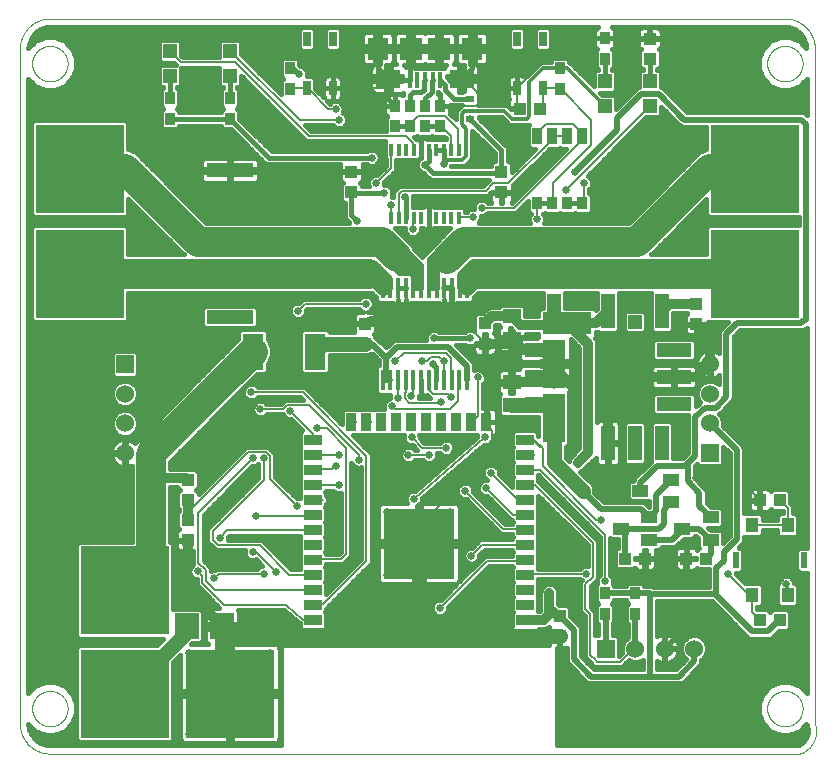
<source format=gtl>
G75*
%MOIN*%
%OFA0B0*%
%FSLAX25Y25*%
%IPPOS*%
%LPD*%
%AMOC8*
5,1,8,0,0,1.08239X$1,22.5*
%
%ADD10C,0.00000*%
%ADD11R,0.02500X0.05000*%
%ADD12R,0.04252X0.04134*%
%ADD13R,0.07874X0.08661*%
%ADD14R,0.03937X0.04331*%
%ADD15R,0.03346X0.04134*%
%ADD16R,0.06000X0.06000*%
%ADD17C,0.06000*%
%ADD18R,0.03150X0.02362*%
%ADD19R,0.01500X0.04303*%
%ADD20R,0.01575X0.05315*%
%ADD21R,0.08268X0.06299*%
%ADD22R,0.07087X0.07480*%
%ADD23R,0.07480X0.07480*%
%ADD24R,0.04724X0.04724*%
%ADD25R,0.04331X0.03937*%
%ADD26R,0.01772X0.07087*%
%ADD27R,0.29528X0.29528*%
%ADD28R,0.03346X0.05709*%
%ADD29R,0.05906X0.03543*%
%ADD30R,0.03543X0.05906*%
%ADD31R,0.23622X0.23622*%
%ADD32R,0.15748X0.04724*%
%ADD33R,0.04134X0.04252*%
%ADD34R,0.07008X0.12402*%
%ADD35R,0.04331X0.05118*%
%ADD36R,0.02362X0.05512*%
%ADD37R,0.04528X0.11811*%
%ADD38R,0.07520X0.16496*%
%ADD39R,0.16496X0.07520*%
%ADD40R,0.11811X0.04528*%
%ADD41R,0.04528X0.04528*%
%ADD42R,0.05906X0.05118*%
%ADD43R,0.05512X0.03937*%
%ADD44C,0.05000*%
%ADD45C,0.02000*%
%ADD46C,0.02578*%
%ADD47C,0.01600*%
%ADD48C,0.00600*%
%ADD49C,0.03200*%
%ADD50C,0.10000*%
%ADD51C,0.01200*%
D10*
X0081800Y0068933D02*
X0081800Y0293933D01*
X0081803Y0294175D01*
X0081812Y0294416D01*
X0081826Y0294657D01*
X0081847Y0294898D01*
X0081873Y0295138D01*
X0081905Y0295378D01*
X0081943Y0295617D01*
X0081986Y0295854D01*
X0082036Y0296091D01*
X0082091Y0296326D01*
X0082151Y0296560D01*
X0082218Y0296792D01*
X0082289Y0297023D01*
X0082367Y0297252D01*
X0082450Y0297479D01*
X0082538Y0297704D01*
X0082632Y0297927D01*
X0082731Y0298147D01*
X0082836Y0298365D01*
X0082945Y0298580D01*
X0083060Y0298793D01*
X0083180Y0299003D01*
X0083305Y0299209D01*
X0083435Y0299413D01*
X0083570Y0299614D01*
X0083710Y0299811D01*
X0083854Y0300005D01*
X0084003Y0300195D01*
X0084157Y0300381D01*
X0084315Y0300564D01*
X0084477Y0300743D01*
X0084644Y0300918D01*
X0084815Y0301089D01*
X0084990Y0301256D01*
X0085169Y0301418D01*
X0085352Y0301576D01*
X0085538Y0301730D01*
X0085728Y0301879D01*
X0085922Y0302023D01*
X0086119Y0302163D01*
X0086320Y0302298D01*
X0086524Y0302428D01*
X0086730Y0302553D01*
X0086940Y0302673D01*
X0087153Y0302788D01*
X0087368Y0302897D01*
X0087586Y0303002D01*
X0087806Y0303101D01*
X0088029Y0303195D01*
X0088254Y0303283D01*
X0088481Y0303366D01*
X0088710Y0303444D01*
X0088941Y0303515D01*
X0089173Y0303582D01*
X0089407Y0303642D01*
X0089642Y0303697D01*
X0089879Y0303747D01*
X0090116Y0303790D01*
X0090355Y0303828D01*
X0090595Y0303860D01*
X0090835Y0303886D01*
X0091076Y0303907D01*
X0091317Y0303921D01*
X0091558Y0303930D01*
X0091800Y0303933D01*
X0336800Y0303933D01*
X0337042Y0303930D01*
X0337283Y0303921D01*
X0337524Y0303907D01*
X0337765Y0303886D01*
X0338005Y0303860D01*
X0338245Y0303828D01*
X0338484Y0303790D01*
X0338721Y0303747D01*
X0338958Y0303697D01*
X0339193Y0303642D01*
X0339427Y0303582D01*
X0339659Y0303515D01*
X0339890Y0303444D01*
X0340119Y0303366D01*
X0340346Y0303283D01*
X0340571Y0303195D01*
X0340794Y0303101D01*
X0341014Y0303002D01*
X0341232Y0302897D01*
X0341447Y0302788D01*
X0341660Y0302673D01*
X0341870Y0302553D01*
X0342076Y0302428D01*
X0342280Y0302298D01*
X0342481Y0302163D01*
X0342678Y0302023D01*
X0342872Y0301879D01*
X0343062Y0301730D01*
X0343248Y0301576D01*
X0343431Y0301418D01*
X0343610Y0301256D01*
X0343785Y0301089D01*
X0343956Y0300918D01*
X0344123Y0300743D01*
X0344285Y0300564D01*
X0344443Y0300381D01*
X0344597Y0300195D01*
X0344746Y0300005D01*
X0344890Y0299811D01*
X0345030Y0299614D01*
X0345165Y0299413D01*
X0345295Y0299209D01*
X0345420Y0299003D01*
X0345540Y0298793D01*
X0345655Y0298580D01*
X0345764Y0298365D01*
X0345869Y0298147D01*
X0345968Y0297927D01*
X0346062Y0297704D01*
X0346150Y0297479D01*
X0346233Y0297252D01*
X0346311Y0297023D01*
X0346382Y0296792D01*
X0346449Y0296560D01*
X0346509Y0296326D01*
X0346564Y0296091D01*
X0346614Y0295854D01*
X0346657Y0295617D01*
X0346695Y0295378D01*
X0346727Y0295138D01*
X0346753Y0294898D01*
X0346774Y0294657D01*
X0346788Y0294416D01*
X0346797Y0294175D01*
X0346800Y0293933D01*
X0346800Y0068933D01*
X0346859Y0068751D01*
X0346912Y0068568D01*
X0346962Y0068383D01*
X0347007Y0068198D01*
X0347047Y0068011D01*
X0347083Y0067823D01*
X0347114Y0067635D01*
X0347141Y0067446D01*
X0347163Y0067256D01*
X0347181Y0067066D01*
X0347194Y0066875D01*
X0347202Y0066684D01*
X0347206Y0066493D01*
X0347205Y0066302D01*
X0347199Y0066111D01*
X0347189Y0065920D01*
X0347175Y0065730D01*
X0347155Y0065540D01*
X0347131Y0065350D01*
X0347103Y0065161D01*
X0347070Y0064973D01*
X0347032Y0064786D01*
X0346990Y0064599D01*
X0346944Y0064414D01*
X0346893Y0064230D01*
X0346837Y0064047D01*
X0346778Y0063866D01*
X0346713Y0063686D01*
X0346645Y0063507D01*
X0346572Y0063331D01*
X0346495Y0063156D01*
X0346414Y0062983D01*
X0346328Y0062812D01*
X0346239Y0062643D01*
X0346145Y0062477D01*
X0346047Y0062313D01*
X0345946Y0062151D01*
X0345840Y0061991D01*
X0345731Y0061835D01*
X0345618Y0061681D01*
X0345502Y0061529D01*
X0345381Y0061381D01*
X0345257Y0061235D01*
X0345130Y0061093D01*
X0344999Y0060954D01*
X0344865Y0060818D01*
X0344728Y0060685D01*
X0344587Y0060555D01*
X0344444Y0060429D01*
X0344297Y0060307D01*
X0344148Y0060188D01*
X0343995Y0060072D01*
X0343840Y0059961D01*
X0343683Y0059853D01*
X0343522Y0059749D01*
X0343360Y0059649D01*
X0343195Y0059553D01*
X0343027Y0059461D01*
X0342858Y0059373D01*
X0342686Y0059289D01*
X0342512Y0059209D01*
X0342337Y0059134D01*
X0342160Y0059062D01*
X0341981Y0058995D01*
X0341800Y0058933D01*
X0091800Y0058933D01*
X0091558Y0058936D01*
X0091317Y0058945D01*
X0091076Y0058959D01*
X0090835Y0058980D01*
X0090595Y0059006D01*
X0090355Y0059038D01*
X0090116Y0059076D01*
X0089879Y0059119D01*
X0089642Y0059169D01*
X0089407Y0059224D01*
X0089173Y0059284D01*
X0088941Y0059351D01*
X0088710Y0059422D01*
X0088481Y0059500D01*
X0088254Y0059583D01*
X0088029Y0059671D01*
X0087806Y0059765D01*
X0087586Y0059864D01*
X0087368Y0059969D01*
X0087153Y0060078D01*
X0086940Y0060193D01*
X0086730Y0060313D01*
X0086524Y0060438D01*
X0086320Y0060568D01*
X0086119Y0060703D01*
X0085922Y0060843D01*
X0085728Y0060987D01*
X0085538Y0061136D01*
X0085352Y0061290D01*
X0085169Y0061448D01*
X0084990Y0061610D01*
X0084815Y0061777D01*
X0084644Y0061948D01*
X0084477Y0062123D01*
X0084315Y0062302D01*
X0084157Y0062485D01*
X0084003Y0062671D01*
X0083854Y0062861D01*
X0083710Y0063055D01*
X0083570Y0063252D01*
X0083435Y0063453D01*
X0083305Y0063657D01*
X0083180Y0063863D01*
X0083060Y0064073D01*
X0082945Y0064286D01*
X0082836Y0064501D01*
X0082731Y0064719D01*
X0082632Y0064939D01*
X0082538Y0065162D01*
X0082450Y0065387D01*
X0082367Y0065614D01*
X0082289Y0065843D01*
X0082218Y0066074D01*
X0082151Y0066306D01*
X0082091Y0066540D01*
X0082036Y0066775D01*
X0081986Y0067012D01*
X0081943Y0067249D01*
X0081905Y0067488D01*
X0081873Y0067728D01*
X0081847Y0067968D01*
X0081826Y0068209D01*
X0081812Y0068450D01*
X0081803Y0068691D01*
X0081800Y0068933D01*
X0085894Y0073933D02*
X0085896Y0074086D01*
X0085902Y0074240D01*
X0085912Y0074393D01*
X0085926Y0074545D01*
X0085944Y0074698D01*
X0085966Y0074849D01*
X0085991Y0075000D01*
X0086021Y0075151D01*
X0086055Y0075301D01*
X0086092Y0075449D01*
X0086133Y0075597D01*
X0086178Y0075743D01*
X0086227Y0075889D01*
X0086280Y0076033D01*
X0086336Y0076175D01*
X0086396Y0076316D01*
X0086460Y0076456D01*
X0086527Y0076594D01*
X0086598Y0076730D01*
X0086673Y0076864D01*
X0086750Y0076996D01*
X0086832Y0077126D01*
X0086916Y0077254D01*
X0087004Y0077380D01*
X0087095Y0077503D01*
X0087189Y0077624D01*
X0087287Y0077742D01*
X0087387Y0077858D01*
X0087491Y0077971D01*
X0087597Y0078082D01*
X0087706Y0078190D01*
X0087818Y0078295D01*
X0087932Y0078396D01*
X0088050Y0078495D01*
X0088169Y0078591D01*
X0088291Y0078684D01*
X0088416Y0078773D01*
X0088543Y0078860D01*
X0088672Y0078942D01*
X0088803Y0079022D01*
X0088936Y0079098D01*
X0089071Y0079171D01*
X0089208Y0079240D01*
X0089347Y0079305D01*
X0089487Y0079367D01*
X0089629Y0079425D01*
X0089772Y0079480D01*
X0089917Y0079531D01*
X0090063Y0079578D01*
X0090210Y0079621D01*
X0090358Y0079660D01*
X0090507Y0079696D01*
X0090657Y0079727D01*
X0090808Y0079755D01*
X0090959Y0079779D01*
X0091112Y0079799D01*
X0091264Y0079815D01*
X0091417Y0079827D01*
X0091570Y0079835D01*
X0091723Y0079839D01*
X0091877Y0079839D01*
X0092030Y0079835D01*
X0092183Y0079827D01*
X0092336Y0079815D01*
X0092488Y0079799D01*
X0092641Y0079779D01*
X0092792Y0079755D01*
X0092943Y0079727D01*
X0093093Y0079696D01*
X0093242Y0079660D01*
X0093390Y0079621D01*
X0093537Y0079578D01*
X0093683Y0079531D01*
X0093828Y0079480D01*
X0093971Y0079425D01*
X0094113Y0079367D01*
X0094253Y0079305D01*
X0094392Y0079240D01*
X0094529Y0079171D01*
X0094664Y0079098D01*
X0094797Y0079022D01*
X0094928Y0078942D01*
X0095057Y0078860D01*
X0095184Y0078773D01*
X0095309Y0078684D01*
X0095431Y0078591D01*
X0095550Y0078495D01*
X0095668Y0078396D01*
X0095782Y0078295D01*
X0095894Y0078190D01*
X0096003Y0078082D01*
X0096109Y0077971D01*
X0096213Y0077858D01*
X0096313Y0077742D01*
X0096411Y0077624D01*
X0096505Y0077503D01*
X0096596Y0077380D01*
X0096684Y0077254D01*
X0096768Y0077126D01*
X0096850Y0076996D01*
X0096927Y0076864D01*
X0097002Y0076730D01*
X0097073Y0076594D01*
X0097140Y0076456D01*
X0097204Y0076316D01*
X0097264Y0076175D01*
X0097320Y0076033D01*
X0097373Y0075889D01*
X0097422Y0075743D01*
X0097467Y0075597D01*
X0097508Y0075449D01*
X0097545Y0075301D01*
X0097579Y0075151D01*
X0097609Y0075000D01*
X0097634Y0074849D01*
X0097656Y0074698D01*
X0097674Y0074545D01*
X0097688Y0074393D01*
X0097698Y0074240D01*
X0097704Y0074086D01*
X0097706Y0073933D01*
X0097704Y0073780D01*
X0097698Y0073626D01*
X0097688Y0073473D01*
X0097674Y0073321D01*
X0097656Y0073168D01*
X0097634Y0073017D01*
X0097609Y0072866D01*
X0097579Y0072715D01*
X0097545Y0072565D01*
X0097508Y0072417D01*
X0097467Y0072269D01*
X0097422Y0072123D01*
X0097373Y0071977D01*
X0097320Y0071833D01*
X0097264Y0071691D01*
X0097204Y0071550D01*
X0097140Y0071410D01*
X0097073Y0071272D01*
X0097002Y0071136D01*
X0096927Y0071002D01*
X0096850Y0070870D01*
X0096768Y0070740D01*
X0096684Y0070612D01*
X0096596Y0070486D01*
X0096505Y0070363D01*
X0096411Y0070242D01*
X0096313Y0070124D01*
X0096213Y0070008D01*
X0096109Y0069895D01*
X0096003Y0069784D01*
X0095894Y0069676D01*
X0095782Y0069571D01*
X0095668Y0069470D01*
X0095550Y0069371D01*
X0095431Y0069275D01*
X0095309Y0069182D01*
X0095184Y0069093D01*
X0095057Y0069006D01*
X0094928Y0068924D01*
X0094797Y0068844D01*
X0094664Y0068768D01*
X0094529Y0068695D01*
X0094392Y0068626D01*
X0094253Y0068561D01*
X0094113Y0068499D01*
X0093971Y0068441D01*
X0093828Y0068386D01*
X0093683Y0068335D01*
X0093537Y0068288D01*
X0093390Y0068245D01*
X0093242Y0068206D01*
X0093093Y0068170D01*
X0092943Y0068139D01*
X0092792Y0068111D01*
X0092641Y0068087D01*
X0092488Y0068067D01*
X0092336Y0068051D01*
X0092183Y0068039D01*
X0092030Y0068031D01*
X0091877Y0068027D01*
X0091723Y0068027D01*
X0091570Y0068031D01*
X0091417Y0068039D01*
X0091264Y0068051D01*
X0091112Y0068067D01*
X0090959Y0068087D01*
X0090808Y0068111D01*
X0090657Y0068139D01*
X0090507Y0068170D01*
X0090358Y0068206D01*
X0090210Y0068245D01*
X0090063Y0068288D01*
X0089917Y0068335D01*
X0089772Y0068386D01*
X0089629Y0068441D01*
X0089487Y0068499D01*
X0089347Y0068561D01*
X0089208Y0068626D01*
X0089071Y0068695D01*
X0088936Y0068768D01*
X0088803Y0068844D01*
X0088672Y0068924D01*
X0088543Y0069006D01*
X0088416Y0069093D01*
X0088291Y0069182D01*
X0088169Y0069275D01*
X0088050Y0069371D01*
X0087932Y0069470D01*
X0087818Y0069571D01*
X0087706Y0069676D01*
X0087597Y0069784D01*
X0087491Y0069895D01*
X0087387Y0070008D01*
X0087287Y0070124D01*
X0087189Y0070242D01*
X0087095Y0070363D01*
X0087004Y0070486D01*
X0086916Y0070612D01*
X0086832Y0070740D01*
X0086750Y0070870D01*
X0086673Y0071002D01*
X0086598Y0071136D01*
X0086527Y0071272D01*
X0086460Y0071410D01*
X0086396Y0071550D01*
X0086336Y0071691D01*
X0086280Y0071833D01*
X0086227Y0071977D01*
X0086178Y0072123D01*
X0086133Y0072269D01*
X0086092Y0072417D01*
X0086055Y0072565D01*
X0086021Y0072715D01*
X0085991Y0072866D01*
X0085966Y0073017D01*
X0085944Y0073168D01*
X0085926Y0073321D01*
X0085912Y0073473D01*
X0085902Y0073626D01*
X0085896Y0073780D01*
X0085894Y0073933D01*
X0330894Y0073933D02*
X0330896Y0074086D01*
X0330902Y0074240D01*
X0330912Y0074393D01*
X0330926Y0074545D01*
X0330944Y0074698D01*
X0330966Y0074849D01*
X0330991Y0075000D01*
X0331021Y0075151D01*
X0331055Y0075301D01*
X0331092Y0075449D01*
X0331133Y0075597D01*
X0331178Y0075743D01*
X0331227Y0075889D01*
X0331280Y0076033D01*
X0331336Y0076175D01*
X0331396Y0076316D01*
X0331460Y0076456D01*
X0331527Y0076594D01*
X0331598Y0076730D01*
X0331673Y0076864D01*
X0331750Y0076996D01*
X0331832Y0077126D01*
X0331916Y0077254D01*
X0332004Y0077380D01*
X0332095Y0077503D01*
X0332189Y0077624D01*
X0332287Y0077742D01*
X0332387Y0077858D01*
X0332491Y0077971D01*
X0332597Y0078082D01*
X0332706Y0078190D01*
X0332818Y0078295D01*
X0332932Y0078396D01*
X0333050Y0078495D01*
X0333169Y0078591D01*
X0333291Y0078684D01*
X0333416Y0078773D01*
X0333543Y0078860D01*
X0333672Y0078942D01*
X0333803Y0079022D01*
X0333936Y0079098D01*
X0334071Y0079171D01*
X0334208Y0079240D01*
X0334347Y0079305D01*
X0334487Y0079367D01*
X0334629Y0079425D01*
X0334772Y0079480D01*
X0334917Y0079531D01*
X0335063Y0079578D01*
X0335210Y0079621D01*
X0335358Y0079660D01*
X0335507Y0079696D01*
X0335657Y0079727D01*
X0335808Y0079755D01*
X0335959Y0079779D01*
X0336112Y0079799D01*
X0336264Y0079815D01*
X0336417Y0079827D01*
X0336570Y0079835D01*
X0336723Y0079839D01*
X0336877Y0079839D01*
X0337030Y0079835D01*
X0337183Y0079827D01*
X0337336Y0079815D01*
X0337488Y0079799D01*
X0337641Y0079779D01*
X0337792Y0079755D01*
X0337943Y0079727D01*
X0338093Y0079696D01*
X0338242Y0079660D01*
X0338390Y0079621D01*
X0338537Y0079578D01*
X0338683Y0079531D01*
X0338828Y0079480D01*
X0338971Y0079425D01*
X0339113Y0079367D01*
X0339253Y0079305D01*
X0339392Y0079240D01*
X0339529Y0079171D01*
X0339664Y0079098D01*
X0339797Y0079022D01*
X0339928Y0078942D01*
X0340057Y0078860D01*
X0340184Y0078773D01*
X0340309Y0078684D01*
X0340431Y0078591D01*
X0340550Y0078495D01*
X0340668Y0078396D01*
X0340782Y0078295D01*
X0340894Y0078190D01*
X0341003Y0078082D01*
X0341109Y0077971D01*
X0341213Y0077858D01*
X0341313Y0077742D01*
X0341411Y0077624D01*
X0341505Y0077503D01*
X0341596Y0077380D01*
X0341684Y0077254D01*
X0341768Y0077126D01*
X0341850Y0076996D01*
X0341927Y0076864D01*
X0342002Y0076730D01*
X0342073Y0076594D01*
X0342140Y0076456D01*
X0342204Y0076316D01*
X0342264Y0076175D01*
X0342320Y0076033D01*
X0342373Y0075889D01*
X0342422Y0075743D01*
X0342467Y0075597D01*
X0342508Y0075449D01*
X0342545Y0075301D01*
X0342579Y0075151D01*
X0342609Y0075000D01*
X0342634Y0074849D01*
X0342656Y0074698D01*
X0342674Y0074545D01*
X0342688Y0074393D01*
X0342698Y0074240D01*
X0342704Y0074086D01*
X0342706Y0073933D01*
X0342704Y0073780D01*
X0342698Y0073626D01*
X0342688Y0073473D01*
X0342674Y0073321D01*
X0342656Y0073168D01*
X0342634Y0073017D01*
X0342609Y0072866D01*
X0342579Y0072715D01*
X0342545Y0072565D01*
X0342508Y0072417D01*
X0342467Y0072269D01*
X0342422Y0072123D01*
X0342373Y0071977D01*
X0342320Y0071833D01*
X0342264Y0071691D01*
X0342204Y0071550D01*
X0342140Y0071410D01*
X0342073Y0071272D01*
X0342002Y0071136D01*
X0341927Y0071002D01*
X0341850Y0070870D01*
X0341768Y0070740D01*
X0341684Y0070612D01*
X0341596Y0070486D01*
X0341505Y0070363D01*
X0341411Y0070242D01*
X0341313Y0070124D01*
X0341213Y0070008D01*
X0341109Y0069895D01*
X0341003Y0069784D01*
X0340894Y0069676D01*
X0340782Y0069571D01*
X0340668Y0069470D01*
X0340550Y0069371D01*
X0340431Y0069275D01*
X0340309Y0069182D01*
X0340184Y0069093D01*
X0340057Y0069006D01*
X0339928Y0068924D01*
X0339797Y0068844D01*
X0339664Y0068768D01*
X0339529Y0068695D01*
X0339392Y0068626D01*
X0339253Y0068561D01*
X0339113Y0068499D01*
X0338971Y0068441D01*
X0338828Y0068386D01*
X0338683Y0068335D01*
X0338537Y0068288D01*
X0338390Y0068245D01*
X0338242Y0068206D01*
X0338093Y0068170D01*
X0337943Y0068139D01*
X0337792Y0068111D01*
X0337641Y0068087D01*
X0337488Y0068067D01*
X0337336Y0068051D01*
X0337183Y0068039D01*
X0337030Y0068031D01*
X0336877Y0068027D01*
X0336723Y0068027D01*
X0336570Y0068031D01*
X0336417Y0068039D01*
X0336264Y0068051D01*
X0336112Y0068067D01*
X0335959Y0068087D01*
X0335808Y0068111D01*
X0335657Y0068139D01*
X0335507Y0068170D01*
X0335358Y0068206D01*
X0335210Y0068245D01*
X0335063Y0068288D01*
X0334917Y0068335D01*
X0334772Y0068386D01*
X0334629Y0068441D01*
X0334487Y0068499D01*
X0334347Y0068561D01*
X0334208Y0068626D01*
X0334071Y0068695D01*
X0333936Y0068768D01*
X0333803Y0068844D01*
X0333672Y0068924D01*
X0333543Y0069006D01*
X0333416Y0069093D01*
X0333291Y0069182D01*
X0333169Y0069275D01*
X0333050Y0069371D01*
X0332932Y0069470D01*
X0332818Y0069571D01*
X0332706Y0069676D01*
X0332597Y0069784D01*
X0332491Y0069895D01*
X0332387Y0070008D01*
X0332287Y0070124D01*
X0332189Y0070242D01*
X0332095Y0070363D01*
X0332004Y0070486D01*
X0331916Y0070612D01*
X0331832Y0070740D01*
X0331750Y0070870D01*
X0331673Y0071002D01*
X0331598Y0071136D01*
X0331527Y0071272D01*
X0331460Y0071410D01*
X0331396Y0071550D01*
X0331336Y0071691D01*
X0331280Y0071833D01*
X0331227Y0071977D01*
X0331178Y0072123D01*
X0331133Y0072269D01*
X0331092Y0072417D01*
X0331055Y0072565D01*
X0331021Y0072715D01*
X0330991Y0072866D01*
X0330966Y0073017D01*
X0330944Y0073168D01*
X0330926Y0073321D01*
X0330912Y0073473D01*
X0330902Y0073626D01*
X0330896Y0073780D01*
X0330894Y0073933D01*
X0330894Y0288933D02*
X0330896Y0289086D01*
X0330902Y0289240D01*
X0330912Y0289393D01*
X0330926Y0289545D01*
X0330944Y0289698D01*
X0330966Y0289849D01*
X0330991Y0290000D01*
X0331021Y0290151D01*
X0331055Y0290301D01*
X0331092Y0290449D01*
X0331133Y0290597D01*
X0331178Y0290743D01*
X0331227Y0290889D01*
X0331280Y0291033D01*
X0331336Y0291175D01*
X0331396Y0291316D01*
X0331460Y0291456D01*
X0331527Y0291594D01*
X0331598Y0291730D01*
X0331673Y0291864D01*
X0331750Y0291996D01*
X0331832Y0292126D01*
X0331916Y0292254D01*
X0332004Y0292380D01*
X0332095Y0292503D01*
X0332189Y0292624D01*
X0332287Y0292742D01*
X0332387Y0292858D01*
X0332491Y0292971D01*
X0332597Y0293082D01*
X0332706Y0293190D01*
X0332818Y0293295D01*
X0332932Y0293396D01*
X0333050Y0293495D01*
X0333169Y0293591D01*
X0333291Y0293684D01*
X0333416Y0293773D01*
X0333543Y0293860D01*
X0333672Y0293942D01*
X0333803Y0294022D01*
X0333936Y0294098D01*
X0334071Y0294171D01*
X0334208Y0294240D01*
X0334347Y0294305D01*
X0334487Y0294367D01*
X0334629Y0294425D01*
X0334772Y0294480D01*
X0334917Y0294531D01*
X0335063Y0294578D01*
X0335210Y0294621D01*
X0335358Y0294660D01*
X0335507Y0294696D01*
X0335657Y0294727D01*
X0335808Y0294755D01*
X0335959Y0294779D01*
X0336112Y0294799D01*
X0336264Y0294815D01*
X0336417Y0294827D01*
X0336570Y0294835D01*
X0336723Y0294839D01*
X0336877Y0294839D01*
X0337030Y0294835D01*
X0337183Y0294827D01*
X0337336Y0294815D01*
X0337488Y0294799D01*
X0337641Y0294779D01*
X0337792Y0294755D01*
X0337943Y0294727D01*
X0338093Y0294696D01*
X0338242Y0294660D01*
X0338390Y0294621D01*
X0338537Y0294578D01*
X0338683Y0294531D01*
X0338828Y0294480D01*
X0338971Y0294425D01*
X0339113Y0294367D01*
X0339253Y0294305D01*
X0339392Y0294240D01*
X0339529Y0294171D01*
X0339664Y0294098D01*
X0339797Y0294022D01*
X0339928Y0293942D01*
X0340057Y0293860D01*
X0340184Y0293773D01*
X0340309Y0293684D01*
X0340431Y0293591D01*
X0340550Y0293495D01*
X0340668Y0293396D01*
X0340782Y0293295D01*
X0340894Y0293190D01*
X0341003Y0293082D01*
X0341109Y0292971D01*
X0341213Y0292858D01*
X0341313Y0292742D01*
X0341411Y0292624D01*
X0341505Y0292503D01*
X0341596Y0292380D01*
X0341684Y0292254D01*
X0341768Y0292126D01*
X0341850Y0291996D01*
X0341927Y0291864D01*
X0342002Y0291730D01*
X0342073Y0291594D01*
X0342140Y0291456D01*
X0342204Y0291316D01*
X0342264Y0291175D01*
X0342320Y0291033D01*
X0342373Y0290889D01*
X0342422Y0290743D01*
X0342467Y0290597D01*
X0342508Y0290449D01*
X0342545Y0290301D01*
X0342579Y0290151D01*
X0342609Y0290000D01*
X0342634Y0289849D01*
X0342656Y0289698D01*
X0342674Y0289545D01*
X0342688Y0289393D01*
X0342698Y0289240D01*
X0342704Y0289086D01*
X0342706Y0288933D01*
X0342704Y0288780D01*
X0342698Y0288626D01*
X0342688Y0288473D01*
X0342674Y0288321D01*
X0342656Y0288168D01*
X0342634Y0288017D01*
X0342609Y0287866D01*
X0342579Y0287715D01*
X0342545Y0287565D01*
X0342508Y0287417D01*
X0342467Y0287269D01*
X0342422Y0287123D01*
X0342373Y0286977D01*
X0342320Y0286833D01*
X0342264Y0286691D01*
X0342204Y0286550D01*
X0342140Y0286410D01*
X0342073Y0286272D01*
X0342002Y0286136D01*
X0341927Y0286002D01*
X0341850Y0285870D01*
X0341768Y0285740D01*
X0341684Y0285612D01*
X0341596Y0285486D01*
X0341505Y0285363D01*
X0341411Y0285242D01*
X0341313Y0285124D01*
X0341213Y0285008D01*
X0341109Y0284895D01*
X0341003Y0284784D01*
X0340894Y0284676D01*
X0340782Y0284571D01*
X0340668Y0284470D01*
X0340550Y0284371D01*
X0340431Y0284275D01*
X0340309Y0284182D01*
X0340184Y0284093D01*
X0340057Y0284006D01*
X0339928Y0283924D01*
X0339797Y0283844D01*
X0339664Y0283768D01*
X0339529Y0283695D01*
X0339392Y0283626D01*
X0339253Y0283561D01*
X0339113Y0283499D01*
X0338971Y0283441D01*
X0338828Y0283386D01*
X0338683Y0283335D01*
X0338537Y0283288D01*
X0338390Y0283245D01*
X0338242Y0283206D01*
X0338093Y0283170D01*
X0337943Y0283139D01*
X0337792Y0283111D01*
X0337641Y0283087D01*
X0337488Y0283067D01*
X0337336Y0283051D01*
X0337183Y0283039D01*
X0337030Y0283031D01*
X0336877Y0283027D01*
X0336723Y0283027D01*
X0336570Y0283031D01*
X0336417Y0283039D01*
X0336264Y0283051D01*
X0336112Y0283067D01*
X0335959Y0283087D01*
X0335808Y0283111D01*
X0335657Y0283139D01*
X0335507Y0283170D01*
X0335358Y0283206D01*
X0335210Y0283245D01*
X0335063Y0283288D01*
X0334917Y0283335D01*
X0334772Y0283386D01*
X0334629Y0283441D01*
X0334487Y0283499D01*
X0334347Y0283561D01*
X0334208Y0283626D01*
X0334071Y0283695D01*
X0333936Y0283768D01*
X0333803Y0283844D01*
X0333672Y0283924D01*
X0333543Y0284006D01*
X0333416Y0284093D01*
X0333291Y0284182D01*
X0333169Y0284275D01*
X0333050Y0284371D01*
X0332932Y0284470D01*
X0332818Y0284571D01*
X0332706Y0284676D01*
X0332597Y0284784D01*
X0332491Y0284895D01*
X0332387Y0285008D01*
X0332287Y0285124D01*
X0332189Y0285242D01*
X0332095Y0285363D01*
X0332004Y0285486D01*
X0331916Y0285612D01*
X0331832Y0285740D01*
X0331750Y0285870D01*
X0331673Y0286002D01*
X0331598Y0286136D01*
X0331527Y0286272D01*
X0331460Y0286410D01*
X0331396Y0286550D01*
X0331336Y0286691D01*
X0331280Y0286833D01*
X0331227Y0286977D01*
X0331178Y0287123D01*
X0331133Y0287269D01*
X0331092Y0287417D01*
X0331055Y0287565D01*
X0331021Y0287715D01*
X0330991Y0287866D01*
X0330966Y0288017D01*
X0330944Y0288168D01*
X0330926Y0288321D01*
X0330912Y0288473D01*
X0330902Y0288626D01*
X0330896Y0288780D01*
X0330894Y0288933D01*
X0085894Y0288933D02*
X0085896Y0289086D01*
X0085902Y0289240D01*
X0085912Y0289393D01*
X0085926Y0289545D01*
X0085944Y0289698D01*
X0085966Y0289849D01*
X0085991Y0290000D01*
X0086021Y0290151D01*
X0086055Y0290301D01*
X0086092Y0290449D01*
X0086133Y0290597D01*
X0086178Y0290743D01*
X0086227Y0290889D01*
X0086280Y0291033D01*
X0086336Y0291175D01*
X0086396Y0291316D01*
X0086460Y0291456D01*
X0086527Y0291594D01*
X0086598Y0291730D01*
X0086673Y0291864D01*
X0086750Y0291996D01*
X0086832Y0292126D01*
X0086916Y0292254D01*
X0087004Y0292380D01*
X0087095Y0292503D01*
X0087189Y0292624D01*
X0087287Y0292742D01*
X0087387Y0292858D01*
X0087491Y0292971D01*
X0087597Y0293082D01*
X0087706Y0293190D01*
X0087818Y0293295D01*
X0087932Y0293396D01*
X0088050Y0293495D01*
X0088169Y0293591D01*
X0088291Y0293684D01*
X0088416Y0293773D01*
X0088543Y0293860D01*
X0088672Y0293942D01*
X0088803Y0294022D01*
X0088936Y0294098D01*
X0089071Y0294171D01*
X0089208Y0294240D01*
X0089347Y0294305D01*
X0089487Y0294367D01*
X0089629Y0294425D01*
X0089772Y0294480D01*
X0089917Y0294531D01*
X0090063Y0294578D01*
X0090210Y0294621D01*
X0090358Y0294660D01*
X0090507Y0294696D01*
X0090657Y0294727D01*
X0090808Y0294755D01*
X0090959Y0294779D01*
X0091112Y0294799D01*
X0091264Y0294815D01*
X0091417Y0294827D01*
X0091570Y0294835D01*
X0091723Y0294839D01*
X0091877Y0294839D01*
X0092030Y0294835D01*
X0092183Y0294827D01*
X0092336Y0294815D01*
X0092488Y0294799D01*
X0092641Y0294779D01*
X0092792Y0294755D01*
X0092943Y0294727D01*
X0093093Y0294696D01*
X0093242Y0294660D01*
X0093390Y0294621D01*
X0093537Y0294578D01*
X0093683Y0294531D01*
X0093828Y0294480D01*
X0093971Y0294425D01*
X0094113Y0294367D01*
X0094253Y0294305D01*
X0094392Y0294240D01*
X0094529Y0294171D01*
X0094664Y0294098D01*
X0094797Y0294022D01*
X0094928Y0293942D01*
X0095057Y0293860D01*
X0095184Y0293773D01*
X0095309Y0293684D01*
X0095431Y0293591D01*
X0095550Y0293495D01*
X0095668Y0293396D01*
X0095782Y0293295D01*
X0095894Y0293190D01*
X0096003Y0293082D01*
X0096109Y0292971D01*
X0096213Y0292858D01*
X0096313Y0292742D01*
X0096411Y0292624D01*
X0096505Y0292503D01*
X0096596Y0292380D01*
X0096684Y0292254D01*
X0096768Y0292126D01*
X0096850Y0291996D01*
X0096927Y0291864D01*
X0097002Y0291730D01*
X0097073Y0291594D01*
X0097140Y0291456D01*
X0097204Y0291316D01*
X0097264Y0291175D01*
X0097320Y0291033D01*
X0097373Y0290889D01*
X0097422Y0290743D01*
X0097467Y0290597D01*
X0097508Y0290449D01*
X0097545Y0290301D01*
X0097579Y0290151D01*
X0097609Y0290000D01*
X0097634Y0289849D01*
X0097656Y0289698D01*
X0097674Y0289545D01*
X0097688Y0289393D01*
X0097698Y0289240D01*
X0097704Y0289086D01*
X0097706Y0288933D01*
X0097704Y0288780D01*
X0097698Y0288626D01*
X0097688Y0288473D01*
X0097674Y0288321D01*
X0097656Y0288168D01*
X0097634Y0288017D01*
X0097609Y0287866D01*
X0097579Y0287715D01*
X0097545Y0287565D01*
X0097508Y0287417D01*
X0097467Y0287269D01*
X0097422Y0287123D01*
X0097373Y0286977D01*
X0097320Y0286833D01*
X0097264Y0286691D01*
X0097204Y0286550D01*
X0097140Y0286410D01*
X0097073Y0286272D01*
X0097002Y0286136D01*
X0096927Y0286002D01*
X0096850Y0285870D01*
X0096768Y0285740D01*
X0096684Y0285612D01*
X0096596Y0285486D01*
X0096505Y0285363D01*
X0096411Y0285242D01*
X0096313Y0285124D01*
X0096213Y0285008D01*
X0096109Y0284895D01*
X0096003Y0284784D01*
X0095894Y0284676D01*
X0095782Y0284571D01*
X0095668Y0284470D01*
X0095550Y0284371D01*
X0095431Y0284275D01*
X0095309Y0284182D01*
X0095184Y0284093D01*
X0095057Y0284006D01*
X0094928Y0283924D01*
X0094797Y0283844D01*
X0094664Y0283768D01*
X0094529Y0283695D01*
X0094392Y0283626D01*
X0094253Y0283561D01*
X0094113Y0283499D01*
X0093971Y0283441D01*
X0093828Y0283386D01*
X0093683Y0283335D01*
X0093537Y0283288D01*
X0093390Y0283245D01*
X0093242Y0283206D01*
X0093093Y0283170D01*
X0092943Y0283139D01*
X0092792Y0283111D01*
X0092641Y0283087D01*
X0092488Y0283067D01*
X0092336Y0283051D01*
X0092183Y0283039D01*
X0092030Y0283031D01*
X0091877Y0283027D01*
X0091723Y0283027D01*
X0091570Y0283031D01*
X0091417Y0283039D01*
X0091264Y0283051D01*
X0091112Y0283067D01*
X0090959Y0283087D01*
X0090808Y0283111D01*
X0090657Y0283139D01*
X0090507Y0283170D01*
X0090358Y0283206D01*
X0090210Y0283245D01*
X0090063Y0283288D01*
X0089917Y0283335D01*
X0089772Y0283386D01*
X0089629Y0283441D01*
X0089487Y0283499D01*
X0089347Y0283561D01*
X0089208Y0283626D01*
X0089071Y0283695D01*
X0088936Y0283768D01*
X0088803Y0283844D01*
X0088672Y0283924D01*
X0088543Y0284006D01*
X0088416Y0284093D01*
X0088291Y0284182D01*
X0088169Y0284275D01*
X0088050Y0284371D01*
X0087932Y0284470D01*
X0087818Y0284571D01*
X0087706Y0284676D01*
X0087597Y0284784D01*
X0087491Y0284895D01*
X0087387Y0285008D01*
X0087287Y0285124D01*
X0087189Y0285242D01*
X0087095Y0285363D01*
X0087004Y0285486D01*
X0086916Y0285612D01*
X0086832Y0285740D01*
X0086750Y0285870D01*
X0086673Y0286002D01*
X0086598Y0286136D01*
X0086527Y0286272D01*
X0086460Y0286410D01*
X0086396Y0286550D01*
X0086336Y0286691D01*
X0086280Y0286833D01*
X0086227Y0286977D01*
X0086178Y0287123D01*
X0086133Y0287269D01*
X0086092Y0287417D01*
X0086055Y0287565D01*
X0086021Y0287715D01*
X0085991Y0287866D01*
X0085966Y0288017D01*
X0085944Y0288168D01*
X0085926Y0288321D01*
X0085912Y0288473D01*
X0085902Y0288626D01*
X0085896Y0288780D01*
X0085894Y0288933D01*
D11*
X0177568Y0280764D03*
X0186032Y0280764D03*
X0186032Y0297102D03*
X0177568Y0297102D03*
X0247568Y0297102D03*
X0256032Y0297102D03*
X0256032Y0280764D03*
X0247568Y0280764D03*
D12*
X0242300Y0252878D03*
X0242300Y0245988D03*
X0192300Y0245988D03*
X0192300Y0252878D03*
X0236800Y0202378D03*
X0236800Y0195488D03*
D13*
X0149206Y0101433D03*
X0137394Y0101433D03*
D14*
X0196800Y0195587D03*
X0196800Y0202280D03*
X0283454Y0123933D03*
X0290146Y0123933D03*
X0303954Y0123933D03*
X0310646Y0123933D03*
X0328454Y0143433D03*
X0335146Y0143433D03*
X0335146Y0103433D03*
X0328454Y0103433D03*
X0261800Y0104780D03*
X0261800Y0098087D03*
D15*
X0276800Y0105488D03*
X0276800Y0112378D03*
X0286800Y0112378D03*
X0286800Y0105488D03*
X0269300Y0242319D03*
X0264300Y0242319D03*
X0259300Y0242319D03*
X0254300Y0242319D03*
X0221800Y0267988D03*
X0216800Y0267988D03*
X0211800Y0267988D03*
X0206800Y0267988D03*
X0206800Y0274878D03*
X0211800Y0274878D03*
X0216800Y0274878D03*
X0221800Y0274878D03*
X0261800Y0280488D03*
X0261800Y0287378D03*
X0276800Y0290488D03*
X0276800Y0297378D03*
X0171800Y0287378D03*
X0171800Y0280488D03*
X0151800Y0277378D03*
X0151800Y0270488D03*
X0131800Y0270488D03*
X0131800Y0277378D03*
D16*
X0116800Y0188697D03*
X0277036Y0093933D03*
X0311800Y0159169D03*
D17*
X0311800Y0169012D03*
X0311800Y0178854D03*
X0311800Y0188697D03*
X0306564Y0093933D03*
X0296721Y0093933D03*
X0286879Y0093933D03*
X0116800Y0159169D03*
X0116800Y0169012D03*
X0116800Y0178854D03*
D18*
X0231800Y0270587D03*
X0231800Y0277280D03*
D19*
X0228050Y0260270D03*
X0225550Y0260270D03*
X0223050Y0260270D03*
X0220550Y0260270D03*
X0218050Y0260270D03*
X0215550Y0260270D03*
X0213050Y0260270D03*
X0210550Y0260270D03*
X0208050Y0260270D03*
X0205550Y0260270D03*
X0205550Y0237596D03*
X0208050Y0237596D03*
X0210550Y0237596D03*
X0213050Y0237596D03*
X0215550Y0237596D03*
X0218050Y0237596D03*
X0220550Y0237596D03*
X0223050Y0237596D03*
X0225550Y0237596D03*
X0228050Y0237596D03*
D20*
X0221918Y0283402D03*
X0219359Y0283402D03*
X0216800Y0283402D03*
X0214241Y0283402D03*
X0211682Y0283402D03*
D21*
X0204595Y0283894D03*
X0229005Y0283894D03*
D22*
X0232548Y0293933D03*
X0201052Y0293933D03*
D23*
X0212076Y0293933D03*
X0221524Y0293933D03*
D24*
X0276800Y0283067D03*
X0276800Y0274799D03*
X0291800Y0274799D03*
X0291800Y0283067D03*
X0151800Y0284799D03*
X0151800Y0293067D03*
X0131800Y0293067D03*
X0131800Y0284799D03*
D25*
X0291800Y0290587D03*
X0291800Y0297280D03*
X0307300Y0208780D03*
X0307300Y0202087D03*
X0137800Y0150280D03*
X0137800Y0143587D03*
X0137800Y0136780D03*
X0137800Y0130087D03*
D26*
X0202696Y0183520D03*
X0205255Y0183520D03*
X0207814Y0183520D03*
X0210373Y0183520D03*
X0212932Y0183520D03*
X0215491Y0183520D03*
X0218050Y0183520D03*
X0220609Y0183520D03*
X0223168Y0183520D03*
X0225727Y0183520D03*
X0228286Y0183520D03*
X0230845Y0183520D03*
X0230904Y0214228D03*
X0228345Y0214228D03*
X0225786Y0214228D03*
X0223227Y0214228D03*
X0220668Y0214228D03*
X0218109Y0214228D03*
X0215550Y0214228D03*
X0212991Y0214228D03*
X0210432Y0214228D03*
X0207873Y0214228D03*
X0205314Y0214228D03*
X0202755Y0214228D03*
D27*
X0101800Y0218933D03*
X0101800Y0253933D03*
X0116800Y0113433D03*
X0116800Y0078933D03*
X0151800Y0078933D03*
X0326800Y0218933D03*
X0326800Y0253933D03*
D28*
X0269300Y0264760D03*
X0264300Y0264760D03*
X0259300Y0264760D03*
X0254300Y0264760D03*
D29*
X0250233Y0163618D03*
X0250233Y0158618D03*
X0250233Y0153618D03*
X0250233Y0148618D03*
X0250233Y0143618D03*
X0250233Y0138618D03*
X0250233Y0133618D03*
X0250233Y0128618D03*
X0250233Y0123618D03*
X0250233Y0118618D03*
X0250233Y0113618D03*
X0250233Y0108618D03*
X0250233Y0103618D03*
X0250233Y0098618D03*
X0179367Y0098618D03*
X0179367Y0103618D03*
X0179367Y0108618D03*
X0179367Y0113618D03*
X0179367Y0118618D03*
X0179367Y0123618D03*
X0179367Y0128618D03*
X0179367Y0133618D03*
X0179367Y0138618D03*
X0179367Y0143618D03*
X0179367Y0148618D03*
X0179367Y0153618D03*
X0179367Y0158618D03*
X0179367Y0163618D03*
D30*
X0192300Y0169484D03*
X0197300Y0169484D03*
X0202300Y0169484D03*
X0207300Y0169484D03*
X0212300Y0169484D03*
X0217300Y0169484D03*
X0222300Y0169484D03*
X0227300Y0169484D03*
X0232300Y0169484D03*
X0237300Y0169484D03*
D31*
X0214800Y0128933D03*
D32*
X0151800Y0204524D03*
X0151800Y0253343D03*
D33*
X0248355Y0273933D03*
X0255245Y0273933D03*
D34*
X0180095Y0192933D03*
X0159505Y0192933D03*
D35*
X0325894Y0135047D03*
X0337706Y0135047D03*
X0337706Y0111819D03*
X0325894Y0111819D03*
D36*
X0320383Y0123433D03*
X0343217Y0123433D03*
D37*
X0295831Y0162406D03*
X0286816Y0162406D03*
X0277800Y0162406D03*
X0259769Y0162406D03*
X0259769Y0206461D03*
X0277800Y0206461D03*
X0295831Y0206461D03*
D38*
X0259808Y0188921D03*
X0259808Y0170929D03*
D39*
X0264296Y0202425D03*
D40*
X0255772Y0193449D03*
X0255772Y0184433D03*
X0255772Y0175417D03*
X0299828Y0175417D03*
X0299828Y0184433D03*
X0299828Y0193449D03*
D41*
X0286816Y0202858D03*
D42*
X0245800Y0204673D03*
X0245800Y0197193D03*
X0245800Y0182673D03*
X0245800Y0175193D03*
D43*
X0288658Y0146433D03*
X0291524Y0137673D03*
X0291524Y0130193D03*
X0282076Y0133933D03*
X0298942Y0142693D03*
X0302576Y0133933D03*
X0312024Y0130193D03*
X0312024Y0137673D03*
X0298942Y0150173D03*
D44*
X0269366Y0146433D02*
X0259808Y0155991D01*
X0259808Y0162445D01*
X0259769Y0162406D02*
X0259769Y0171421D01*
X0259278Y0171911D01*
X0259808Y0170929D02*
X0259808Y0173941D01*
X0260800Y0174933D01*
X0260540Y0175193D01*
X0245800Y0175193D01*
X0230904Y0214228D02*
X0235609Y0218933D01*
X0236800Y0218933D01*
X0202755Y0214228D02*
X0198050Y0218933D01*
X0196800Y0195587D02*
X0182749Y0195587D01*
X0180095Y0192933D01*
X0214800Y0128933D02*
X0214800Y0098018D01*
X0211055Y0098018D01*
X0210455Y0098618D01*
X0179367Y0098618D01*
X0152020Y0098618D01*
X0149206Y0101433D01*
X0149206Y0081528D01*
X0151800Y0078933D01*
X0137394Y0099528D02*
X0137394Y0101433D01*
X0138300Y0102339D01*
X0137394Y0099528D02*
X0116800Y0078933D01*
X0214800Y0098018D02*
X0251411Y0098018D01*
X0252400Y0098018D02*
X0254553Y0098018D01*
X0254621Y0098087D01*
X0261800Y0098087D01*
D45*
X0261800Y0090869D01*
X0270636Y0082033D01*
X0307169Y0082033D01*
X0311164Y0086028D01*
X0311164Y0095838D01*
X0308469Y0098533D01*
X0301321Y0098533D01*
X0296721Y0093933D01*
X0286879Y0093933D02*
X0286879Y0105409D01*
X0286800Y0105488D01*
X0286800Y0112378D02*
X0276800Y0112378D01*
X0276800Y0105488D02*
X0277036Y0105252D01*
X0277036Y0093933D01*
X0272213Y0084633D02*
X0291800Y0084633D01*
X0291800Y0112378D01*
X0286800Y0112378D01*
X0292078Y0112156D02*
X0313334Y0112156D01*
X0325822Y0099668D01*
X0331085Y0099668D01*
X0334850Y0103433D01*
X0335146Y0103433D01*
X0313800Y0112156D02*
X0313800Y0120690D01*
X0316380Y0123270D01*
X0316380Y0125990D01*
X0320800Y0130410D01*
X0320800Y0160012D01*
X0311800Y0169012D01*
X0306896Y0171054D02*
X0306896Y0158127D01*
X0304251Y0155482D01*
X0304411Y0155322D01*
X0304411Y0149736D01*
X0308300Y0145847D01*
X0308300Y0141398D01*
X0312024Y0137673D01*
X0308284Y0133933D02*
X0312024Y0130193D01*
X0312024Y0125311D01*
X0310646Y0123933D01*
X0303954Y0123933D02*
X0303800Y0123780D01*
X0303800Y0115044D01*
X0313334Y0112156D02*
X0313800Y0112156D01*
X0306564Y0093933D02*
X0306564Y0089770D01*
X0301427Y0084633D01*
X0291800Y0084633D01*
X0272213Y0084633D02*
X0266400Y0090446D01*
X0266400Y0100180D01*
X0261800Y0104780D01*
X0283454Y0123933D02*
X0283454Y0132555D01*
X0282076Y0133933D01*
X0294771Y0133933D01*
X0296400Y0135562D01*
X0296400Y0140151D01*
X0298942Y0142693D01*
X0293800Y0145031D02*
X0293800Y0139949D01*
X0291524Y0137673D01*
X0288765Y0140433D01*
X0275366Y0140433D01*
X0269366Y0146433D01*
X0288658Y0146433D02*
X0288658Y0149291D01*
X0294267Y0154900D01*
X0298758Y0154900D01*
X0298791Y0154933D01*
X0303702Y0154933D01*
X0304251Y0155482D01*
X0298942Y0150173D02*
X0293800Y0145031D01*
X0302576Y0133933D02*
X0308284Y0133933D01*
X0302800Y0133709D02*
X0299284Y0130193D01*
X0291524Y0130193D01*
X0306896Y0171054D02*
X0310097Y0174254D01*
X0313705Y0174254D01*
X0317300Y0177849D01*
X0317300Y0198933D01*
X0320936Y0202569D01*
X0342227Y0202569D01*
X0343090Y0203433D01*
X0343800Y0203433D01*
X0343800Y0268723D01*
X0342227Y0270297D01*
X0303290Y0270297D01*
X0294825Y0278761D01*
X0288775Y0278761D01*
X0280838Y0270824D01*
X0280838Y0266971D01*
X0266800Y0252933D01*
X0240800Y0222933D02*
X0233800Y0222933D01*
X0232800Y0221933D01*
X0230904Y0220037D01*
X0230904Y0214228D01*
X0231609Y0214933D01*
X0237800Y0214933D01*
X0237800Y0218933D01*
X0241300Y0222433D01*
X0240800Y0222933D01*
X0236800Y0218933D02*
X0233800Y0221933D01*
X0232800Y0221933D01*
X0232800Y0222933D02*
X0233800Y0222933D01*
X0232800Y0222933D02*
X0228345Y0218478D01*
X0228345Y0214228D01*
X0229800Y0214228D01*
X0229800Y0218933D01*
X0230904Y0220037D01*
X0229800Y0218933D02*
X0228595Y0217728D01*
X0228595Y0214478D01*
X0228345Y0214228D01*
X0225745Y0214228D02*
X0223227Y0214228D01*
X0225745Y0214228D02*
X0225745Y0213151D01*
X0225786Y0213110D01*
X0225786Y0207919D01*
X0225200Y0207333D01*
X0221800Y0203933D01*
X0211800Y0203933D01*
X0198454Y0203933D01*
X0196800Y0202280D01*
X0196800Y0195587D02*
X0199254Y0195587D01*
X0203911Y0190930D01*
X0207514Y0194533D01*
X0224487Y0194533D01*
X0230772Y0188248D01*
X0230772Y0183593D01*
X0230845Y0183520D01*
X0205255Y0183520D02*
X0203169Y0183520D01*
X0203911Y0184262D01*
X0203911Y0190930D01*
X0211800Y0203933D02*
X0207873Y0207860D01*
X0205314Y0214228D02*
X0205314Y0217169D01*
X0201300Y0221183D01*
X0201300Y0220433D01*
X0205300Y0216433D01*
X0205300Y0215332D01*
X0205273Y0215305D01*
X0205273Y0214228D01*
X0206900Y0229533D02*
X0202441Y0229533D01*
X0206900Y0229533D02*
X0207300Y0229933D01*
D46*
X0208800Y0233433D03*
X0212800Y0233833D03*
X0215800Y0228933D03*
X0222300Y0232933D03*
X0232700Y0237733D03*
X0235800Y0240933D03*
X0232800Y0243433D03*
X0232800Y0249433D03*
X0234300Y0256933D03*
X0237300Y0260433D03*
X0236300Y0270433D03*
X0231800Y0270587D03*
X0228800Y0283933D03*
X0232300Y0293933D03*
X0221800Y0293933D03*
X0212300Y0293933D03*
X0201300Y0293933D03*
X0204800Y0283933D03*
X0188200Y0270133D03*
X0187000Y0273733D03*
X0181300Y0262433D03*
X0192300Y0260433D03*
X0199000Y0257533D03*
X0202800Y0262433D03*
X0207800Y0255933D03*
X0212300Y0255933D03*
X0216900Y0255233D03*
X0220300Y0249433D03*
X0221600Y0243133D03*
X0210189Y0244344D03*
X0205600Y0241933D03*
X0203300Y0245933D03*
X0200600Y0249033D03*
X0192300Y0245988D03*
X0194300Y0236422D03*
X0180300Y0242433D03*
X0151800Y0253433D03*
X0155800Y0270933D03*
X0148300Y0273433D03*
X0156300Y0282933D03*
X0147300Y0286933D03*
X0136300Y0286933D03*
X0135300Y0273433D03*
X0174800Y0285433D03*
X0215550Y0263433D03*
X0223100Y0255633D03*
X0242300Y0245933D03*
X0247600Y0245533D03*
X0250300Y0241433D03*
X0246800Y0236933D03*
X0254200Y0237133D03*
X0257800Y0237433D03*
X0263800Y0246733D03*
X0269800Y0249133D03*
X0266800Y0252933D03*
X0261800Y0259933D03*
X0254800Y0255933D03*
X0249300Y0257433D03*
X0249800Y0267933D03*
X0238300Y0236933D03*
X0265800Y0209433D03*
X0271800Y0209433D03*
X0276800Y0197433D03*
X0276800Y0187933D03*
X0277300Y0179933D03*
X0278300Y0172433D03*
X0288800Y0172933D03*
X0289800Y0178933D03*
X0299800Y0179933D03*
X0299800Y0188933D03*
X0289800Y0188433D03*
X0289800Y0196933D03*
X0266800Y0180433D03*
X0259800Y0181933D03*
X0259800Y0194433D03*
X0245800Y0197433D03*
X0236800Y0195433D03*
X0231800Y0197433D03*
X0236800Y0202333D03*
X0222800Y0200433D03*
X0219800Y0197433D03*
X0223000Y0189733D03*
X0219622Y0188933D03*
X0215800Y0189933D03*
X0206800Y0189733D03*
X0210300Y0200433D03*
X0210300Y0206933D03*
X0222800Y0206933D03*
X0234400Y0184333D03*
X0245800Y0181933D03*
X0252233Y0163618D03*
X0252233Y0158618D03*
X0255550Y0149683D03*
X0262300Y0142933D03*
X0269366Y0146433D03*
X0275550Y0136933D03*
X0271800Y0133433D03*
X0274300Y0130933D03*
X0270550Y0122933D03*
X0270611Y0118933D03*
X0272800Y0114433D03*
X0276800Y0116334D03*
X0272800Y0107933D03*
X0268300Y0103433D03*
X0274050Y0099433D03*
X0281800Y0101433D03*
X0284300Y0088933D03*
X0258300Y0112433D03*
X0250000Y0108833D03*
X0244300Y0103433D03*
X0221800Y0107533D03*
X0215300Y0102433D03*
X0225300Y0118433D03*
X0232300Y0124933D03*
X0216800Y0128933D03*
X0225300Y0139433D03*
X0213111Y0143933D03*
X0204300Y0139433D03*
X0188200Y0148333D03*
X0187000Y0154933D03*
X0188200Y0158533D03*
X0194789Y0156933D03*
X0192789Y0169484D03*
X0197800Y0169484D03*
X0205800Y0174733D03*
X0207822Y0177611D03*
X0212200Y0178233D03*
X0215800Y0178033D03*
X0222111Y0176244D03*
X0225400Y0177733D03*
X0236909Y0164542D03*
X0223900Y0160833D03*
X0218200Y0158533D03*
X0211300Y0158433D03*
X0212400Y0164333D03*
X0230200Y0146533D03*
X0237200Y0147533D03*
X0238800Y0152533D03*
X0267800Y0155933D03*
X0290300Y0123933D03*
X0303800Y0123933D03*
X0303800Y0115044D03*
X0317889Y0118933D03*
X0316800Y0130933D03*
X0330300Y0137933D03*
X0333800Y0138933D03*
X0312800Y0150933D03*
X0307300Y0150933D03*
X0320689Y0188433D03*
X0304300Y0231433D03*
X0288300Y0250433D03*
X0309800Y0260933D03*
X0309800Y0266433D03*
X0296300Y0272933D03*
X0197000Y0208833D03*
X0185300Y0204933D03*
X0174400Y0206533D03*
X0151800Y0203933D03*
X0158900Y0179433D03*
X0161988Y0173744D03*
X0166300Y0176433D03*
X0171900Y0173033D03*
X0180700Y0167533D03*
X0163000Y0157333D03*
X0159400Y0157333D03*
X0159300Y0152433D03*
X0153800Y0146433D03*
X0145800Y0151433D03*
X0139300Y0161933D03*
X0133300Y0155433D03*
X0160600Y0138133D03*
X0159400Y0126133D03*
X0156300Y0121433D03*
X0163000Y0118933D03*
X0167200Y0119333D03*
X0172300Y0126933D03*
X0186300Y0130933D03*
X0174300Y0141433D03*
X0181367Y0143622D03*
X0186800Y0118433D03*
X0185800Y0103433D03*
X0204300Y0118433D03*
X0165300Y0092433D03*
X0152300Y0092433D03*
X0138300Y0092433D03*
X0137394Y0099022D03*
X0127300Y0096433D03*
X0140800Y0109366D03*
X0146400Y0117333D03*
X0145800Y0121433D03*
X0141000Y0119733D03*
X0148400Y0130933D03*
X0102800Y0096433D03*
X0138300Y0078933D03*
X0151800Y0078933D03*
X0165300Y0078933D03*
X0165300Y0065433D03*
X0151800Y0065933D03*
X0138300Y0065433D03*
X0337300Y0115433D03*
X0122800Y0231433D03*
D47*
X0084689Y0067807D02*
X0085385Y0065664D01*
X0086709Y0063842D01*
X0088531Y0062518D01*
X0090674Y0061822D01*
X0091800Y0061733D01*
X0168750Y0061733D01*
X0168750Y0094368D01*
X0169365Y0094983D01*
X0258295Y0094983D01*
X0258154Y0095226D01*
X0258031Y0095684D01*
X0258031Y0097902D01*
X0261616Y0097902D01*
X0261984Y0097902D01*
X0261984Y0094121D01*
X0264000Y0094121D01*
X0264000Y0089969D01*
X0264365Y0089087D01*
X0270178Y0083274D01*
X0270853Y0082598D01*
X0271736Y0082233D01*
X0301904Y0082233D01*
X0302786Y0082598D01*
X0308598Y0088411D01*
X0308964Y0089293D01*
X0308964Y0090165D01*
X0309056Y0090203D01*
X0310294Y0091441D01*
X0310964Y0093058D01*
X0310964Y0094808D01*
X0310294Y0096425D01*
X0309056Y0097663D01*
X0307439Y0098333D01*
X0305689Y0098333D01*
X0304071Y0097663D01*
X0302834Y0096425D01*
X0302164Y0094808D01*
X0302164Y0093058D01*
X0302834Y0091441D01*
X0303837Y0090437D01*
X0300433Y0087033D01*
X0294200Y0087033D01*
X0294200Y0089832D01*
X0294206Y0089828D01*
X0294879Y0089485D01*
X0295597Y0089251D01*
X0296343Y0089133D01*
X0296521Y0089133D01*
X0296521Y0093733D01*
X0296921Y0093733D01*
X0296921Y0089133D01*
X0297099Y0089133D01*
X0297845Y0089251D01*
X0298564Y0089485D01*
X0299237Y0089828D01*
X0299848Y0090272D01*
X0300382Y0090806D01*
X0300827Y0091417D01*
X0301170Y0092091D01*
X0301403Y0092809D01*
X0301521Y0093555D01*
X0301521Y0093733D01*
X0296921Y0093733D01*
X0296921Y0094133D01*
X0296521Y0094133D01*
X0296521Y0098733D01*
X0296343Y0098733D01*
X0295597Y0098615D01*
X0294879Y0098381D01*
X0294206Y0098038D01*
X0294200Y0098034D01*
X0294200Y0109756D01*
X0312340Y0109756D01*
X0324463Y0097633D01*
X0325345Y0097268D01*
X0331562Y0097268D01*
X0332444Y0097633D01*
X0334679Y0099868D01*
X0337695Y0099868D01*
X0338515Y0100688D01*
X0338515Y0106178D01*
X0337695Y0106998D01*
X0332598Y0106998D01*
X0331800Y0106200D01*
X0331002Y0106998D01*
X0327594Y0106998D01*
X0327594Y0107860D01*
X0328640Y0107860D01*
X0329460Y0108680D01*
X0329460Y0114958D01*
X0328640Y0115778D01*
X0323448Y0115778D01*
X0320578Y0118648D01*
X0320578Y0119277D01*
X0322144Y0119277D01*
X0322964Y0120097D01*
X0322964Y0126769D01*
X0322144Y0127589D01*
X0321373Y0127589D01*
X0322159Y0128375D01*
X0322835Y0129050D01*
X0323200Y0129932D01*
X0323200Y0131088D01*
X0328640Y0131088D01*
X0329460Y0131908D01*
X0329460Y0133347D01*
X0334140Y0133347D01*
X0334140Y0131908D01*
X0334960Y0131088D01*
X0340451Y0131088D01*
X0341271Y0131908D01*
X0341271Y0138186D01*
X0340451Y0139006D01*
X0339405Y0139006D01*
X0339405Y0141578D01*
X0338515Y0142469D01*
X0338515Y0146178D01*
X0337695Y0146998D01*
X0332598Y0146998D01*
X0332024Y0146424D01*
X0331862Y0146704D01*
X0331527Y0147039D01*
X0331117Y0147276D01*
X0330659Y0147398D01*
X0328638Y0147398D01*
X0328638Y0143617D01*
X0328269Y0143617D01*
X0328269Y0143249D01*
X0324685Y0143249D01*
X0324685Y0141031D01*
X0324808Y0140573D01*
X0325045Y0140162D01*
X0325380Y0139827D01*
X0325790Y0139590D01*
X0326248Y0139468D01*
X0328269Y0139468D01*
X0328269Y0143249D01*
X0328638Y0143249D01*
X0328638Y0139468D01*
X0330659Y0139468D01*
X0331117Y0139590D01*
X0331527Y0139827D01*
X0331862Y0140162D01*
X0332024Y0140442D01*
X0332598Y0139868D01*
X0336006Y0139868D01*
X0336006Y0139006D01*
X0334960Y0139006D01*
X0334140Y0138186D01*
X0334140Y0136747D01*
X0329460Y0136747D01*
X0329460Y0138186D01*
X0328640Y0139006D01*
X0323200Y0139006D01*
X0323200Y0160489D01*
X0322835Y0161371D01*
X0322159Y0162046D01*
X0316162Y0168044D01*
X0316200Y0168137D01*
X0316200Y0169887D01*
X0315530Y0171504D01*
X0314888Y0172146D01*
X0315065Y0172220D01*
X0315740Y0172895D01*
X0318659Y0175814D01*
X0319335Y0176489D01*
X0319700Y0177372D01*
X0319700Y0197939D01*
X0321930Y0200169D01*
X0342704Y0200169D01*
X0343586Y0200535D01*
X0344000Y0200949D01*
X0344000Y0127589D01*
X0341456Y0127589D01*
X0340636Y0126769D01*
X0340636Y0120097D01*
X0341456Y0119277D01*
X0344000Y0119277D01*
X0344000Y0079045D01*
X0341731Y0081313D01*
X0338532Y0082639D01*
X0335068Y0082639D01*
X0331869Y0081313D01*
X0329420Y0078864D01*
X0328094Y0075665D01*
X0328094Y0072201D01*
X0329420Y0069002D01*
X0331869Y0066553D01*
X0335068Y0065228D01*
X0338532Y0065228D01*
X0341731Y0066553D01*
X0343984Y0068805D01*
X0343968Y0068576D01*
X0344000Y0068479D01*
X0344000Y0068376D01*
X0344155Y0068002D01*
X0344337Y0067270D01*
X0344349Y0065673D01*
X0343867Y0064150D01*
X0342938Y0062850D01*
X0341652Y0061902D01*
X0341254Y0061733D01*
X0260850Y0061733D01*
X0260850Y0094121D01*
X0261616Y0094121D01*
X0261616Y0097902D01*
X0261616Y0098271D01*
X0258031Y0098271D01*
X0258031Y0100489D01*
X0258154Y0100947D01*
X0258288Y0101178D01*
X0258184Y0101075D01*
X0257082Y0100618D01*
X0254986Y0100618D01*
X0254986Y0098704D01*
X0250319Y0098704D01*
X0250319Y0098532D01*
X0250319Y0095046D01*
X0253423Y0095046D01*
X0253881Y0095169D01*
X0254291Y0095406D01*
X0254626Y0095741D01*
X0254863Y0096152D01*
X0254986Y0096609D01*
X0254986Y0098532D01*
X0250319Y0098532D01*
X0250147Y0098532D01*
X0250147Y0095046D01*
X0247043Y0095046D01*
X0246586Y0095169D01*
X0246175Y0095406D01*
X0245840Y0095741D01*
X0245603Y0096152D01*
X0245480Y0096609D01*
X0245480Y0098532D01*
X0250147Y0098532D01*
X0250147Y0098704D01*
X0245480Y0098704D01*
X0245480Y0100627D01*
X0245603Y0101085D01*
X0245840Y0101495D01*
X0245880Y0101535D01*
X0245880Y0105970D01*
X0246029Y0106118D01*
X0245880Y0106267D01*
X0245880Y0110970D01*
X0246029Y0111118D01*
X0245880Y0111267D01*
X0245880Y0115970D01*
X0246029Y0116118D01*
X0245880Y0116267D01*
X0245880Y0120970D01*
X0246029Y0121118D01*
X0245880Y0121267D01*
X0245880Y0121433D01*
X0238104Y0121433D01*
X0224489Y0107818D01*
X0224489Y0106998D01*
X0224080Y0106010D01*
X0223323Y0105253D01*
X0222335Y0104844D01*
X0221265Y0104844D01*
X0220277Y0105253D01*
X0219520Y0106010D01*
X0219111Y0106998D01*
X0219111Y0108068D01*
X0219520Y0109056D01*
X0220277Y0109813D01*
X0221265Y0110222D01*
X0222085Y0110222D01*
X0227310Y0115447D01*
X0227306Y0115445D01*
X0226848Y0115322D01*
X0215600Y0115322D01*
X0215600Y0128133D01*
X0214000Y0128133D01*
X0214000Y0115322D01*
X0202752Y0115322D01*
X0202294Y0115445D01*
X0201884Y0115682D01*
X0201549Y0116017D01*
X0201312Y0116427D01*
X0201189Y0116885D01*
X0201189Y0128133D01*
X0214000Y0128133D01*
X0214000Y0129733D01*
X0201189Y0129733D01*
X0201189Y0140981D01*
X0201312Y0141439D01*
X0201549Y0141849D01*
X0201884Y0142184D01*
X0202294Y0142421D01*
X0202752Y0142544D01*
X0210776Y0142544D01*
X0210422Y0143398D01*
X0210422Y0144468D01*
X0210831Y0145456D01*
X0211588Y0146213D01*
X0212576Y0146622D01*
X0213619Y0146622D01*
X0234220Y0164463D01*
X0234220Y0165077D01*
X0234243Y0165131D01*
X0229948Y0165131D01*
X0229800Y0165280D01*
X0229652Y0165131D01*
X0224948Y0165131D01*
X0224800Y0165280D01*
X0224652Y0165131D01*
X0219948Y0165131D01*
X0219800Y0165280D01*
X0219652Y0165131D01*
X0214980Y0165131D01*
X0215089Y0164868D01*
X0215089Y0164048D01*
X0216604Y0162533D01*
X0221797Y0162533D01*
X0222377Y0163113D01*
X0223365Y0163522D01*
X0224435Y0163522D01*
X0225423Y0163113D01*
X0226180Y0162356D01*
X0226589Y0161368D01*
X0226589Y0160298D01*
X0226180Y0159310D01*
X0225423Y0158553D01*
X0224435Y0158144D01*
X0223365Y0158144D01*
X0222377Y0158553D01*
X0221797Y0159133D01*
X0220862Y0159133D01*
X0220889Y0159068D01*
X0220889Y0157998D01*
X0220480Y0157010D01*
X0219723Y0156253D01*
X0218735Y0155844D01*
X0217665Y0155844D01*
X0216677Y0156253D01*
X0216127Y0156803D01*
X0213434Y0156764D01*
X0212823Y0156153D01*
X0211835Y0155744D01*
X0210765Y0155744D01*
X0209777Y0156153D01*
X0209020Y0156910D01*
X0208611Y0157898D01*
X0208611Y0158968D01*
X0209020Y0159956D01*
X0209777Y0160713D01*
X0210765Y0161122D01*
X0211835Y0161122D01*
X0212823Y0160713D01*
X0213373Y0160163D01*
X0214154Y0160175D01*
X0212685Y0161644D01*
X0211865Y0161644D01*
X0210877Y0162053D01*
X0210120Y0162810D01*
X0209711Y0163798D01*
X0209711Y0164868D01*
X0209858Y0165222D01*
X0209800Y0165280D01*
X0209652Y0165131D01*
X0204948Y0165131D01*
X0204800Y0165280D01*
X0204652Y0165131D01*
X0199948Y0165131D01*
X0199800Y0165280D01*
X0199652Y0165131D01*
X0194948Y0165131D01*
X0194800Y0165280D01*
X0194652Y0165131D01*
X0192706Y0165131D01*
X0199000Y0158837D01*
X0199000Y0122529D01*
X0198004Y0121533D01*
X0183720Y0107249D01*
X0183720Y0106267D01*
X0183571Y0106118D01*
X0183720Y0105970D01*
X0183720Y0101535D01*
X0183760Y0101495D01*
X0183997Y0101085D01*
X0184120Y0100627D01*
X0184120Y0098704D01*
X0179453Y0098704D01*
X0179453Y0098532D01*
X0184120Y0098532D01*
X0184120Y0096609D01*
X0183997Y0096152D01*
X0183760Y0095741D01*
X0183425Y0095406D01*
X0183014Y0095169D01*
X0182557Y0095046D01*
X0179453Y0095046D01*
X0179453Y0098532D01*
X0179281Y0098532D01*
X0179281Y0095046D01*
X0176177Y0095046D01*
X0175719Y0095169D01*
X0175309Y0095406D01*
X0174974Y0095741D01*
X0174737Y0096152D01*
X0174614Y0096609D01*
X0174614Y0098532D01*
X0179281Y0098532D01*
X0179281Y0098704D01*
X0174614Y0098704D01*
X0174614Y0100627D01*
X0174737Y0101085D01*
X0174974Y0101495D01*
X0175014Y0101535D01*
X0175014Y0102319D01*
X0174963Y0102370D01*
X0169880Y0106733D01*
X0154661Y0106733D01*
X0154820Y0106459D01*
X0154943Y0106001D01*
X0154943Y0102233D01*
X0150006Y0102233D01*
X0150006Y0100633D01*
X0154942Y0100633D01*
X0154943Y0096865D01*
X0154820Y0096408D01*
X0154583Y0095997D01*
X0154248Y0095662D01*
X0153962Y0095497D01*
X0166801Y0095497D01*
X0167259Y0095374D01*
X0167669Y0095137D01*
X0168004Y0094802D01*
X0168241Y0094392D01*
X0168364Y0093934D01*
X0168364Y0079733D01*
X0152600Y0079733D01*
X0152600Y0078133D01*
X0152600Y0062369D01*
X0166801Y0062369D01*
X0167259Y0062492D01*
X0167669Y0062729D01*
X0168004Y0063064D01*
X0168241Y0063475D01*
X0168364Y0063932D01*
X0168364Y0078133D01*
X0152600Y0078133D01*
X0151000Y0078133D01*
X0151000Y0062369D01*
X0136799Y0062369D01*
X0136341Y0062492D01*
X0135931Y0062729D01*
X0135596Y0063064D01*
X0135359Y0063475D01*
X0135236Y0063932D01*
X0135236Y0078133D01*
X0151000Y0078133D01*
X0151000Y0079733D01*
X0135236Y0079733D01*
X0135236Y0091854D01*
X0132964Y0089581D01*
X0132964Y0063589D01*
X0132144Y0062769D01*
X0101456Y0062769D01*
X0100636Y0063589D01*
X0100636Y0094277D01*
X0101456Y0095097D01*
X0127448Y0095097D01*
X0129621Y0097269D01*
X0101456Y0097269D01*
X0100636Y0098089D01*
X0100636Y0128777D01*
X0101456Y0129597D01*
X0119000Y0129597D01*
X0119000Y0154903D01*
X0118643Y0154721D01*
X0117924Y0154487D01*
X0117178Y0154369D01*
X0117000Y0154369D01*
X0117000Y0158969D01*
X0116600Y0158969D01*
X0116600Y0154369D01*
X0116422Y0154369D01*
X0115676Y0154487D01*
X0114957Y0154721D01*
X0114284Y0155064D01*
X0113673Y0155508D01*
X0113139Y0156042D01*
X0112695Y0156654D01*
X0112352Y0157327D01*
X0112118Y0158045D01*
X0112000Y0158792D01*
X0112000Y0158969D01*
X0116600Y0158969D01*
X0116600Y0159369D01*
X0112000Y0159369D01*
X0112000Y0159547D01*
X0112118Y0160293D01*
X0112352Y0161012D01*
X0112695Y0161685D01*
X0113139Y0162296D01*
X0113673Y0162831D01*
X0114284Y0163275D01*
X0114957Y0163618D01*
X0115676Y0163851D01*
X0116422Y0163969D01*
X0116600Y0163969D01*
X0116600Y0159369D01*
X0117000Y0159369D01*
X0117000Y0163969D01*
X0117178Y0163969D01*
X0117924Y0163851D01*
X0118643Y0163618D01*
X0119316Y0163275D01*
X0119927Y0162831D01*
X0120276Y0162482D01*
X0120469Y0162948D01*
X0154601Y0197080D01*
X0154601Y0199714D01*
X0155421Y0200534D01*
X0163589Y0200534D01*
X0164409Y0199714D01*
X0164409Y0197080D01*
X0164930Y0196558D01*
X0165905Y0194206D01*
X0165905Y0191660D01*
X0164930Y0189308D01*
X0164409Y0188786D01*
X0164409Y0186152D01*
X0163589Y0185332D01*
X0160955Y0185332D01*
X0131800Y0156177D01*
X0131800Y0153933D01*
X0137743Y0153933D01*
X0138431Y0153648D01*
X0140545Y0153648D01*
X0141365Y0152828D01*
X0141365Y0147731D01*
X0140567Y0146933D01*
X0141365Y0146135D01*
X0141365Y0145403D01*
X0157185Y0161222D01*
X0164611Y0161222D01*
X0165607Y0160226D01*
X0165893Y0159940D01*
X0166889Y0158944D01*
X0166889Y0151248D01*
X0174015Y0144122D01*
X0174835Y0144122D01*
X0175014Y0144048D01*
X0175014Y0145970D01*
X0175163Y0146118D01*
X0175014Y0146267D01*
X0175014Y0150970D01*
X0175163Y0151118D01*
X0175014Y0151267D01*
X0175014Y0155970D01*
X0175163Y0156118D01*
X0175014Y0156267D01*
X0175014Y0160970D01*
X0175163Y0161118D01*
X0175014Y0161267D01*
X0175014Y0165970D01*
X0175787Y0166742D01*
X0172185Y0170344D01*
X0171365Y0170344D01*
X0170377Y0170753D01*
X0169620Y0171510D01*
X0169399Y0172044D01*
X0164091Y0172044D01*
X0163511Y0171464D01*
X0162523Y0171055D01*
X0161453Y0171055D01*
X0160465Y0171464D01*
X0159709Y0172221D01*
X0159299Y0173209D01*
X0159299Y0174279D01*
X0159709Y0175267D01*
X0160465Y0176024D01*
X0161453Y0176433D01*
X0162523Y0176433D01*
X0163511Y0176024D01*
X0164091Y0175444D01*
X0168811Y0175444D01*
X0169293Y0175926D01*
X0170289Y0176922D01*
X0176107Y0176922D01*
X0175296Y0177733D01*
X0161003Y0177733D01*
X0160423Y0177153D01*
X0159435Y0176744D01*
X0158365Y0176744D01*
X0157377Y0177153D01*
X0156620Y0177910D01*
X0156211Y0178898D01*
X0156211Y0179968D01*
X0156620Y0180956D01*
X0157377Y0181713D01*
X0158365Y0182122D01*
X0159435Y0182122D01*
X0160423Y0181713D01*
X0161003Y0181133D01*
X0176704Y0181133D01*
X0177700Y0180137D01*
X0189128Y0168709D01*
X0189128Y0173017D01*
X0189948Y0173837D01*
X0194652Y0173837D01*
X0194800Y0173689D01*
X0194948Y0173837D01*
X0199652Y0173837D01*
X0199800Y0173689D01*
X0199948Y0173837D01*
X0203261Y0173837D01*
X0203111Y0174198D01*
X0203111Y0175268D01*
X0203520Y0176256D01*
X0204277Y0177013D01*
X0205133Y0177367D01*
X0205133Y0178146D01*
X0205311Y0178576D01*
X0201230Y0178576D01*
X0200410Y0179396D01*
X0200410Y0187643D01*
X0201230Y0188463D01*
X0201511Y0188463D01*
X0201511Y0189936D01*
X0199387Y0192060D01*
X0199348Y0192021D01*
X0198384Y0192021D01*
X0197576Y0191687D01*
X0184999Y0191687D01*
X0184999Y0186152D01*
X0184179Y0185332D01*
X0176011Y0185332D01*
X0175191Y0186152D01*
X0175191Y0199714D01*
X0176011Y0200534D01*
X0184179Y0200534D01*
X0184999Y0199714D01*
X0184999Y0199487D01*
X0193136Y0199487D01*
X0193031Y0199877D01*
X0193031Y0202095D01*
X0196616Y0202095D01*
X0196616Y0202464D01*
X0193031Y0202464D01*
X0193031Y0204682D01*
X0193154Y0205140D01*
X0193391Y0205550D01*
X0193726Y0205885D01*
X0194137Y0206122D01*
X0194595Y0206245D01*
X0196222Y0206245D01*
X0195477Y0206553D01*
X0194897Y0207133D01*
X0177404Y0207133D01*
X0177089Y0206818D01*
X0177089Y0205998D01*
X0176680Y0205010D01*
X0175923Y0204253D01*
X0174935Y0203844D01*
X0173865Y0203844D01*
X0172877Y0204253D01*
X0172120Y0205010D01*
X0171711Y0205998D01*
X0171711Y0207068D01*
X0172120Y0208056D01*
X0172877Y0208813D01*
X0173865Y0209222D01*
X0174685Y0209222D01*
X0175996Y0210533D01*
X0194897Y0210533D01*
X0195477Y0211113D01*
X0196465Y0211522D01*
X0197535Y0211522D01*
X0198523Y0211113D01*
X0199280Y0210356D01*
X0199689Y0209368D01*
X0199689Y0208298D01*
X0199280Y0207310D01*
X0198523Y0206553D01*
X0197778Y0206245D01*
X0199005Y0206245D01*
X0199463Y0206122D01*
X0199874Y0205885D01*
X0200209Y0205550D01*
X0200446Y0205140D01*
X0200568Y0204682D01*
X0200568Y0202464D01*
X0196984Y0202464D01*
X0196984Y0202095D01*
X0200568Y0202095D01*
X0200568Y0199877D01*
X0200446Y0199419D01*
X0200209Y0199009D01*
X0199874Y0198674D01*
X0199844Y0198657D01*
X0200168Y0198332D01*
X0200168Y0197806D01*
X0200614Y0197621D01*
X0203911Y0194324D01*
X0206155Y0196568D01*
X0207037Y0196933D01*
X0217111Y0196933D01*
X0217111Y0197968D01*
X0217520Y0198956D01*
X0218277Y0199713D01*
X0219265Y0200122D01*
X0220335Y0200122D01*
X0221323Y0199713D01*
X0221403Y0199633D01*
X0230197Y0199633D01*
X0230277Y0199713D01*
X0231265Y0200122D01*
X0232335Y0200122D01*
X0233274Y0199733D01*
X0233274Y0205025D01*
X0234094Y0205845D01*
X0236024Y0205845D01*
X0236552Y0206373D01*
X0237396Y0207216D01*
X0238499Y0207673D01*
X0241447Y0207673D01*
X0241447Y0207812D01*
X0242267Y0208632D01*
X0249333Y0208632D01*
X0250153Y0207812D01*
X0250153Y0204952D01*
X0250261Y0204952D01*
X0250325Y0204925D01*
X0254648Y0204925D01*
X0254648Y0206765D01*
X0255468Y0207585D01*
X0256105Y0207585D01*
X0256105Y0212533D01*
X0234724Y0212533D01*
X0233190Y0210999D01*
X0233190Y0210105D01*
X0232370Y0209285D01*
X0227818Y0209285D01*
X0227777Y0209245D01*
X0227367Y0209008D01*
X0226909Y0208885D01*
X0225786Y0208885D01*
X0225786Y0209983D01*
X0225786Y0209983D01*
X0225786Y0208885D01*
X0224663Y0208885D01*
X0224507Y0208927D01*
X0224350Y0208885D01*
X0223227Y0208885D01*
X0223227Y0209983D01*
X0223227Y0208885D01*
X0222104Y0208885D01*
X0221647Y0209008D01*
X0221236Y0209245D01*
X0221196Y0209285D01*
X0212463Y0209285D01*
X0212423Y0209245D01*
X0212012Y0209008D01*
X0211555Y0208885D01*
X0210432Y0208885D01*
X0210432Y0209983D01*
X0210432Y0209983D01*
X0210432Y0208885D01*
X0209309Y0208885D01*
X0209152Y0208927D01*
X0208996Y0208885D01*
X0207873Y0208885D01*
X0207873Y0209983D01*
X0207873Y0209983D01*
X0207873Y0208885D01*
X0206750Y0208885D01*
X0206292Y0209008D01*
X0205882Y0209245D01*
X0205841Y0209285D01*
X0201289Y0209285D01*
X0200469Y0210105D01*
X0200469Y0210999D01*
X0198935Y0212533D01*
X0117964Y0212533D01*
X0117964Y0203589D01*
X0117144Y0202769D01*
X0086456Y0202769D01*
X0085636Y0203589D01*
X0085636Y0234277D01*
X0086456Y0235097D01*
X0117144Y0235097D01*
X0117964Y0234277D01*
X0117964Y0225333D01*
X0136349Y0225333D01*
X0135774Y0225908D01*
X0117964Y0243718D01*
X0117964Y0238589D01*
X0117144Y0237769D01*
X0086456Y0237769D01*
X0085636Y0238589D01*
X0085636Y0269277D01*
X0086456Y0270097D01*
X0117144Y0270097D01*
X0117964Y0269277D01*
X0117964Y0260333D01*
X0118073Y0260333D01*
X0120425Y0259359D01*
X0143851Y0235933D01*
X0191611Y0235933D01*
X0191611Y0236000D01*
X0191389Y0236222D01*
X0190100Y0237511D01*
X0190100Y0242521D01*
X0189594Y0242521D01*
X0188774Y0243341D01*
X0188774Y0248635D01*
X0189348Y0249209D01*
X0189069Y0249371D01*
X0188734Y0249706D01*
X0188497Y0250116D01*
X0188374Y0250574D01*
X0188374Y0252644D01*
X0192066Y0252644D01*
X0192066Y0253111D01*
X0188374Y0253111D01*
X0188374Y0255182D01*
X0188415Y0255333D01*
X0163844Y0255333D01*
X0162555Y0256622D01*
X0152156Y0267021D01*
X0149547Y0267021D01*
X0148727Y0267841D01*
X0148727Y0268288D01*
X0134873Y0268288D01*
X0134873Y0267841D01*
X0134053Y0267021D01*
X0129547Y0267021D01*
X0128727Y0267841D01*
X0128727Y0273135D01*
X0129525Y0273933D01*
X0128727Y0274731D01*
X0128727Y0280025D01*
X0129547Y0280845D01*
X0129600Y0280845D01*
X0129600Y0281037D01*
X0128858Y0281037D01*
X0128038Y0281857D01*
X0128038Y0287741D01*
X0128858Y0288561D01*
X0133768Y0288561D01*
X0133024Y0289305D01*
X0128858Y0289305D01*
X0128038Y0290125D01*
X0128038Y0296009D01*
X0128858Y0296829D01*
X0134742Y0296829D01*
X0135562Y0296009D01*
X0135562Y0291575D01*
X0136104Y0291033D01*
X0148038Y0291033D01*
X0148038Y0296009D01*
X0148858Y0296829D01*
X0154742Y0296829D01*
X0155562Y0296009D01*
X0155562Y0291975D01*
X0168727Y0278810D01*
X0168727Y0283135D01*
X0169525Y0283933D01*
X0168727Y0284731D01*
X0168727Y0290025D01*
X0169547Y0290845D01*
X0174053Y0290845D01*
X0174873Y0290025D01*
X0174873Y0288471D01*
X0175222Y0288122D01*
X0175335Y0288122D01*
X0176323Y0287713D01*
X0177080Y0286956D01*
X0177489Y0285968D01*
X0177489Y0284898D01*
X0177392Y0284664D01*
X0179398Y0284664D01*
X0180218Y0283844D01*
X0180218Y0280520D01*
X0183082Y0277655D01*
X0182982Y0278027D01*
X0182982Y0280764D01*
X0186032Y0280764D01*
X0186032Y0280764D01*
X0186032Y0285064D01*
X0184545Y0285064D01*
X0184087Y0284941D01*
X0183677Y0284704D01*
X0183342Y0284369D01*
X0183105Y0283959D01*
X0182982Y0283501D01*
X0182982Y0280764D01*
X0186032Y0280764D01*
X0186032Y0280764D01*
X0186032Y0285064D01*
X0187519Y0285064D01*
X0187977Y0284941D01*
X0188387Y0284704D01*
X0188723Y0284369D01*
X0188960Y0283959D01*
X0189082Y0283501D01*
X0189082Y0280764D01*
X0186032Y0280764D01*
X0186032Y0280764D01*
X0186032Y0276464D01*
X0184545Y0276464D01*
X0184174Y0276563D01*
X0185101Y0275637D01*
X0185477Y0276013D01*
X0186465Y0276422D01*
X0187535Y0276422D01*
X0188523Y0276013D01*
X0189280Y0275256D01*
X0189689Y0274268D01*
X0189689Y0273198D01*
X0189416Y0272540D01*
X0189723Y0272413D01*
X0190480Y0271656D01*
X0190889Y0270668D01*
X0190889Y0269598D01*
X0190480Y0268610D01*
X0189723Y0267853D01*
X0188735Y0267444D01*
X0187665Y0267444D01*
X0186677Y0267853D01*
X0186097Y0268433D01*
X0176704Y0268433D01*
X0178704Y0266433D01*
X0203727Y0266433D01*
X0203727Y0270635D01*
X0204301Y0271209D01*
X0204022Y0271371D01*
X0203686Y0271706D01*
X0203449Y0272116D01*
X0203327Y0272574D01*
X0203327Y0274841D01*
X0206763Y0274841D01*
X0206763Y0274915D01*
X0206763Y0278745D01*
X0204890Y0278745D01*
X0204432Y0278622D01*
X0204022Y0278385D01*
X0203686Y0278050D01*
X0203449Y0277640D01*
X0203327Y0277182D01*
X0203327Y0274915D01*
X0206763Y0274915D01*
X0206837Y0274915D01*
X0206837Y0278745D01*
X0208710Y0278745D01*
X0209168Y0278622D01*
X0209578Y0278385D01*
X0209600Y0278364D01*
X0209600Y0279168D01*
X0209424Y0279067D01*
X0208966Y0278944D01*
X0205370Y0278944D01*
X0205370Y0283119D01*
X0205370Y0284669D01*
X0205370Y0288562D01*
X0205290Y0288516D01*
X0204832Y0288393D01*
X0203820Y0288393D01*
X0203820Y0284669D01*
X0205370Y0284669D01*
X0209094Y0284669D01*
X0209094Y0283402D01*
X0211682Y0283402D01*
X0211682Y0283402D01*
X0211682Y0287859D01*
X0212706Y0287859D01*
X0213164Y0287736D01*
X0213575Y0287499D01*
X0213615Y0287459D01*
X0223119Y0287459D01*
X0223194Y0287738D01*
X0223430Y0288149D01*
X0223675Y0288393D01*
X0222324Y0288393D01*
X0222324Y0293133D01*
X0220724Y0293133D01*
X0212876Y0293133D01*
X0212876Y0294733D01*
X0217616Y0294733D01*
X0220724Y0294733D01*
X0220724Y0293133D01*
X0220724Y0288393D01*
X0217547Y0288393D01*
X0217089Y0288516D01*
X0216800Y0288683D01*
X0216511Y0288516D01*
X0216053Y0288393D01*
X0212876Y0288393D01*
X0212876Y0293133D01*
X0211276Y0293133D01*
X0211276Y0288393D01*
X0209925Y0288393D01*
X0210169Y0288149D01*
X0210380Y0287785D01*
X0210658Y0287859D01*
X0211682Y0287859D01*
X0211682Y0283402D01*
X0211682Y0283402D01*
X0211682Y0293539D01*
X0211288Y0293933D01*
X0201300Y0293933D01*
X0201052Y0293933D01*
X0201052Y0287437D01*
X0204595Y0283894D01*
X0204595Y0277083D01*
X0206800Y0274878D01*
X0206763Y0276331D02*
X0206837Y0276331D01*
X0206837Y0277929D02*
X0206763Y0277929D01*
X0205370Y0279528D02*
X0203820Y0279528D01*
X0203820Y0278944D02*
X0203820Y0283119D01*
X0198661Y0283119D01*
X0198661Y0280507D01*
X0198784Y0280049D01*
X0199021Y0279639D01*
X0199356Y0279304D01*
X0199767Y0279067D01*
X0200224Y0278944D01*
X0203820Y0278944D01*
X0203617Y0277929D02*
X0189056Y0277929D01*
X0189082Y0278027D02*
X0189082Y0280764D01*
X0186032Y0280764D01*
X0186032Y0280764D01*
X0186032Y0276464D01*
X0187519Y0276464D01*
X0187977Y0276586D01*
X0188387Y0276823D01*
X0188723Y0277159D01*
X0188960Y0277569D01*
X0189082Y0278027D01*
X0189082Y0279528D02*
X0199132Y0279528D01*
X0198661Y0281126D02*
X0189082Y0281126D01*
X0189082Y0282725D02*
X0198661Y0282725D01*
X0198661Y0284669D02*
X0203820Y0284669D01*
X0203820Y0283119D01*
X0205370Y0283119D01*
X0209094Y0283119D01*
X0209094Y0283402D01*
X0211682Y0283402D01*
X0211682Y0284323D02*
X0211682Y0284323D01*
X0211682Y0285922D02*
X0211682Y0285922D01*
X0211682Y0287520D02*
X0211682Y0287520D01*
X0211276Y0289119D02*
X0212876Y0289119D01*
X0212876Y0290717D02*
X0211276Y0290717D01*
X0211276Y0292316D02*
X0212876Y0292316D01*
X0212876Y0293914D02*
X0220724Y0293914D01*
X0221524Y0293933D02*
X0221800Y0293933D01*
X0232300Y0293933D01*
X0232548Y0293933D01*
X0232548Y0287437D01*
X0229005Y0283894D01*
X0229780Y0284323D02*
X0244851Y0284323D01*
X0244877Y0284369D02*
X0244640Y0283959D01*
X0244518Y0283501D01*
X0244518Y0280764D01*
X0247568Y0280764D01*
X0247568Y0280764D01*
X0247568Y0285064D01*
X0249055Y0285064D01*
X0249512Y0284941D01*
X0249923Y0284704D01*
X0250258Y0284369D01*
X0250284Y0284324D01*
X0250794Y0284834D01*
X0250794Y0284834D01*
X0254166Y0288206D01*
X0254166Y0288206D01*
X0255338Y0289378D01*
X0258727Y0289378D01*
X0258727Y0290025D01*
X0259547Y0290845D01*
X0264053Y0290845D01*
X0264873Y0290025D01*
X0264873Y0289378D01*
X0265050Y0289378D01*
X0273038Y0281390D01*
X0273038Y0286009D01*
X0273858Y0286829D01*
X0274600Y0286829D01*
X0274600Y0287021D01*
X0274547Y0287021D01*
X0273727Y0287841D01*
X0273727Y0293135D01*
X0274301Y0293709D01*
X0274022Y0293871D01*
X0273686Y0294206D01*
X0273449Y0294616D01*
X0273327Y0295074D01*
X0273327Y0297341D01*
X0276763Y0297341D01*
X0276763Y0297415D01*
X0273327Y0297415D01*
X0273327Y0299682D01*
X0273449Y0300140D01*
X0273686Y0300550D01*
X0274022Y0300885D01*
X0274432Y0301122D01*
X0274473Y0301133D01*
X0091800Y0301133D01*
X0090674Y0301044D01*
X0088531Y0300348D01*
X0086709Y0299024D01*
X0085385Y0297202D01*
X0084689Y0295059D01*
X0084610Y0294054D01*
X0086869Y0296313D01*
X0090068Y0297639D01*
X0093532Y0297639D01*
X0096731Y0296313D01*
X0099180Y0293864D01*
X0100505Y0290665D01*
X0100505Y0287201D01*
X0099180Y0284002D01*
X0096731Y0281553D01*
X0093532Y0280228D01*
X0090068Y0280228D01*
X0086869Y0281553D01*
X0084600Y0283822D01*
X0084600Y0079045D01*
X0086869Y0081313D01*
X0090068Y0082639D01*
X0093532Y0082639D01*
X0096731Y0081313D01*
X0099180Y0078864D01*
X0100505Y0075665D01*
X0100505Y0072201D01*
X0099180Y0069002D01*
X0096731Y0066553D01*
X0093532Y0065228D01*
X0090068Y0065228D01*
X0086869Y0066553D01*
X0084609Y0068812D01*
X0084689Y0067807D01*
X0084632Y0068524D02*
X0084897Y0068524D01*
X0084975Y0066926D02*
X0086496Y0066926D01*
X0085630Y0065327D02*
X0089828Y0065327D01*
X0089725Y0062130D02*
X0168750Y0062130D01*
X0168750Y0063729D02*
X0168309Y0063729D01*
X0168364Y0065327D02*
X0168750Y0065327D01*
X0168750Y0066926D02*
X0168364Y0066926D01*
X0168364Y0068524D02*
X0168750Y0068524D01*
X0168750Y0070123D02*
X0168364Y0070123D01*
X0168364Y0071721D02*
X0168750Y0071721D01*
X0168750Y0073320D02*
X0168364Y0073320D01*
X0168364Y0074918D02*
X0168750Y0074918D01*
X0168750Y0076517D02*
X0168364Y0076517D01*
X0168364Y0078115D02*
X0168750Y0078115D01*
X0168750Y0079714D02*
X0152600Y0079714D01*
X0152600Y0079733D02*
X0151000Y0079733D01*
X0151000Y0095302D01*
X0152600Y0095302D01*
X0152600Y0079733D01*
X0152600Y0081312D02*
X0151000Y0081312D01*
X0151000Y0079714D02*
X0132964Y0079714D01*
X0132964Y0081312D02*
X0135236Y0081312D01*
X0135236Y0082911D02*
X0132964Y0082911D01*
X0132964Y0084509D02*
X0135236Y0084509D01*
X0135236Y0086108D02*
X0132964Y0086108D01*
X0132964Y0087706D02*
X0135236Y0087706D01*
X0135236Y0089305D02*
X0132964Y0089305D01*
X0134286Y0090903D02*
X0135236Y0090903D01*
X0138879Y0095497D02*
X0139085Y0095702D01*
X0141911Y0095702D01*
X0142731Y0096522D01*
X0142731Y0106344D01*
X0141911Y0107164D01*
X0132964Y0107164D01*
X0132964Y0128777D01*
X0132144Y0129597D01*
X0131800Y0129597D01*
X0131800Y0147933D01*
X0134235Y0147933D01*
X0134235Y0147731D01*
X0135033Y0146933D01*
X0134235Y0146135D01*
X0134235Y0141038D01*
X0134800Y0140473D01*
X0134800Y0139893D01*
X0134235Y0139328D01*
X0134235Y0134231D01*
X0134809Y0133657D01*
X0134529Y0133495D01*
X0134194Y0133160D01*
X0133957Y0132750D01*
X0133835Y0132292D01*
X0133835Y0130271D01*
X0137616Y0130271D01*
X0137616Y0129902D01*
X0137984Y0129902D01*
X0137984Y0126318D01*
X0139600Y0126318D01*
X0139600Y0122064D01*
X0139477Y0122013D01*
X0138720Y0121256D01*
X0138311Y0120268D01*
X0138311Y0119198D01*
X0138720Y0118210D01*
X0139477Y0117453D01*
X0140465Y0117044D01*
X0140800Y0117044D01*
X0140800Y0115029D01*
X0141796Y0114033D01*
X0148265Y0107564D01*
X0145032Y0107564D01*
X0144574Y0107441D01*
X0144163Y0107204D01*
X0143828Y0106869D01*
X0143591Y0106459D01*
X0143469Y0106001D01*
X0143469Y0102233D01*
X0148405Y0102233D01*
X0148405Y0100633D01*
X0143469Y0100633D01*
X0143469Y0096865D01*
X0143591Y0096408D01*
X0143828Y0095997D01*
X0144163Y0095662D01*
X0144449Y0095497D01*
X0138879Y0095497D01*
X0139081Y0095699D02*
X0144126Y0095699D01*
X0143469Y0097297D02*
X0142731Y0097297D01*
X0142731Y0098896D02*
X0143469Y0098896D01*
X0143469Y0100494D02*
X0142731Y0100494D01*
X0142731Y0102093D02*
X0148405Y0102093D01*
X0150006Y0102093D02*
X0175014Y0102093D01*
X0174614Y0100494D02*
X0154943Y0100494D01*
X0154943Y0098896D02*
X0174614Y0098896D01*
X0174614Y0097297D02*
X0154943Y0097297D01*
X0154285Y0095699D02*
X0175016Y0095699D01*
X0179281Y0095699D02*
X0179453Y0095699D01*
X0179453Y0097297D02*
X0179281Y0097297D01*
X0183718Y0095699D02*
X0245882Y0095699D01*
X0245480Y0097297D02*
X0184120Y0097297D01*
X0184120Y0098896D02*
X0245480Y0098896D01*
X0245480Y0100494D02*
X0184120Y0100494D01*
X0183720Y0102093D02*
X0245880Y0102093D01*
X0245880Y0103691D02*
X0183720Y0103691D01*
X0183720Y0105290D02*
X0220240Y0105290D01*
X0219156Y0106888D02*
X0183720Y0106888D01*
X0184958Y0108487D02*
X0219285Y0108487D01*
X0220935Y0110085D02*
X0186557Y0110085D01*
X0188155Y0111684D02*
X0223547Y0111684D01*
X0225145Y0113282D02*
X0189754Y0113282D01*
X0191352Y0114881D02*
X0226744Y0114881D01*
X0228286Y0116423D02*
X0228288Y0116427D01*
X0228411Y0116885D01*
X0228411Y0128133D01*
X0215600Y0128133D01*
X0215600Y0129733D01*
X0228411Y0129733D01*
X0228411Y0140981D01*
X0228288Y0141439D01*
X0228051Y0141849D01*
X0227716Y0142184D01*
X0227306Y0142421D01*
X0226848Y0142544D01*
X0215600Y0142544D01*
X0215600Y0129733D01*
X0214000Y0129733D01*
X0214000Y0141391D01*
X0214634Y0141653D01*
X0215391Y0142410D01*
X0215800Y0143398D01*
X0215800Y0144013D01*
X0236401Y0161853D01*
X0237444Y0161853D01*
X0238432Y0162263D01*
X0239189Y0163019D01*
X0239598Y0164007D01*
X0239598Y0164809D01*
X0239766Y0164854D01*
X0240177Y0165091D01*
X0240512Y0165426D01*
X0240749Y0165837D01*
X0240872Y0166295D01*
X0240872Y0169398D01*
X0237386Y0169398D01*
X0237386Y0169570D01*
X0240872Y0169570D01*
X0240872Y0172674D01*
X0240749Y0173132D01*
X0240512Y0173542D01*
X0240177Y0173877D01*
X0239766Y0174114D01*
X0239309Y0174237D01*
X0237386Y0174237D01*
X0237386Y0169570D01*
X0237214Y0169570D01*
X0237214Y0174237D01*
X0236100Y0174237D01*
X0236100Y0182230D01*
X0236680Y0182810D01*
X0237089Y0183798D01*
X0237089Y0184868D01*
X0236680Y0185856D01*
X0235923Y0186613D01*
X0234935Y0187022D01*
X0233865Y0187022D01*
X0233172Y0186735D01*
X0233172Y0188725D01*
X0232807Y0189608D01*
X0227181Y0195233D01*
X0230197Y0195233D01*
X0230277Y0195153D01*
X0231265Y0194744D01*
X0232335Y0194744D01*
X0232874Y0194967D01*
X0232874Y0193184D01*
X0232997Y0192726D01*
X0233234Y0192316D01*
X0233569Y0191981D01*
X0233979Y0191744D01*
X0234437Y0191621D01*
X0236567Y0191621D01*
X0236567Y0195255D01*
X0237033Y0195255D01*
X0237033Y0191621D01*
X0239163Y0191621D01*
X0239621Y0191744D01*
X0240031Y0191981D01*
X0240366Y0192316D01*
X0240603Y0192726D01*
X0240726Y0193184D01*
X0240726Y0195255D01*
X0237034Y0195255D01*
X0237034Y0195722D01*
X0240726Y0195722D01*
X0240726Y0197792D01*
X0240603Y0198250D01*
X0240366Y0198660D01*
X0240031Y0198995D01*
X0239752Y0199157D01*
X0240326Y0199731D01*
X0240326Y0201661D01*
X0240338Y0201673D01*
X0241447Y0201673D01*
X0241447Y0201534D01*
X0241772Y0201210D01*
X0241742Y0201192D01*
X0241407Y0200857D01*
X0241170Y0200447D01*
X0241047Y0199989D01*
X0241047Y0197672D01*
X0245320Y0197672D01*
X0245320Y0196713D01*
X0241047Y0196713D01*
X0241047Y0194397D01*
X0241170Y0193939D01*
X0241407Y0193529D01*
X0241742Y0193193D01*
X0242152Y0192957D01*
X0242610Y0192834D01*
X0245320Y0192834D01*
X0245320Y0196713D01*
X0246280Y0196713D01*
X0246280Y0197672D01*
X0250553Y0197672D01*
X0250553Y0198925D01*
X0254648Y0198925D01*
X0254648Y0198315D01*
X0254608Y0198275D01*
X0254371Y0197864D01*
X0254277Y0197513D01*
X0249630Y0197513D01*
X0249172Y0197390D01*
X0248762Y0197153D01*
X0248427Y0196818D01*
X0248366Y0196713D01*
X0246280Y0196713D01*
X0246280Y0192834D01*
X0248067Y0192834D01*
X0248067Y0190948D01*
X0248190Y0190490D01*
X0248427Y0190080D01*
X0248762Y0189745D01*
X0249172Y0189508D01*
X0249630Y0189385D01*
X0255441Y0189385D01*
X0255441Y0189721D01*
X0256104Y0189721D01*
X0256104Y0189385D01*
X0259008Y0189385D01*
X0259008Y0188497D01*
X0256104Y0188497D01*
X0256104Y0188121D01*
X0255441Y0188121D01*
X0255441Y0188497D01*
X0249630Y0188497D01*
X0249172Y0188374D01*
X0248762Y0188137D01*
X0248427Y0187802D01*
X0248190Y0187392D01*
X0248093Y0187032D01*
X0246280Y0187032D01*
X0246280Y0183153D01*
X0245320Y0183153D01*
X0245320Y0182194D01*
X0241047Y0182194D01*
X0241047Y0179877D01*
X0241170Y0179419D01*
X0241407Y0179009D01*
X0241742Y0178674D01*
X0241772Y0178657D01*
X0241447Y0178332D01*
X0241447Y0172054D01*
X0242267Y0171234D01*
X0249333Y0171234D01*
X0249392Y0171293D01*
X0254648Y0171293D01*
X0254648Y0164814D01*
X0254586Y0164965D01*
X0254586Y0165970D01*
X0253766Y0166790D01*
X0246700Y0166790D01*
X0245880Y0165970D01*
X0245880Y0161267D01*
X0246029Y0161118D01*
X0245880Y0160970D01*
X0245880Y0156267D01*
X0246029Y0156118D01*
X0245880Y0155970D01*
X0245880Y0151267D01*
X0246029Y0151118D01*
X0245880Y0150970D01*
X0245880Y0147857D01*
X0241489Y0152248D01*
X0241489Y0153068D01*
X0241080Y0154056D01*
X0240323Y0154813D01*
X0239335Y0155222D01*
X0238265Y0155222D01*
X0237277Y0154813D01*
X0236520Y0154056D01*
X0236111Y0153068D01*
X0236111Y0151998D01*
X0236520Y0151010D01*
X0237277Y0150253D01*
X0237353Y0150222D01*
X0236665Y0150222D01*
X0235677Y0149813D01*
X0234920Y0149056D01*
X0234511Y0148068D01*
X0234511Y0146998D01*
X0234920Y0146010D01*
X0235677Y0145253D01*
X0236665Y0144844D01*
X0237485Y0144844D01*
X0244415Y0137914D01*
X0245411Y0136918D01*
X0245880Y0136918D01*
X0245880Y0136267D01*
X0246029Y0136118D01*
X0245880Y0135970D01*
X0245880Y0135633D01*
X0243504Y0135633D01*
X0232889Y0146248D01*
X0232889Y0147068D01*
X0232480Y0148056D01*
X0231723Y0148813D01*
X0230735Y0149222D01*
X0229665Y0149222D01*
X0228677Y0148813D01*
X0227920Y0148056D01*
X0227511Y0147068D01*
X0227511Y0145998D01*
X0227920Y0145010D01*
X0228677Y0144253D01*
X0229665Y0143844D01*
X0230485Y0143844D01*
X0242096Y0132233D01*
X0245880Y0132233D01*
X0245880Y0131267D01*
X0246029Y0131118D01*
X0245880Y0130970D01*
X0245880Y0130318D01*
X0235281Y0130318D01*
X0234285Y0129322D01*
X0232585Y0127622D01*
X0231765Y0127622D01*
X0230777Y0127213D01*
X0230020Y0126456D01*
X0229611Y0125468D01*
X0229611Y0124398D01*
X0230020Y0123410D01*
X0230777Y0122653D01*
X0231765Y0122244D01*
X0232835Y0122244D01*
X0233823Y0122653D01*
X0234580Y0123410D01*
X0234989Y0124398D01*
X0234989Y0125218D01*
X0236689Y0126918D01*
X0245880Y0126918D01*
X0245880Y0126267D01*
X0246029Y0126118D01*
X0245880Y0125970D01*
X0245880Y0124833D01*
X0236696Y0124833D01*
X0228286Y0116423D01*
X0228302Y0116479D02*
X0228342Y0116479D01*
X0228411Y0118078D02*
X0229941Y0118078D01*
X0228411Y0119677D02*
X0231539Y0119677D01*
X0233138Y0121275D02*
X0228411Y0121275D01*
X0228411Y0122874D02*
X0230557Y0122874D01*
X0229611Y0124472D02*
X0228411Y0124472D01*
X0228411Y0126071D02*
X0229861Y0126071D01*
X0228411Y0127669D02*
X0232632Y0127669D01*
X0234230Y0129268D02*
X0215600Y0129268D01*
X0215600Y0130866D02*
X0214000Y0130866D01*
X0214000Y0129268D02*
X0199000Y0129268D01*
X0199000Y0130866D02*
X0201189Y0130866D01*
X0201189Y0132465D02*
X0199000Y0132465D01*
X0199000Y0134063D02*
X0201189Y0134063D01*
X0201189Y0135662D02*
X0199000Y0135662D01*
X0199000Y0137260D02*
X0201189Y0137260D01*
X0201189Y0138859D02*
X0199000Y0138859D01*
X0199000Y0140457D02*
X0201189Y0140457D01*
X0201755Y0142056D02*
X0199000Y0142056D01*
X0199000Y0143654D02*
X0210422Y0143654D01*
X0210747Y0145253D02*
X0199000Y0145253D01*
X0199000Y0146851D02*
X0213884Y0146851D01*
X0215730Y0148450D02*
X0199000Y0148450D01*
X0199000Y0150048D02*
X0217576Y0150048D01*
X0219421Y0151647D02*
X0199000Y0151647D01*
X0199000Y0153245D02*
X0221267Y0153245D01*
X0223113Y0154844D02*
X0199000Y0154844D01*
X0199000Y0156442D02*
X0209488Y0156442D01*
X0208611Y0158041D02*
X0199000Y0158041D01*
X0198198Y0159639D02*
X0208889Y0159639D01*
X0210109Y0162836D02*
X0195001Y0162836D01*
X0196599Y0161238D02*
X0213091Y0161238D01*
X0216301Y0162836D02*
X0222100Y0162836D01*
X0225700Y0162836D02*
X0232342Y0162836D01*
X0230497Y0161238D02*
X0226589Y0161238D01*
X0226316Y0159639D02*
X0228651Y0159639D01*
X0226805Y0158041D02*
X0220889Y0158041D01*
X0219912Y0156442D02*
X0224959Y0156442D01*
X0226461Y0153245D02*
X0236184Y0153245D01*
X0236257Y0151647D02*
X0224615Y0151647D01*
X0222769Y0150048D02*
X0236245Y0150048D01*
X0234669Y0148450D02*
X0232086Y0148450D01*
X0232889Y0146851D02*
X0234572Y0146851D01*
X0233885Y0145253D02*
X0235679Y0145253D01*
X0235483Y0143654D02*
X0238675Y0143654D01*
X0237082Y0142056D02*
X0240273Y0142056D01*
X0238680Y0140457D02*
X0241872Y0140457D01*
X0240279Y0138859D02*
X0243470Y0138859D01*
X0244415Y0137914D02*
X0244415Y0137914D01*
X0245069Y0137260D02*
X0241877Y0137260D01*
X0243476Y0135662D02*
X0245880Y0135662D01*
X0245880Y0130866D02*
X0228411Y0130866D01*
X0228411Y0132465D02*
X0241864Y0132465D01*
X0240266Y0134063D02*
X0228411Y0134063D01*
X0228411Y0135662D02*
X0238667Y0135662D01*
X0237069Y0137260D02*
X0228411Y0137260D01*
X0228411Y0138859D02*
X0235470Y0138859D01*
X0233872Y0140457D02*
X0228411Y0140457D01*
X0227845Y0142056D02*
X0232273Y0142056D01*
X0230675Y0143654D02*
X0215800Y0143654D01*
X0215600Y0142056D02*
X0215036Y0142056D01*
X0215600Y0140457D02*
X0214000Y0140457D01*
X0214000Y0138859D02*
X0215600Y0138859D01*
X0215600Y0137260D02*
X0214000Y0137260D01*
X0214000Y0135662D02*
X0215600Y0135662D01*
X0215600Y0134063D02*
X0214000Y0134063D01*
X0214000Y0132465D02*
X0215600Y0132465D01*
X0215600Y0127669D02*
X0214000Y0127669D01*
X0214000Y0126071D02*
X0215600Y0126071D01*
X0215600Y0124472D02*
X0214000Y0124472D01*
X0214000Y0122874D02*
X0215600Y0122874D01*
X0215600Y0121275D02*
X0214000Y0121275D01*
X0214000Y0119677D02*
X0215600Y0119677D01*
X0215600Y0118078D02*
X0214000Y0118078D01*
X0214000Y0116479D02*
X0215600Y0116479D01*
X0225158Y0108487D02*
X0245880Y0108487D01*
X0245880Y0110085D02*
X0226757Y0110085D01*
X0228355Y0111684D02*
X0245880Y0111684D01*
X0245880Y0113282D02*
X0229954Y0113282D01*
X0231552Y0114881D02*
X0245880Y0114881D01*
X0245880Y0116479D02*
X0233151Y0116479D01*
X0234749Y0118078D02*
X0245880Y0118078D01*
X0245880Y0119677D02*
X0236348Y0119677D01*
X0237946Y0121275D02*
X0245880Y0121275D01*
X0245981Y0126071D02*
X0235842Y0126071D01*
X0236335Y0124472D02*
X0234989Y0124472D01*
X0234736Y0122874D02*
X0234043Y0122874D01*
X0224443Y0106888D02*
X0245880Y0106888D01*
X0245880Y0105290D02*
X0223360Y0105290D01*
X0201298Y0116479D02*
X0192951Y0116479D01*
X0194549Y0118078D02*
X0201189Y0118078D01*
X0201189Y0119677D02*
X0196148Y0119677D01*
X0197746Y0121275D02*
X0201189Y0121275D01*
X0201189Y0122874D02*
X0199000Y0122874D01*
X0199000Y0124472D02*
X0201189Y0124472D01*
X0201189Y0126071D02*
X0199000Y0126071D01*
X0199000Y0127669D02*
X0201189Y0127669D01*
X0195600Y0127669D02*
X0192300Y0127669D01*
X0192300Y0126071D02*
X0195600Y0126071D01*
X0195600Y0124472D02*
X0191943Y0124472D01*
X0192300Y0124829D02*
X0192300Y0155915D01*
X0192509Y0155410D01*
X0193266Y0154653D01*
X0194254Y0154244D01*
X0195324Y0154244D01*
X0195600Y0154358D01*
X0195600Y0123937D01*
X0183720Y0112057D01*
X0183720Y0115970D01*
X0183571Y0116118D01*
X0183720Y0116267D01*
X0183720Y0120970D01*
X0183571Y0121118D01*
X0183720Y0121267D01*
X0183720Y0122033D01*
X0189504Y0122033D01*
X0191304Y0123833D01*
X0192300Y0124829D01*
X0190345Y0122874D02*
X0194536Y0122874D01*
X0192938Y0121275D02*
X0183720Y0121275D01*
X0183720Y0119677D02*
X0191339Y0119677D01*
X0189741Y0118078D02*
X0183720Y0118078D01*
X0183720Y0116479D02*
X0188142Y0116479D01*
X0186544Y0114881D02*
X0183720Y0114881D01*
X0183720Y0113282D02*
X0184945Y0113282D01*
X0175014Y0120318D02*
X0172319Y0120318D01*
X0162404Y0130233D01*
X0151021Y0130233D01*
X0151089Y0130398D01*
X0151089Y0131218D01*
X0151504Y0131633D01*
X0175014Y0131633D01*
X0175014Y0131267D01*
X0175163Y0131118D01*
X0175014Y0130970D01*
X0175014Y0126267D01*
X0175163Y0126118D01*
X0175014Y0125970D01*
X0175014Y0121267D01*
X0175163Y0121118D01*
X0175014Y0120970D01*
X0175014Y0120318D01*
X0175014Y0121275D02*
X0171362Y0121275D01*
X0169764Y0122874D02*
X0175014Y0122874D01*
X0175014Y0124472D02*
X0168165Y0124472D01*
X0166567Y0126071D02*
X0175115Y0126071D01*
X0175014Y0127669D02*
X0164968Y0127669D01*
X0163370Y0129268D02*
X0175014Y0129268D01*
X0175014Y0130866D02*
X0151089Y0130866D01*
X0146996Y0126833D02*
X0156779Y0126833D01*
X0156711Y0126668D01*
X0156711Y0125598D01*
X0157120Y0124610D01*
X0157877Y0123853D01*
X0158865Y0123444D01*
X0159935Y0123444D01*
X0160465Y0123664D01*
X0162507Y0121622D01*
X0162465Y0121622D01*
X0161477Y0121213D01*
X0160897Y0120633D01*
X0147296Y0120633D01*
X0146685Y0120022D01*
X0145865Y0120022D01*
X0145400Y0119829D01*
X0145400Y0120934D01*
X0143000Y0123334D01*
X0143000Y0138529D01*
X0159115Y0154644D01*
X0159935Y0154644D01*
X0160923Y0155053D01*
X0161200Y0155330D01*
X0161300Y0155230D01*
X0161300Y0150837D01*
X0145296Y0134833D01*
X0144300Y0133837D01*
X0144300Y0129529D01*
X0146000Y0127829D01*
X0146996Y0126833D01*
X0146160Y0127669D02*
X0143000Y0127669D01*
X0143000Y0126071D02*
X0156711Y0126071D01*
X0157258Y0124472D02*
X0143000Y0124472D01*
X0143461Y0122874D02*
X0161255Y0122874D01*
X0161627Y0121275D02*
X0145059Y0121275D01*
X0140800Y0116479D02*
X0132964Y0116479D01*
X0132964Y0114881D02*
X0140948Y0114881D01*
X0142546Y0113282D02*
X0132964Y0113282D01*
X0132964Y0111684D02*
X0144145Y0111684D01*
X0145743Y0110085D02*
X0132964Y0110085D01*
X0132964Y0108487D02*
X0147342Y0108487D01*
X0143848Y0106888D02*
X0142187Y0106888D01*
X0142731Y0105290D02*
X0143469Y0105290D01*
X0143469Y0103691D02*
X0142731Y0103691D01*
X0154943Y0103691D02*
X0173424Y0103691D01*
X0171562Y0105290D02*
X0154943Y0105290D01*
X0152600Y0094100D02*
X0151000Y0094100D01*
X0151000Y0092502D02*
X0152600Y0092502D01*
X0152600Y0090903D02*
X0151000Y0090903D01*
X0151000Y0089305D02*
X0152600Y0089305D01*
X0152600Y0087706D02*
X0151000Y0087706D01*
X0151000Y0086108D02*
X0152600Y0086108D01*
X0152600Y0084509D02*
X0151000Y0084509D01*
X0151000Y0082911D02*
X0152600Y0082911D01*
X0152600Y0078115D02*
X0151000Y0078115D01*
X0151000Y0076517D02*
X0152600Y0076517D01*
X0152600Y0074918D02*
X0151000Y0074918D01*
X0151000Y0073320D02*
X0152600Y0073320D01*
X0152600Y0071721D02*
X0151000Y0071721D01*
X0151000Y0070123D02*
X0152600Y0070123D01*
X0152600Y0068524D02*
X0151000Y0068524D01*
X0151000Y0066926D02*
X0152600Y0066926D01*
X0152600Y0065327D02*
X0151000Y0065327D01*
X0151000Y0063729D02*
X0152600Y0063729D01*
X0135291Y0063729D02*
X0132964Y0063729D01*
X0132964Y0065327D02*
X0135236Y0065327D01*
X0135236Y0066926D02*
X0132964Y0066926D01*
X0132964Y0068524D02*
X0135236Y0068524D01*
X0135236Y0070123D02*
X0132964Y0070123D01*
X0132964Y0071721D02*
X0135236Y0071721D01*
X0135236Y0073320D02*
X0132964Y0073320D01*
X0132964Y0074918D02*
X0135236Y0074918D01*
X0135236Y0076517D02*
X0132964Y0076517D01*
X0132964Y0078115D02*
X0135236Y0078115D01*
X0128050Y0095699D02*
X0084600Y0095699D01*
X0084600Y0097297D02*
X0101428Y0097297D01*
X0100636Y0098896D02*
X0084600Y0098896D01*
X0084600Y0100494D02*
X0100636Y0100494D01*
X0100636Y0102093D02*
X0084600Y0102093D01*
X0084600Y0103691D02*
X0100636Y0103691D01*
X0100636Y0105290D02*
X0084600Y0105290D01*
X0084600Y0106888D02*
X0100636Y0106888D01*
X0100636Y0108487D02*
X0084600Y0108487D01*
X0084600Y0110085D02*
X0100636Y0110085D01*
X0100636Y0111684D02*
X0084600Y0111684D01*
X0084600Y0113282D02*
X0100636Y0113282D01*
X0100636Y0114881D02*
X0084600Y0114881D01*
X0084600Y0116479D02*
X0100636Y0116479D01*
X0100636Y0118078D02*
X0084600Y0118078D01*
X0084600Y0119677D02*
X0100636Y0119677D01*
X0100636Y0121275D02*
X0084600Y0121275D01*
X0084600Y0122874D02*
X0100636Y0122874D01*
X0100636Y0124472D02*
X0084600Y0124472D01*
X0084600Y0126071D02*
X0100636Y0126071D01*
X0100636Y0127669D02*
X0084600Y0127669D01*
X0084600Y0129268D02*
X0101127Y0129268D01*
X0084600Y0130866D02*
X0119000Y0130866D01*
X0119000Y0132465D02*
X0084600Y0132465D01*
X0084600Y0134063D02*
X0119000Y0134063D01*
X0119000Y0135662D02*
X0084600Y0135662D01*
X0084600Y0137260D02*
X0119000Y0137260D01*
X0119000Y0138859D02*
X0084600Y0138859D01*
X0084600Y0140457D02*
X0119000Y0140457D01*
X0119000Y0142056D02*
X0084600Y0142056D01*
X0084600Y0143654D02*
X0119000Y0143654D01*
X0119000Y0145253D02*
X0084600Y0145253D01*
X0084600Y0146851D02*
X0119000Y0146851D01*
X0119000Y0148450D02*
X0084600Y0148450D01*
X0084600Y0150048D02*
X0119000Y0150048D01*
X0119000Y0151647D02*
X0084600Y0151647D01*
X0084600Y0153245D02*
X0119000Y0153245D01*
X0119000Y0154844D02*
X0118884Y0154844D01*
X0117000Y0154844D02*
X0116600Y0154844D01*
X0116600Y0156442D02*
X0117000Y0156442D01*
X0117000Y0158041D02*
X0116600Y0158041D01*
X0116600Y0159639D02*
X0117000Y0159639D01*
X0117000Y0161238D02*
X0116600Y0161238D01*
X0116600Y0162836D02*
X0117000Y0162836D01*
X0117675Y0164612D02*
X0119292Y0165282D01*
X0120530Y0166519D01*
X0121200Y0168137D01*
X0121200Y0169887D01*
X0120530Y0171504D01*
X0119292Y0172742D01*
X0117675Y0173412D01*
X0115925Y0173412D01*
X0114308Y0172742D01*
X0113070Y0171504D01*
X0112400Y0169887D01*
X0112400Y0168137D01*
X0113070Y0166519D01*
X0114308Y0165282D01*
X0115925Y0164612D01*
X0117675Y0164612D01*
X0120044Y0166033D02*
X0123554Y0166033D01*
X0121955Y0164435D02*
X0084600Y0164435D01*
X0084600Y0166033D02*
X0113556Y0166033D01*
X0112609Y0167632D02*
X0084600Y0167632D01*
X0084600Y0169230D02*
X0112400Y0169230D01*
X0112790Y0170829D02*
X0084600Y0170829D01*
X0084600Y0172427D02*
X0113993Y0172427D01*
X0114308Y0175124D02*
X0115925Y0174454D01*
X0117675Y0174454D01*
X0119292Y0175124D01*
X0120530Y0176362D01*
X0121200Y0177979D01*
X0121200Y0179730D01*
X0120530Y0181347D01*
X0119292Y0182584D01*
X0117675Y0183254D01*
X0115925Y0183254D01*
X0114308Y0182584D01*
X0113070Y0181347D01*
X0112400Y0179730D01*
X0112400Y0177979D01*
X0113070Y0176362D01*
X0114308Y0175124D01*
X0113807Y0175624D02*
X0084600Y0175624D01*
X0084600Y0174026D02*
X0131547Y0174026D01*
X0133145Y0175624D02*
X0119793Y0175624D01*
X0120887Y0177223D02*
X0134744Y0177223D01*
X0136342Y0178821D02*
X0121200Y0178821D01*
X0120914Y0180420D02*
X0137941Y0180420D01*
X0139539Y0182018D02*
X0119858Y0182018D01*
X0120380Y0184297D02*
X0121200Y0185117D01*
X0121200Y0192277D01*
X0120380Y0193097D01*
X0113220Y0193097D01*
X0112400Y0192277D01*
X0112400Y0185117D01*
X0113220Y0184297D01*
X0120380Y0184297D01*
X0121200Y0185215D02*
X0142736Y0185215D01*
X0141138Y0183617D02*
X0084600Y0183617D01*
X0084600Y0185215D02*
X0112400Y0185215D01*
X0112400Y0186814D02*
X0084600Y0186814D01*
X0084600Y0188412D02*
X0112400Y0188412D01*
X0112400Y0190011D02*
X0084600Y0190011D01*
X0084600Y0191610D02*
X0112400Y0191610D01*
X0121200Y0191610D02*
X0149130Y0191610D01*
X0150729Y0193208D02*
X0084600Y0193208D01*
X0084600Y0194807D02*
X0152327Y0194807D01*
X0153926Y0196405D02*
X0084600Y0196405D01*
X0084600Y0198004D02*
X0154601Y0198004D01*
X0154601Y0199602D02*
X0084600Y0199602D01*
X0084600Y0201201D02*
X0142907Y0201201D01*
X0142526Y0201582D02*
X0143346Y0200761D01*
X0160254Y0200761D01*
X0161074Y0201582D01*
X0161074Y0207466D01*
X0160254Y0208286D01*
X0143346Y0208286D01*
X0142526Y0207466D01*
X0142526Y0201582D01*
X0142526Y0202799D02*
X0117173Y0202799D01*
X0117964Y0204398D02*
X0142526Y0204398D01*
X0142526Y0205996D02*
X0117964Y0205996D01*
X0117964Y0207595D02*
X0142655Y0207595D01*
X0160945Y0207595D02*
X0171929Y0207595D01*
X0171712Y0205996D02*
X0161074Y0205996D01*
X0161074Y0204398D02*
X0172733Y0204398D01*
X0176067Y0204398D02*
X0193031Y0204398D01*
X0193031Y0202799D02*
X0161074Y0202799D01*
X0160693Y0201201D02*
X0193031Y0201201D01*
X0193105Y0199602D02*
X0184999Y0199602D01*
X0184999Y0191610D02*
X0199837Y0191610D01*
X0201436Y0190011D02*
X0184999Y0190011D01*
X0184999Y0188412D02*
X0201179Y0188412D01*
X0200410Y0186814D02*
X0184999Y0186814D01*
X0175191Y0186814D02*
X0164409Y0186814D01*
X0164409Y0188412D02*
X0175191Y0188412D01*
X0175191Y0190011D02*
X0165222Y0190011D01*
X0165884Y0191610D02*
X0175191Y0191610D01*
X0175191Y0193208D02*
X0165905Y0193208D01*
X0165656Y0194807D02*
X0175191Y0194807D01*
X0175191Y0196405D02*
X0164994Y0196405D01*
X0164409Y0198004D02*
X0175191Y0198004D01*
X0175191Y0199602D02*
X0164409Y0199602D01*
X0173795Y0209193D02*
X0117964Y0209193D01*
X0117964Y0210792D02*
X0195156Y0210792D01*
X0198844Y0210792D02*
X0200469Y0210792D01*
X0199689Y0209193D02*
X0205971Y0209193D01*
X0207873Y0209193D02*
X0207873Y0209193D01*
X0210432Y0209193D02*
X0210432Y0209193D01*
X0212334Y0209193D02*
X0221325Y0209193D01*
X0223227Y0209193D02*
X0223227Y0209193D01*
X0223227Y0209983D02*
X0223227Y0209983D01*
X0225786Y0209193D02*
X0225786Y0209193D01*
X0227688Y0209193D02*
X0256105Y0209193D01*
X0256105Y0207595D02*
X0250153Y0207595D01*
X0250153Y0205996D02*
X0254648Y0205996D01*
X0256105Y0210792D02*
X0233190Y0210792D01*
X0234582Y0212390D02*
X0256105Y0212390D01*
X0263432Y0212390D02*
X0274136Y0212390D01*
X0274136Y0212533D02*
X0274136Y0207039D01*
X0273903Y0206806D01*
X0273124Y0207585D01*
X0263432Y0207585D01*
X0263432Y0212533D01*
X0274136Y0212533D01*
X0274136Y0210792D02*
X0263432Y0210792D01*
X0263432Y0209193D02*
X0274136Y0209193D01*
X0274136Y0207595D02*
X0263432Y0207595D01*
X0254451Y0198004D02*
X0250553Y0198004D01*
X0246280Y0198004D02*
X0245320Y0198004D01*
X0245320Y0197673D02*
X0245320Y0200714D01*
X0245516Y0200714D01*
X0245978Y0200253D01*
X0246280Y0199951D01*
X0246280Y0197673D01*
X0245320Y0197673D01*
X0245320Y0196405D02*
X0246280Y0196405D01*
X0246280Y0194807D02*
X0245320Y0194807D01*
X0245320Y0193208D02*
X0246280Y0193208D01*
X0248067Y0191610D02*
X0230805Y0191610D01*
X0229206Y0193208D02*
X0232874Y0193208D01*
X0232874Y0194807D02*
X0232486Y0194807D01*
X0233424Y0195255D02*
X0233891Y0195722D01*
X0236566Y0195722D01*
X0236566Y0195255D01*
X0233424Y0195255D01*
X0231114Y0194807D02*
X0227608Y0194807D01*
X0231800Y0197433D02*
X0219800Y0197433D01*
X0218166Y0199602D02*
X0200495Y0199602D01*
X0200568Y0201201D02*
X0233274Y0201201D01*
X0233274Y0202799D02*
X0200568Y0202799D01*
X0200568Y0204398D02*
X0233274Y0204398D01*
X0236176Y0205996D02*
X0199682Y0205996D01*
X0199398Y0207595D02*
X0238309Y0207595D01*
X0240326Y0201201D02*
X0241756Y0201201D01*
X0241047Y0199602D02*
X0240197Y0199602D01*
X0240669Y0198004D02*
X0241047Y0198004D01*
X0241047Y0196405D02*
X0240726Y0196405D01*
X0240726Y0194807D02*
X0241047Y0194807D01*
X0240726Y0193208D02*
X0241727Y0193208D01*
X0237033Y0193208D02*
X0236567Y0193208D01*
X0236567Y0194807D02*
X0237033Y0194807D01*
X0237033Y0195722D02*
X0237033Y0198911D01*
X0236567Y0198911D01*
X0236567Y0195722D01*
X0237033Y0195722D01*
X0237033Y0196405D02*
X0236567Y0196405D01*
X0236567Y0198004D02*
X0237033Y0198004D01*
X0245320Y0199602D02*
X0246280Y0199602D01*
X0248495Y0190011D02*
X0232403Y0190011D01*
X0233172Y0188412D02*
X0249315Y0188412D01*
X0246280Y0186814D02*
X0245320Y0186814D01*
X0245320Y0187032D02*
X0242610Y0187032D01*
X0242152Y0186910D01*
X0241742Y0186673D01*
X0241407Y0186337D01*
X0241170Y0185927D01*
X0241047Y0185469D01*
X0241047Y0183153D01*
X0245320Y0183153D01*
X0245320Y0187032D01*
X0245320Y0185215D02*
X0246280Y0185215D01*
X0246280Y0183617D02*
X0245320Y0183617D01*
X0245320Y0182194D02*
X0246280Y0182194D01*
X0246280Y0179152D01*
X0245320Y0179152D01*
X0245320Y0182194D01*
X0245320Y0182018D02*
X0246280Y0182018D01*
X0246280Y0180420D02*
X0245320Y0180420D01*
X0241594Y0178821D02*
X0236100Y0178821D01*
X0236100Y0177223D02*
X0241447Y0177223D01*
X0241447Y0175624D02*
X0236100Y0175624D01*
X0237214Y0174026D02*
X0237386Y0174026D01*
X0237386Y0172427D02*
X0237214Y0172427D01*
X0237214Y0170829D02*
X0237386Y0170829D01*
X0240872Y0170829D02*
X0254648Y0170829D01*
X0254648Y0169230D02*
X0240872Y0169230D01*
X0240872Y0167632D02*
X0254648Y0167632D01*
X0254648Y0166033D02*
X0254522Y0166033D01*
X0245944Y0166033D02*
X0240802Y0166033D01*
X0239598Y0164435D02*
X0245880Y0164435D01*
X0245880Y0162836D02*
X0239006Y0162836D01*
X0235690Y0161238D02*
X0245909Y0161238D01*
X0245880Y0159639D02*
X0233844Y0159639D01*
X0231999Y0158041D02*
X0245880Y0158041D01*
X0245880Y0156442D02*
X0230153Y0156442D01*
X0228307Y0154844D02*
X0237352Y0154844D01*
X0240248Y0154844D02*
X0245880Y0154844D01*
X0245880Y0153245D02*
X0241416Y0153245D01*
X0242090Y0151647D02*
X0245880Y0151647D01*
X0245880Y0150048D02*
X0243689Y0150048D01*
X0245287Y0148450D02*
X0245880Y0148450D01*
X0254586Y0149751D02*
X0254586Y0150970D01*
X0254437Y0151118D01*
X0254586Y0151267D01*
X0254586Y0151743D01*
X0272850Y0133479D01*
X0275100Y0131229D01*
X0275100Y0118437D01*
X0274520Y0117857D01*
X0274500Y0117808D01*
X0274500Y0118637D01*
X0274500Y0129837D01*
X0254586Y0149751D01*
X0254586Y0150048D02*
X0256281Y0150048D01*
X0255888Y0148450D02*
X0257879Y0148450D01*
X0257486Y0146851D02*
X0259478Y0146851D01*
X0259085Y0145253D02*
X0261076Y0145253D01*
X0260683Y0143654D02*
X0262675Y0143654D01*
X0262282Y0142056D02*
X0264273Y0142056D01*
X0263880Y0140457D02*
X0265872Y0140457D01*
X0265479Y0138859D02*
X0267470Y0138859D01*
X0267077Y0137260D02*
X0269069Y0137260D01*
X0268676Y0135662D02*
X0270667Y0135662D01*
X0270274Y0134063D02*
X0272266Y0134063D01*
X0271873Y0132465D02*
X0273864Y0132465D01*
X0273471Y0130866D02*
X0275100Y0130866D01*
X0275100Y0129268D02*
X0274500Y0129268D01*
X0274500Y0127669D02*
X0275100Y0127669D01*
X0275100Y0126071D02*
X0274500Y0126071D01*
X0274500Y0124472D02*
X0275100Y0124472D01*
X0275100Y0122874D02*
X0274500Y0122874D01*
X0274500Y0121275D02*
X0275100Y0121275D01*
X0275100Y0119677D02*
X0274500Y0119677D01*
X0274500Y0118078D02*
X0274741Y0118078D01*
X0274111Y0116840D02*
X0274111Y0115799D01*
X0274225Y0115523D01*
X0273727Y0115025D01*
X0273727Y0109731D01*
X0274525Y0108933D01*
X0273727Y0108135D01*
X0273727Y0102841D01*
X0274547Y0102021D01*
X0274636Y0102021D01*
X0274636Y0098333D01*
X0273456Y0098333D01*
X0273439Y0098316D01*
X0273439Y0106294D01*
X0272443Y0107290D01*
X0272000Y0107733D01*
X0272000Y0114729D01*
X0274111Y0116840D01*
X0274111Y0116479D02*
X0273751Y0116479D01*
X0273727Y0114881D02*
X0272152Y0114881D01*
X0272000Y0113282D02*
X0273727Y0113282D01*
X0273727Y0111684D02*
X0272000Y0111684D01*
X0272000Y0110085D02*
X0273727Y0110085D01*
X0274079Y0108487D02*
X0272000Y0108487D01*
X0272845Y0106888D02*
X0273727Y0106888D01*
X0273727Y0105290D02*
X0273439Y0105290D01*
X0273439Y0103691D02*
X0273727Y0103691D01*
X0273439Y0102093D02*
X0274475Y0102093D01*
X0274636Y0100494D02*
X0273439Y0100494D01*
X0273439Y0098896D02*
X0274636Y0098896D01*
X0270039Y0098896D02*
X0268800Y0098896D01*
X0268800Y0100494D02*
X0270039Y0100494D01*
X0268800Y0100657D02*
X0268435Y0101539D01*
X0267759Y0102214D01*
X0265168Y0104805D01*
X0265168Y0107525D01*
X0264348Y0108345D01*
X0261631Y0108345D01*
X0261300Y0108676D01*
X0261300Y0113030D01*
X0260843Y0114132D01*
X0259999Y0114976D01*
X0258897Y0115433D01*
X0257703Y0115433D01*
X0256601Y0114976D01*
X0255757Y0114132D01*
X0255300Y0113030D01*
X0255300Y0106676D01*
X0255242Y0106618D01*
X0254586Y0106618D01*
X0254586Y0110970D01*
X0254437Y0111118D01*
X0254586Y0111267D01*
X0254586Y0115970D01*
X0254437Y0116118D01*
X0254586Y0116267D01*
X0254586Y0117233D01*
X0268508Y0117233D01*
X0269088Y0116653D01*
X0269108Y0116645D01*
X0268600Y0116137D01*
X0268600Y0106325D01*
X0270039Y0104886D01*
X0270039Y0091253D01*
X0271035Y0090258D01*
X0272300Y0088992D01*
X0272300Y0088829D01*
X0273296Y0087833D01*
X0282504Y0087833D01*
X0284731Y0090060D01*
X0286004Y0089533D01*
X0287754Y0089533D01*
X0289371Y0090203D01*
X0289400Y0090232D01*
X0289400Y0087033D01*
X0273207Y0087033D01*
X0268800Y0091440D01*
X0268800Y0100657D01*
X0267881Y0102093D02*
X0270039Y0102093D01*
X0270039Y0103691D02*
X0266282Y0103691D01*
X0265168Y0105290D02*
X0269635Y0105290D01*
X0268600Y0106888D02*
X0265168Y0106888D01*
X0268600Y0108487D02*
X0261489Y0108487D01*
X0261300Y0110085D02*
X0268600Y0110085D01*
X0268600Y0111684D02*
X0261300Y0111684D01*
X0261195Y0113282D02*
X0268600Y0113282D01*
X0268600Y0114881D02*
X0260095Y0114881D01*
X0256505Y0114881D02*
X0254586Y0114881D01*
X0254586Y0116479D02*
X0268942Y0116479D01*
X0268508Y0120633D02*
X0254586Y0120633D01*
X0254586Y0120970D01*
X0254437Y0121118D01*
X0254586Y0121267D01*
X0254586Y0125970D01*
X0254437Y0126118D01*
X0254586Y0126267D01*
X0254586Y0130970D01*
X0254437Y0131118D01*
X0254586Y0131267D01*
X0254586Y0135970D01*
X0254437Y0136118D01*
X0254586Y0136267D01*
X0254586Y0140970D01*
X0254437Y0141118D01*
X0254586Y0141267D01*
X0254586Y0144943D01*
X0271100Y0128429D01*
X0271100Y0121622D01*
X0270076Y0121622D01*
X0269088Y0121213D01*
X0268508Y0120633D01*
X0269238Y0121275D02*
X0254586Y0121275D01*
X0254586Y0122874D02*
X0271100Y0122874D01*
X0271100Y0124472D02*
X0254586Y0124472D01*
X0254485Y0126071D02*
X0271100Y0126071D01*
X0271100Y0127669D02*
X0254586Y0127669D01*
X0254586Y0129268D02*
X0270261Y0129268D01*
X0268663Y0130866D02*
X0254586Y0130866D01*
X0254586Y0132465D02*
X0267064Y0132465D01*
X0265466Y0134063D02*
X0254586Y0134063D01*
X0254586Y0135662D02*
X0263867Y0135662D01*
X0262269Y0137260D02*
X0254586Y0137260D01*
X0254586Y0138859D02*
X0260670Y0138859D01*
X0259072Y0140457D02*
X0254586Y0140457D01*
X0254586Y0142056D02*
X0257473Y0142056D01*
X0255875Y0143654D02*
X0254586Y0143654D01*
X0254586Y0151647D02*
X0254682Y0151647D01*
X0263708Y0157606D02*
X0263708Y0161281D01*
X0264148Y0161281D01*
X0264968Y0162101D01*
X0264968Y0179528D01*
X0265008Y0179568D01*
X0265245Y0179978D01*
X0265368Y0180436D01*
X0265368Y0188121D01*
X0262799Y0188121D01*
X0262783Y0188137D01*
X0262373Y0188374D01*
X0261915Y0188497D01*
X0260608Y0188497D01*
X0260608Y0189385D01*
X0261915Y0189385D01*
X0262373Y0189508D01*
X0262743Y0189721D01*
X0265368Y0189721D01*
X0265368Y0197111D01*
X0268300Y0194179D01*
X0268300Y0160676D01*
X0265257Y0157632D01*
X0264800Y0156530D01*
X0264800Y0156514D01*
X0263708Y0157606D01*
X0263708Y0158041D02*
X0265665Y0158041D01*
X0267264Y0159639D02*
X0263708Y0159639D01*
X0263708Y0161238D02*
X0268300Y0161238D01*
X0268300Y0162836D02*
X0264968Y0162836D01*
X0264968Y0164435D02*
X0268300Y0164435D01*
X0268300Y0166033D02*
X0264968Y0166033D01*
X0264968Y0167632D02*
X0268300Y0167632D01*
X0268300Y0169230D02*
X0264968Y0169230D01*
X0264968Y0170829D02*
X0268300Y0170829D01*
X0268300Y0172427D02*
X0264968Y0172427D01*
X0264968Y0174026D02*
X0268300Y0174026D01*
X0268300Y0175624D02*
X0264968Y0175624D01*
X0264968Y0177223D02*
X0268300Y0177223D01*
X0268300Y0178821D02*
X0264968Y0178821D01*
X0265363Y0180420D02*
X0268300Y0180420D01*
X0268300Y0182018D02*
X0265368Y0182018D01*
X0265368Y0183617D02*
X0268300Y0183617D01*
X0268300Y0185215D02*
X0265368Y0185215D01*
X0265368Y0186814D02*
X0268300Y0186814D01*
X0268300Y0188412D02*
X0262230Y0188412D01*
X0265368Y0190011D02*
X0268300Y0190011D01*
X0268300Y0191610D02*
X0265368Y0191610D01*
X0265368Y0193208D02*
X0268300Y0193208D01*
X0267672Y0194807D02*
X0265368Y0194807D01*
X0265368Y0196405D02*
X0266074Y0196405D01*
X0273411Y0197553D02*
X0273944Y0198085D01*
X0273944Y0199425D01*
X0274361Y0199425D01*
X0274591Y0199520D01*
X0274956Y0199155D01*
X0280644Y0199155D01*
X0281464Y0199975D01*
X0281464Y0212533D01*
X0292168Y0212533D01*
X0292168Y0207175D01*
X0292119Y0207057D01*
X0292119Y0205864D01*
X0292168Y0205746D01*
X0292168Y0199975D01*
X0292988Y0199155D01*
X0298675Y0199155D01*
X0299495Y0199975D01*
X0299495Y0205780D01*
X0304186Y0205780D01*
X0304309Y0205657D01*
X0304029Y0205495D01*
X0303694Y0205160D01*
X0303457Y0204750D01*
X0303335Y0204292D01*
X0303335Y0202271D01*
X0307116Y0202271D01*
X0307116Y0201902D01*
X0307484Y0201902D01*
X0307484Y0198318D01*
X0309702Y0198318D01*
X0310160Y0198441D01*
X0310571Y0198678D01*
X0310906Y0199013D01*
X0311143Y0199423D01*
X0311265Y0199881D01*
X0311265Y0201902D01*
X0307484Y0201902D01*
X0307484Y0202271D01*
X0311265Y0202271D01*
X0311265Y0202960D01*
X0311456Y0202769D01*
X0317742Y0202769D01*
X0315265Y0200293D01*
X0314900Y0199410D01*
X0314900Y0192378D01*
X0314316Y0192802D01*
X0313643Y0193145D01*
X0312924Y0193379D01*
X0312178Y0193497D01*
X0312000Y0193497D01*
X0312000Y0188897D01*
X0311600Y0188897D01*
X0311600Y0193497D01*
X0311422Y0193497D01*
X0310676Y0193379D01*
X0309957Y0193145D01*
X0309284Y0192802D01*
X0308673Y0192358D01*
X0308139Y0191824D01*
X0307695Y0191213D01*
X0307352Y0190539D01*
X0307118Y0189821D01*
X0307000Y0189075D01*
X0307000Y0188897D01*
X0311600Y0188897D01*
X0311600Y0188497D01*
X0307000Y0188497D01*
X0307000Y0188319D01*
X0307065Y0187911D01*
X0306838Y0188137D01*
X0306428Y0188374D01*
X0305970Y0188497D01*
X0300159Y0188497D01*
X0300159Y0184765D01*
X0299496Y0184765D01*
X0299496Y0188497D01*
X0293685Y0188497D01*
X0293227Y0188374D01*
X0292817Y0188137D01*
X0292482Y0187802D01*
X0292245Y0187392D01*
X0292122Y0186934D01*
X0292122Y0184765D01*
X0299496Y0184765D01*
X0299496Y0184101D01*
X0300159Y0184101D01*
X0300159Y0180369D01*
X0305970Y0180369D01*
X0306428Y0180492D01*
X0306838Y0180729D01*
X0307173Y0181064D01*
X0307410Y0181475D01*
X0307533Y0181932D01*
X0307533Y0184101D01*
X0300160Y0184101D01*
X0300160Y0184765D01*
X0307533Y0184765D01*
X0307533Y0186498D01*
X0307695Y0186181D01*
X0308139Y0185570D01*
X0308673Y0185036D01*
X0309284Y0184592D01*
X0309957Y0184249D01*
X0310676Y0184015D01*
X0311422Y0183897D01*
X0311600Y0183897D01*
X0311600Y0188497D01*
X0312000Y0188497D01*
X0312000Y0183897D01*
X0312178Y0183897D01*
X0312924Y0184015D01*
X0313643Y0184249D01*
X0314316Y0184592D01*
X0314900Y0185016D01*
X0314900Y0181977D01*
X0314292Y0182584D01*
X0312675Y0183254D01*
X0310925Y0183254D01*
X0309308Y0182584D01*
X0308070Y0181347D01*
X0307400Y0179730D01*
X0307400Y0177979D01*
X0308070Y0176362D01*
X0308440Y0175992D01*
X0308062Y0175614D01*
X0308062Y0175614D01*
X0307133Y0174685D01*
X0307133Y0178261D01*
X0306313Y0179081D01*
X0293342Y0179081D01*
X0292522Y0178261D01*
X0292522Y0172574D01*
X0293342Y0171754D01*
X0304588Y0171754D01*
X0304496Y0171531D01*
X0304496Y0159121D01*
X0302891Y0157517D01*
X0302707Y0157333D01*
X0299495Y0157333D01*
X0299495Y0168891D01*
X0298675Y0169711D01*
X0292988Y0169711D01*
X0292168Y0168891D01*
X0292168Y0156195D01*
X0286624Y0150651D01*
X0286272Y0149802D01*
X0285322Y0149802D01*
X0284502Y0148981D01*
X0284502Y0143885D01*
X0285322Y0143065D01*
X0291400Y0143065D01*
X0291400Y0141192D01*
X0290799Y0141793D01*
X0290124Y0142468D01*
X0289242Y0142833D01*
X0276360Y0142833D01*
X0273266Y0145927D01*
X0273266Y0147209D01*
X0272672Y0148642D01*
X0268381Y0152933D01*
X0268397Y0152933D01*
X0269499Y0153390D01*
X0273736Y0157627D01*
X0273736Y0156263D01*
X0273859Y0155805D01*
X0274096Y0155395D01*
X0274431Y0155060D01*
X0274841Y0154823D01*
X0275299Y0154700D01*
X0277468Y0154700D01*
X0277468Y0162074D01*
X0278132Y0162074D01*
X0278132Y0162737D01*
X0281864Y0162737D01*
X0281864Y0168548D01*
X0281741Y0169006D01*
X0281504Y0169416D01*
X0281169Y0169751D01*
X0280759Y0169988D01*
X0280301Y0170111D01*
X0278132Y0170111D01*
X0278132Y0162737D01*
X0277468Y0162737D01*
X0277468Y0170111D01*
X0275299Y0170111D01*
X0274841Y0169988D01*
X0274431Y0169751D01*
X0274300Y0169620D01*
X0274300Y0196018D01*
X0273843Y0197121D01*
X0273411Y0197553D01*
X0273862Y0198004D02*
X0314900Y0198004D01*
X0314900Y0196405D02*
X0307021Y0196405D01*
X0307133Y0196292D02*
X0306313Y0197113D01*
X0293342Y0197113D01*
X0292522Y0196292D01*
X0292522Y0190605D01*
X0293342Y0189785D01*
X0306313Y0189785D01*
X0307133Y0190605D01*
X0307133Y0196292D01*
X0307133Y0194807D02*
X0314900Y0194807D01*
X0314900Y0193208D02*
X0313449Y0193208D01*
X0312000Y0193208D02*
X0311600Y0193208D01*
X0310151Y0193208D02*
X0307133Y0193208D01*
X0307133Y0191610D02*
X0307983Y0191610D01*
X0307180Y0190011D02*
X0306539Y0190011D01*
X0306285Y0188412D02*
X0307000Y0188412D01*
X0307533Y0185215D02*
X0308493Y0185215D01*
X0307533Y0183617D02*
X0314900Y0183617D01*
X0314858Y0182018D02*
X0314900Y0182018D01*
X0312000Y0185215D02*
X0311600Y0185215D01*
X0311600Y0186814D02*
X0312000Y0186814D01*
X0312000Y0188412D02*
X0311600Y0188412D01*
X0311600Y0190011D02*
X0312000Y0190011D01*
X0312000Y0191610D02*
X0311600Y0191610D01*
X0311191Y0199602D02*
X0314979Y0199602D01*
X0316173Y0201201D02*
X0311265Y0201201D01*
X0311265Y0202799D02*
X0311427Y0202799D01*
X0307484Y0201201D02*
X0307116Y0201201D01*
X0307116Y0201902D02*
X0307116Y0198318D01*
X0304898Y0198318D01*
X0304440Y0198441D01*
X0304029Y0198678D01*
X0303694Y0199013D01*
X0303457Y0199423D01*
X0303335Y0199881D01*
X0303335Y0201902D01*
X0307116Y0201902D01*
X0307116Y0199602D02*
X0307484Y0199602D01*
X0303409Y0199602D02*
X0299122Y0199602D01*
X0299495Y0201201D02*
X0303335Y0201201D01*
X0303335Y0202799D02*
X0299495Y0202799D01*
X0299495Y0204398D02*
X0303363Y0204398D01*
X0292168Y0204398D02*
X0290480Y0204398D01*
X0290480Y0205702D02*
X0290480Y0200015D01*
X0289659Y0199194D01*
X0283972Y0199194D01*
X0283152Y0200015D01*
X0283152Y0205702D01*
X0283972Y0206522D01*
X0289659Y0206522D01*
X0290480Y0205702D01*
X0290185Y0205996D02*
X0292119Y0205996D01*
X0292168Y0207595D02*
X0281464Y0207595D01*
X0281464Y0209193D02*
X0292168Y0209193D01*
X0292168Y0210792D02*
X0281464Y0210792D01*
X0281464Y0212390D02*
X0292168Y0212390D01*
X0283446Y0205996D02*
X0281464Y0205996D01*
X0281464Y0204398D02*
X0283152Y0204398D01*
X0283152Y0202799D02*
X0281464Y0202799D01*
X0281464Y0201201D02*
X0283152Y0201201D01*
X0283564Y0199602D02*
X0281091Y0199602D01*
X0274140Y0196405D02*
X0292635Y0196405D01*
X0292522Y0194807D02*
X0274300Y0194807D01*
X0274300Y0193208D02*
X0292522Y0193208D01*
X0292522Y0191610D02*
X0274300Y0191610D01*
X0274300Y0190011D02*
X0293116Y0190011D01*
X0293370Y0188412D02*
X0274300Y0188412D01*
X0274300Y0186814D02*
X0292122Y0186814D01*
X0292122Y0185215D02*
X0274300Y0185215D01*
X0274300Y0183617D02*
X0292122Y0183617D01*
X0292122Y0184101D02*
X0292122Y0181932D01*
X0292245Y0181475D01*
X0292482Y0181064D01*
X0292817Y0180729D01*
X0293227Y0180492D01*
X0293685Y0180369D01*
X0299496Y0180369D01*
X0299496Y0184101D01*
X0292122Y0184101D01*
X0292122Y0182018D02*
X0274300Y0182018D01*
X0274300Y0180420D02*
X0293496Y0180420D01*
X0293082Y0178821D02*
X0274300Y0178821D01*
X0274300Y0177223D02*
X0292522Y0177223D01*
X0292522Y0175624D02*
X0274300Y0175624D01*
X0274300Y0174026D02*
X0292522Y0174026D01*
X0292668Y0172427D02*
X0274300Y0172427D01*
X0274300Y0170829D02*
X0304496Y0170829D01*
X0304496Y0169230D02*
X0299156Y0169230D01*
X0299495Y0167632D02*
X0304496Y0167632D01*
X0304496Y0166033D02*
X0299495Y0166033D01*
X0299495Y0164435D02*
X0304496Y0164435D01*
X0304496Y0162836D02*
X0299495Y0162836D01*
X0299495Y0161238D02*
X0304496Y0161238D01*
X0304496Y0159639D02*
X0299495Y0159639D01*
X0299495Y0158041D02*
X0303415Y0158041D01*
X0306811Y0154648D02*
X0307576Y0155413D01*
X0308220Y0154769D01*
X0315380Y0154769D01*
X0316200Y0155589D01*
X0316200Y0161218D01*
X0318400Y0159018D01*
X0318400Y0131404D01*
X0316180Y0129184D01*
X0316180Y0132741D01*
X0315360Y0133561D01*
X0312050Y0133561D01*
X0311307Y0134305D01*
X0315360Y0134305D01*
X0316180Y0135125D01*
X0316180Y0140222D01*
X0315360Y0141042D01*
X0312050Y0141042D01*
X0310700Y0142392D01*
X0310700Y0146325D01*
X0310335Y0147207D01*
X0309659Y0147882D01*
X0306811Y0150731D01*
X0306811Y0154648D01*
X0307006Y0154844D02*
X0308146Y0154844D01*
X0306811Y0153245D02*
X0318400Y0153245D01*
X0318400Y0151647D02*
X0306811Y0151647D01*
X0307493Y0150048D02*
X0318400Y0150048D01*
X0318400Y0148450D02*
X0309092Y0148450D01*
X0310482Y0146851D02*
X0318400Y0146851D01*
X0318400Y0145253D02*
X0310700Y0145253D01*
X0310700Y0143654D02*
X0318400Y0143654D01*
X0318400Y0142056D02*
X0311036Y0142056D01*
X0315945Y0140457D02*
X0318400Y0140457D01*
X0318400Y0138859D02*
X0316180Y0138859D01*
X0316180Y0137260D02*
X0318400Y0137260D01*
X0318400Y0135662D02*
X0316180Y0135662D01*
X0318400Y0134063D02*
X0311548Y0134063D01*
X0307869Y0130955D02*
X0307869Y0127645D01*
X0308056Y0127457D01*
X0307524Y0126924D01*
X0307362Y0127204D01*
X0307027Y0127539D01*
X0306617Y0127776D01*
X0306159Y0127898D01*
X0304138Y0127898D01*
X0304138Y0124117D01*
X0307278Y0124117D01*
X0307278Y0123749D01*
X0304138Y0123749D01*
X0304138Y0124117D01*
X0303769Y0124117D01*
X0303769Y0123749D01*
X0300185Y0123749D01*
X0300185Y0121531D01*
X0300308Y0121073D01*
X0300545Y0120662D01*
X0300880Y0120327D01*
X0301290Y0120090D01*
X0301748Y0119968D01*
X0303769Y0119968D01*
X0303769Y0123749D01*
X0304138Y0123749D01*
X0304138Y0119968D01*
X0306159Y0119968D01*
X0306617Y0120090D01*
X0307027Y0120327D01*
X0307362Y0120662D01*
X0307524Y0120942D01*
X0308098Y0120368D01*
X0311400Y0120368D01*
X0311400Y0114555D01*
X0292814Y0114555D01*
X0292277Y0114778D01*
X0289873Y0114778D01*
X0289873Y0115025D01*
X0289053Y0115845D01*
X0284547Y0115845D01*
X0283727Y0115025D01*
X0283727Y0114778D01*
X0279873Y0114778D01*
X0279873Y0115025D01*
X0279375Y0115523D01*
X0279489Y0115799D01*
X0279489Y0116869D01*
X0279080Y0117857D01*
X0278500Y0118437D01*
X0278500Y0130804D01*
X0278740Y0130565D01*
X0281054Y0130565D01*
X0281054Y0127498D01*
X0280905Y0127498D01*
X0280085Y0126678D01*
X0280085Y0121188D01*
X0280905Y0120368D01*
X0286002Y0120368D01*
X0286576Y0120942D01*
X0286738Y0120662D01*
X0287073Y0120327D01*
X0287483Y0120090D01*
X0287941Y0119968D01*
X0289962Y0119968D01*
X0289962Y0123749D01*
X0286822Y0123749D01*
X0286822Y0124117D01*
X0289962Y0124117D01*
X0289962Y0123749D01*
X0290331Y0123749D01*
X0290331Y0124117D01*
X0293915Y0124117D01*
X0293915Y0126335D01*
X0293792Y0126793D01*
X0293774Y0126824D01*
X0294860Y0126824D01*
X0295680Y0127645D01*
X0295680Y0127793D01*
X0299762Y0127793D01*
X0300644Y0128158D01*
X0303050Y0130565D01*
X0305911Y0130565D01*
X0306731Y0131385D01*
X0306731Y0131533D01*
X0307290Y0131533D01*
X0307869Y0130955D01*
X0307869Y0130866D02*
X0306213Y0130866D01*
X0307869Y0129268D02*
X0301753Y0129268D01*
X0301748Y0127898D02*
X0301290Y0127776D01*
X0300880Y0127539D01*
X0300545Y0127204D01*
X0300308Y0126793D01*
X0300185Y0126335D01*
X0300185Y0124117D01*
X0303769Y0124117D01*
X0303769Y0127898D01*
X0301748Y0127898D01*
X0301105Y0127669D02*
X0295680Y0127669D01*
X0293915Y0126071D02*
X0300185Y0126071D01*
X0300185Y0124472D02*
X0293915Y0124472D01*
X0293915Y0123749D02*
X0290331Y0123749D01*
X0290331Y0119968D01*
X0292352Y0119968D01*
X0292810Y0120090D01*
X0293220Y0120327D01*
X0293555Y0120662D01*
X0293792Y0121073D01*
X0293915Y0121531D01*
X0293915Y0123749D01*
X0293915Y0122874D02*
X0300185Y0122874D01*
X0300254Y0121275D02*
X0293846Y0121275D01*
X0290331Y0121275D02*
X0289962Y0121275D01*
X0289962Y0122874D02*
X0290331Y0122874D01*
X0290331Y0124117D02*
X0289962Y0124117D01*
X0289962Y0126824D01*
X0290331Y0126824D01*
X0290331Y0124117D01*
X0290331Y0124472D02*
X0289962Y0124472D01*
X0289962Y0126071D02*
X0290331Y0126071D01*
X0281054Y0127669D02*
X0278500Y0127669D01*
X0278500Y0126071D02*
X0280085Y0126071D01*
X0280085Y0124472D02*
X0278500Y0124472D01*
X0278500Y0122874D02*
X0280085Y0122874D01*
X0280085Y0121275D02*
X0278500Y0121275D01*
X0278500Y0119677D02*
X0311400Y0119677D01*
X0311400Y0118078D02*
X0278859Y0118078D01*
X0279489Y0116479D02*
X0311400Y0116479D01*
X0311400Y0114881D02*
X0289873Y0114881D01*
X0283727Y0114881D02*
X0279873Y0114881D01*
X0279873Y0109978D02*
X0283727Y0109978D01*
X0283727Y0109731D01*
X0284525Y0108933D01*
X0283727Y0108135D01*
X0283727Y0102841D01*
X0284479Y0102089D01*
X0284479Y0097701D01*
X0284386Y0097663D01*
X0283149Y0096425D01*
X0282479Y0094808D01*
X0282479Y0093058D01*
X0282608Y0092745D01*
X0281436Y0091573D01*
X0281436Y0097513D01*
X0280616Y0098333D01*
X0279436Y0098333D01*
X0279436Y0102404D01*
X0279873Y0102841D01*
X0279873Y0108135D01*
X0279075Y0108933D01*
X0279873Y0109731D01*
X0279873Y0109978D01*
X0279521Y0108487D02*
X0284079Y0108487D01*
X0283727Y0106888D02*
X0279873Y0106888D01*
X0279873Y0105290D02*
X0283727Y0105290D01*
X0283727Y0103691D02*
X0279873Y0103691D01*
X0279436Y0102093D02*
X0284475Y0102093D01*
X0284479Y0100494D02*
X0279436Y0100494D01*
X0279436Y0098896D02*
X0284479Y0098896D01*
X0284020Y0097297D02*
X0281436Y0097297D01*
X0281436Y0095699D02*
X0282848Y0095699D01*
X0282479Y0094100D02*
X0281436Y0094100D01*
X0281436Y0092502D02*
X0282365Y0092502D01*
X0283976Y0089305D02*
X0289400Y0089305D01*
X0289400Y0087706D02*
X0272534Y0087706D01*
X0271988Y0089305D02*
X0270935Y0089305D01*
X0270389Y0090903D02*
X0269337Y0090903D01*
X0268800Y0092502D02*
X0270039Y0092502D01*
X0270039Y0094100D02*
X0268800Y0094100D01*
X0268800Y0095699D02*
X0270039Y0095699D01*
X0270039Y0097297D02*
X0268800Y0097297D01*
X0264000Y0094100D02*
X0260850Y0094100D01*
X0260850Y0092502D02*
X0264000Y0092502D01*
X0264000Y0090903D02*
X0260850Y0090903D01*
X0260850Y0089305D02*
X0264275Y0089305D01*
X0265746Y0087706D02*
X0260850Y0087706D01*
X0260850Y0086108D02*
X0267344Y0086108D01*
X0268943Y0084509D02*
X0260850Y0084509D01*
X0260850Y0082911D02*
X0270541Y0082911D01*
X0260850Y0081312D02*
X0331868Y0081312D01*
X0330269Y0079714D02*
X0260850Y0079714D01*
X0260850Y0078115D02*
X0329110Y0078115D01*
X0328447Y0076517D02*
X0260850Y0076517D01*
X0260850Y0074918D02*
X0328094Y0074918D01*
X0328094Y0073320D02*
X0260850Y0073320D01*
X0260850Y0071721D02*
X0328293Y0071721D01*
X0328956Y0070123D02*
X0260850Y0070123D01*
X0260850Y0068524D02*
X0329897Y0068524D01*
X0331496Y0066926D02*
X0260850Y0066926D01*
X0260850Y0065327D02*
X0334828Y0065327D01*
X0338772Y0065327D02*
X0344239Y0065327D01*
X0344339Y0066926D02*
X0342104Y0066926D01*
X0343703Y0068524D02*
X0343985Y0068524D01*
X0343566Y0063729D02*
X0260850Y0063729D01*
X0260850Y0062130D02*
X0341962Y0062130D01*
X0343331Y0079714D02*
X0344000Y0079714D01*
X0344000Y0081312D02*
X0341732Y0081312D01*
X0344000Y0082911D02*
X0303098Y0082911D01*
X0304697Y0084509D02*
X0344000Y0084509D01*
X0344000Y0086108D02*
X0306295Y0086108D01*
X0307894Y0087706D02*
X0344000Y0087706D01*
X0344000Y0089305D02*
X0308964Y0089305D01*
X0309757Y0090903D02*
X0344000Y0090903D01*
X0344000Y0092502D02*
X0310733Y0092502D01*
X0310964Y0094100D02*
X0344000Y0094100D01*
X0344000Y0095699D02*
X0310595Y0095699D01*
X0309422Y0097297D02*
X0325273Y0097297D01*
X0323200Y0098896D02*
X0294200Y0098896D01*
X0294200Y0100494D02*
X0321602Y0100494D01*
X0320003Y0102093D02*
X0294200Y0102093D01*
X0294200Y0103691D02*
X0318405Y0103691D01*
X0316806Y0105290D02*
X0294200Y0105290D01*
X0294200Y0106888D02*
X0315207Y0106888D01*
X0313609Y0108487D02*
X0294200Y0108487D01*
X0296921Y0098733D02*
X0296921Y0094133D01*
X0301521Y0094133D01*
X0301521Y0094311D01*
X0301403Y0095057D01*
X0301170Y0095776D01*
X0300827Y0096449D01*
X0300382Y0097060D01*
X0299848Y0097594D01*
X0299237Y0098038D01*
X0298564Y0098381D01*
X0297845Y0098615D01*
X0297099Y0098733D01*
X0296921Y0098733D01*
X0296921Y0097297D02*
X0296521Y0097297D01*
X0296521Y0095699D02*
X0296921Y0095699D01*
X0296921Y0094100D02*
X0302164Y0094100D01*
X0302394Y0092502D02*
X0301303Y0092502D01*
X0300453Y0090903D02*
X0303371Y0090903D01*
X0302704Y0089305D02*
X0298010Y0089305D01*
X0296921Y0089305D02*
X0296521Y0089305D01*
X0295433Y0089305D02*
X0294200Y0089305D01*
X0294200Y0087706D02*
X0301106Y0087706D01*
X0296921Y0090903D02*
X0296521Y0090903D01*
X0296521Y0092502D02*
X0296921Y0092502D01*
X0301195Y0095699D02*
X0302533Y0095699D01*
X0303706Y0097297D02*
X0300145Y0097297D01*
X0321148Y0118078D02*
X0336659Y0118078D01*
X0336765Y0118122D02*
X0335777Y0117713D01*
X0335020Y0116956D01*
X0334611Y0115968D01*
X0334611Y0115429D01*
X0334140Y0114958D01*
X0334140Y0108680D01*
X0334960Y0107860D01*
X0340451Y0107860D01*
X0341271Y0108680D01*
X0341271Y0114958D01*
X0340451Y0115778D01*
X0339989Y0115778D01*
X0339989Y0115968D01*
X0339580Y0116956D01*
X0338823Y0117713D01*
X0337835Y0118122D01*
X0336765Y0118122D01*
X0337941Y0118078D02*
X0344000Y0118078D01*
X0344000Y0116479D02*
X0339777Y0116479D01*
X0341271Y0114881D02*
X0344000Y0114881D01*
X0344000Y0113282D02*
X0341271Y0113282D01*
X0341271Y0111684D02*
X0344000Y0111684D01*
X0344000Y0110085D02*
X0341271Y0110085D01*
X0341078Y0108487D02*
X0344000Y0108487D01*
X0344000Y0106888D02*
X0337805Y0106888D01*
X0338515Y0105290D02*
X0344000Y0105290D01*
X0344000Y0103691D02*
X0338515Y0103691D01*
X0338515Y0102093D02*
X0344000Y0102093D01*
X0344000Y0100494D02*
X0338322Y0100494D01*
X0333707Y0098896D02*
X0344000Y0098896D01*
X0344000Y0097297D02*
X0331634Y0097297D01*
X0331112Y0106888D02*
X0332488Y0106888D01*
X0334333Y0108487D02*
X0329267Y0108487D01*
X0329460Y0110085D02*
X0334140Y0110085D01*
X0334140Y0111684D02*
X0329460Y0111684D01*
X0329460Y0113282D02*
X0334140Y0113282D01*
X0334140Y0114881D02*
X0329460Y0114881D01*
X0334823Y0116479D02*
X0322747Y0116479D01*
X0322543Y0119677D02*
X0341057Y0119677D01*
X0340636Y0121275D02*
X0322964Y0121275D01*
X0322964Y0122874D02*
X0340636Y0122874D01*
X0340636Y0124472D02*
X0322964Y0124472D01*
X0322964Y0126071D02*
X0340636Y0126071D01*
X0344000Y0127669D02*
X0321454Y0127669D01*
X0322925Y0129268D02*
X0344000Y0129268D01*
X0344000Y0130866D02*
X0323200Y0130866D01*
X0318400Y0132465D02*
X0316180Y0132465D01*
X0316180Y0130866D02*
X0317862Y0130866D01*
X0316264Y0129268D02*
X0316180Y0129268D01*
X0307869Y0127669D02*
X0306802Y0127669D01*
X0304138Y0127669D02*
X0303769Y0127669D01*
X0303769Y0126071D02*
X0304138Y0126071D01*
X0304138Y0124472D02*
X0303769Y0124472D01*
X0303769Y0122874D02*
X0304138Y0122874D01*
X0304138Y0121275D02*
X0303769Y0121275D01*
X0281054Y0129268D02*
X0278500Y0129268D01*
X0290536Y0142056D02*
X0291400Y0142056D01*
X0284733Y0143654D02*
X0275539Y0143654D01*
X0273940Y0145253D02*
X0284502Y0145253D01*
X0284502Y0146851D02*
X0273266Y0146851D01*
X0272752Y0148450D02*
X0284502Y0148450D01*
X0286374Y0150048D02*
X0271266Y0150048D01*
X0269668Y0151647D02*
X0287620Y0151647D01*
X0289218Y0153245D02*
X0269150Y0153245D01*
X0270953Y0154844D02*
X0274805Y0154844D01*
X0273736Y0156442D02*
X0272552Y0156442D01*
X0277468Y0156442D02*
X0278132Y0156442D01*
X0278132Y0154844D02*
X0277468Y0154844D01*
X0278132Y0154700D02*
X0280301Y0154700D01*
X0280759Y0154823D01*
X0281169Y0155060D01*
X0281504Y0155395D01*
X0281741Y0155805D01*
X0281864Y0156263D01*
X0281864Y0162074D01*
X0278132Y0162074D01*
X0278132Y0154700D01*
X0280795Y0154844D02*
X0290817Y0154844D01*
X0290480Y0155920D02*
X0290480Y0168891D01*
X0289659Y0169711D01*
X0283972Y0169711D01*
X0283152Y0168891D01*
X0283152Y0155920D01*
X0283972Y0155100D01*
X0289659Y0155100D01*
X0290480Y0155920D01*
X0290480Y0156442D02*
X0292168Y0156442D01*
X0292168Y0158041D02*
X0290480Y0158041D01*
X0290480Y0159639D02*
X0292168Y0159639D01*
X0292168Y0161238D02*
X0290480Y0161238D01*
X0290480Y0162836D02*
X0292168Y0162836D01*
X0292168Y0164435D02*
X0290480Y0164435D01*
X0290480Y0166033D02*
X0292168Y0166033D01*
X0292168Y0167632D02*
X0290480Y0167632D01*
X0290140Y0169230D02*
X0292507Y0169230D01*
X0283491Y0169230D02*
X0281611Y0169230D01*
X0281864Y0167632D02*
X0283152Y0167632D01*
X0283152Y0166033D02*
X0281864Y0166033D01*
X0281864Y0164435D02*
X0283152Y0164435D01*
X0283152Y0162836D02*
X0281864Y0162836D01*
X0281864Y0161238D02*
X0283152Y0161238D01*
X0283152Y0159639D02*
X0281864Y0159639D01*
X0281864Y0158041D02*
X0283152Y0158041D01*
X0283152Y0156442D02*
X0281864Y0156442D01*
X0278132Y0158041D02*
X0277468Y0158041D01*
X0277468Y0159639D02*
X0278132Y0159639D01*
X0278132Y0161238D02*
X0277468Y0161238D01*
X0277468Y0162836D02*
X0278132Y0162836D01*
X0278132Y0164435D02*
X0277468Y0164435D01*
X0277468Y0166033D02*
X0278132Y0166033D01*
X0278132Y0167632D02*
X0277468Y0167632D01*
X0277468Y0169230D02*
X0278132Y0169230D01*
X0299496Y0180420D02*
X0300159Y0180420D01*
X0300159Y0182018D02*
X0299496Y0182018D01*
X0299496Y0183617D02*
X0300159Y0183617D01*
X0300159Y0185215D02*
X0299496Y0185215D01*
X0299496Y0186814D02*
X0300159Y0186814D01*
X0300159Y0188412D02*
X0299496Y0188412D01*
X0307533Y0182018D02*
X0308742Y0182018D01*
X0307686Y0180420D02*
X0306159Y0180420D01*
X0306573Y0178821D02*
X0307400Y0178821D01*
X0307133Y0177223D02*
X0307713Y0177223D01*
X0308073Y0175624D02*
X0307133Y0175624D01*
X0315273Y0172427D02*
X0344000Y0172427D01*
X0344000Y0170829D02*
X0315810Y0170829D01*
X0316200Y0169230D02*
X0344000Y0169230D01*
X0344000Y0167632D02*
X0316574Y0167632D01*
X0318173Y0166033D02*
X0344000Y0166033D01*
X0344000Y0164435D02*
X0319771Y0164435D01*
X0321370Y0162836D02*
X0344000Y0162836D01*
X0344000Y0161238D02*
X0322890Y0161238D01*
X0323200Y0159639D02*
X0344000Y0159639D01*
X0344000Y0158041D02*
X0323200Y0158041D01*
X0323200Y0156442D02*
X0344000Y0156442D01*
X0344000Y0154844D02*
X0323200Y0154844D01*
X0323200Y0153245D02*
X0344000Y0153245D01*
X0344000Y0151647D02*
X0323200Y0151647D01*
X0323200Y0150048D02*
X0344000Y0150048D01*
X0344000Y0148450D02*
X0323200Y0148450D01*
X0323200Y0146851D02*
X0325192Y0146851D01*
X0325045Y0146704D02*
X0324808Y0146293D01*
X0324685Y0145835D01*
X0324685Y0143617D01*
X0328269Y0143617D01*
X0328269Y0147398D01*
X0326248Y0147398D01*
X0325790Y0147276D01*
X0325380Y0147039D01*
X0325045Y0146704D01*
X0324685Y0145253D02*
X0323200Y0145253D01*
X0323200Y0143654D02*
X0324685Y0143654D01*
X0324685Y0142056D02*
X0323200Y0142056D01*
X0323200Y0140457D02*
X0324875Y0140457D01*
X0328269Y0140457D02*
X0328638Y0140457D01*
X0328638Y0142056D02*
X0328269Y0142056D01*
X0328269Y0143654D02*
X0328638Y0143654D01*
X0328638Y0145253D02*
X0328269Y0145253D01*
X0328269Y0146851D02*
X0328638Y0146851D01*
X0331715Y0146851D02*
X0332451Y0146851D01*
X0337842Y0146851D02*
X0344000Y0146851D01*
X0344000Y0145253D02*
X0338515Y0145253D01*
X0338515Y0143654D02*
X0344000Y0143654D01*
X0344000Y0142056D02*
X0338928Y0142056D01*
X0339405Y0140457D02*
X0344000Y0140457D01*
X0344000Y0138859D02*
X0340598Y0138859D01*
X0341271Y0137260D02*
X0344000Y0137260D01*
X0344000Y0135662D02*
X0341271Y0135662D01*
X0341271Y0134063D02*
X0344000Y0134063D01*
X0344000Y0132465D02*
X0341271Y0132465D01*
X0334140Y0132465D02*
X0329460Y0132465D01*
X0329460Y0137260D02*
X0334140Y0137260D01*
X0334813Y0138859D02*
X0328787Y0138859D01*
X0318400Y0154844D02*
X0315454Y0154844D01*
X0316200Y0156442D02*
X0318400Y0156442D01*
X0318400Y0158041D02*
X0316200Y0158041D01*
X0316200Y0159639D02*
X0317778Y0159639D01*
X0315740Y0172895D02*
X0315740Y0172895D01*
X0316871Y0174026D02*
X0344000Y0174026D01*
X0344000Y0175624D02*
X0318470Y0175624D01*
X0318659Y0175814D02*
X0318659Y0175814D01*
X0319638Y0177223D02*
X0344000Y0177223D01*
X0344000Y0178821D02*
X0319700Y0178821D01*
X0319700Y0180420D02*
X0344000Y0180420D01*
X0344000Y0182018D02*
X0319700Y0182018D01*
X0319700Y0183617D02*
X0344000Y0183617D01*
X0344000Y0185215D02*
X0319700Y0185215D01*
X0319700Y0186814D02*
X0344000Y0186814D01*
X0344000Y0188412D02*
X0319700Y0188412D01*
X0319700Y0190011D02*
X0344000Y0190011D01*
X0344000Y0191610D02*
X0319700Y0191610D01*
X0319700Y0193208D02*
X0344000Y0193208D01*
X0344000Y0194807D02*
X0319700Y0194807D01*
X0319700Y0196405D02*
X0344000Y0196405D01*
X0344000Y0198004D02*
X0319765Y0198004D01*
X0321363Y0199602D02*
X0344000Y0199602D01*
X0310636Y0225333D02*
X0292251Y0225333D01*
X0292826Y0225908D01*
X0310636Y0243718D01*
X0310636Y0238589D01*
X0311456Y0237769D01*
X0341400Y0237769D01*
X0341400Y0235097D01*
X0311456Y0235097D01*
X0310636Y0234277D01*
X0310636Y0225333D01*
X0310636Y0226777D02*
X0293695Y0226777D01*
X0295293Y0228375D02*
X0310636Y0228375D01*
X0310636Y0229974D02*
X0296892Y0229974D01*
X0298490Y0231572D02*
X0310636Y0231572D01*
X0310636Y0233171D02*
X0300089Y0233171D01*
X0301687Y0234769D02*
X0311129Y0234769D01*
X0311259Y0237966D02*
X0304884Y0237966D01*
X0303286Y0236368D02*
X0341400Y0236368D01*
X0310636Y0239565D02*
X0306483Y0239565D01*
X0308081Y0241163D02*
X0310636Y0241163D01*
X0310636Y0242762D02*
X0309680Y0242762D01*
X0299570Y0250754D02*
X0271981Y0250754D01*
X0272080Y0250656D02*
X0271323Y0251413D01*
X0271012Y0251541D01*
X0290508Y0271037D01*
X0294742Y0271037D01*
X0295562Y0271857D01*
X0295562Y0274630D01*
X0301255Y0268937D01*
X0301930Y0268262D01*
X0302812Y0267897D01*
X0310636Y0267897D01*
X0310636Y0260333D01*
X0310527Y0260333D01*
X0308175Y0259359D01*
X0284749Y0235933D01*
X0256613Y0235933D01*
X0256889Y0236598D01*
X0256889Y0237668D01*
X0256480Y0238656D01*
X0256284Y0238852D01*
X0256553Y0238852D01*
X0256800Y0239099D01*
X0257047Y0238852D01*
X0261553Y0238852D01*
X0261800Y0239099D01*
X0262047Y0238852D01*
X0266553Y0238852D01*
X0266800Y0239099D01*
X0267047Y0238852D01*
X0271553Y0238852D01*
X0272373Y0239672D01*
X0272373Y0244966D01*
X0271553Y0245786D01*
X0271500Y0245786D01*
X0271500Y0247030D01*
X0272080Y0247610D01*
X0272489Y0248598D01*
X0272489Y0249668D01*
X0272080Y0250656D01*
X0272489Y0249156D02*
X0297972Y0249156D01*
X0296373Y0247557D02*
X0272027Y0247557D01*
X0271500Y0245959D02*
X0294775Y0245959D01*
X0293176Y0244360D02*
X0272373Y0244360D01*
X0272373Y0242762D02*
X0291578Y0242762D01*
X0289979Y0241163D02*
X0272373Y0241163D01*
X0272266Y0239565D02*
X0288381Y0239565D01*
X0286782Y0237966D02*
X0256765Y0237966D01*
X0256794Y0236368D02*
X0285184Y0236368D01*
X0269300Y0242319D02*
X0264300Y0242319D01*
X0259300Y0242319D02*
X0254300Y0242319D01*
X0251227Y0242762D02*
X0250833Y0242762D01*
X0251227Y0243156D02*
X0247304Y0239233D01*
X0245896Y0239233D01*
X0237903Y0239233D01*
X0237323Y0238653D01*
X0236335Y0238244D01*
X0235389Y0238244D01*
X0235389Y0237198D01*
X0234980Y0236210D01*
X0234703Y0235933D01*
X0251787Y0235933D01*
X0251511Y0236598D01*
X0251511Y0237668D01*
X0251920Y0238656D01*
X0252116Y0238852D01*
X0252047Y0238852D01*
X0251227Y0239672D01*
X0251227Y0243156D01*
X0251227Y0241163D02*
X0249234Y0241163D01*
X0247636Y0239565D02*
X0251334Y0239565D01*
X0251635Y0237966D02*
X0235389Y0237966D01*
X0235045Y0236368D02*
X0251606Y0236368D01*
X0245896Y0242633D02*
X0245683Y0242633D01*
X0245866Y0242816D01*
X0246103Y0243226D01*
X0246226Y0243684D01*
X0246226Y0245755D01*
X0242534Y0245755D01*
X0242534Y0246222D01*
X0246226Y0246222D01*
X0246226Y0248292D01*
X0246213Y0248342D01*
X0258377Y0260506D01*
X0261553Y0260506D01*
X0261800Y0260752D01*
X0262047Y0260506D01*
X0263768Y0260506D01*
X0245896Y0242633D01*
X0245812Y0242762D02*
X0246025Y0242762D01*
X0246226Y0244360D02*
X0247623Y0244360D01*
X0249222Y0245959D02*
X0242534Y0245959D01*
X0242533Y0245755D02*
X0242533Y0242633D01*
X0242067Y0242633D01*
X0242067Y0245755D01*
X0242533Y0245755D01*
X0242066Y0245755D02*
X0238626Y0245755D01*
X0239093Y0246222D01*
X0242066Y0246222D01*
X0242066Y0245755D01*
X0242066Y0245959D02*
X0238830Y0245959D01*
X0238374Y0245503D02*
X0238374Y0243684D01*
X0238497Y0243226D01*
X0238734Y0242816D01*
X0238917Y0242633D01*
X0237903Y0242633D01*
X0237323Y0243213D01*
X0236335Y0243622D01*
X0235265Y0243622D01*
X0234277Y0243213D01*
X0233520Y0242456D01*
X0233111Y0241468D01*
X0233111Y0240422D01*
X0232165Y0240422D01*
X0231177Y0240013D01*
X0230597Y0239433D01*
X0230200Y0239433D01*
X0230200Y0240327D01*
X0229380Y0241147D01*
X0219946Y0241147D01*
X0219905Y0241188D01*
X0219495Y0241425D01*
X0219037Y0241547D01*
X0218050Y0241547D01*
X0218050Y0237596D01*
X0218050Y0237596D01*
X0218050Y0241547D01*
X0217063Y0241547D01*
X0216605Y0241425D01*
X0216195Y0241188D01*
X0216154Y0241147D01*
X0212750Y0241147D01*
X0212750Y0243500D01*
X0212878Y0243809D01*
X0212878Y0244833D01*
X0237704Y0244833D01*
X0238374Y0245503D01*
X0238374Y0244360D02*
X0212878Y0244360D01*
X0212750Y0242762D02*
X0233826Y0242762D01*
X0233111Y0241163D02*
X0219929Y0241163D01*
X0218050Y0241163D02*
X0218050Y0241163D01*
X0218050Y0239565D02*
X0218050Y0239565D01*
X0218050Y0237966D02*
X0218050Y0237966D01*
X0218050Y0237596D02*
X0218050Y0233644D01*
X0219037Y0233644D01*
X0219495Y0233767D01*
X0219905Y0234004D01*
X0219946Y0234044D01*
X0225179Y0234044D01*
X0224293Y0233158D01*
X0218693Y0227558D01*
X0218607Y0227352D01*
X0217198Y0225942D01*
X0217198Y0225942D01*
X0215909Y0224653D01*
X0215909Y0224435D01*
X0214750Y0225594D01*
X0213461Y0226883D01*
X0213327Y0227017D01*
X0212846Y0228179D01*
X0206981Y0234044D01*
X0209380Y0234044D01*
X0210111Y0234044D01*
X0210111Y0233298D01*
X0210520Y0232310D01*
X0211277Y0231553D01*
X0212265Y0231144D01*
X0213335Y0231144D01*
X0214323Y0231553D01*
X0215080Y0232310D01*
X0215489Y0233298D01*
X0215489Y0234044D01*
X0216154Y0234044D01*
X0216195Y0234004D01*
X0216605Y0233767D01*
X0217063Y0233644D01*
X0218050Y0233644D01*
X0218050Y0237596D01*
X0218050Y0237596D01*
X0218050Y0236368D02*
X0218050Y0236368D01*
X0218050Y0234769D02*
X0218050Y0234769D01*
X0215436Y0233171D02*
X0224305Y0233171D01*
X0222707Y0231572D02*
X0214342Y0231572D01*
X0211258Y0231572D02*
X0209452Y0231572D01*
X0210164Y0233171D02*
X0207854Y0233171D01*
X0207300Y0229933D02*
X0212550Y0224683D01*
X0212550Y0223433D01*
X0212550Y0221933D01*
X0212925Y0221558D01*
X0212925Y0220058D01*
X0212420Y0219553D01*
X0213823Y0218151D01*
X0214768Y0218151D01*
X0215550Y0218933D01*
X0212925Y0221558D01*
X0210416Y0221558D01*
X0207420Y0224553D01*
X0207420Y0222358D01*
X0210607Y0219172D01*
X0211898Y0219172D01*
X0212718Y0218352D01*
X0212718Y0217061D01*
X0213823Y0215956D01*
X0213823Y0218151D01*
X0213823Y0223410D01*
X0212550Y0224683D01*
X0212550Y0223433D02*
X0215550Y0220433D01*
X0215550Y0221683D01*
X0213823Y0223410D01*
X0215166Y0225178D02*
X0216434Y0225178D01*
X0218109Y0223742D02*
X0223900Y0229533D01*
X0229719Y0229533D01*
X0224119Y0223933D02*
X0221619Y0221433D01*
X0218109Y0221433D01*
X0220109Y0219433D01*
X0220668Y0219433D01*
X0220668Y0221183D01*
X0218109Y0223742D01*
X0218109Y0221433D01*
X0218109Y0218933D01*
X0218609Y0219433D01*
X0220109Y0219433D01*
X0220668Y0219433D02*
X0220668Y0217933D01*
X0218109Y0217933D01*
X0218109Y0218933D01*
X0218109Y0217933D02*
X0218109Y0216787D01*
X0220668Y0214228D01*
X0220668Y0217933D01*
X0218109Y0215374D01*
X0218109Y0214228D01*
X0218109Y0216787D01*
X0218109Y0214228D02*
X0220668Y0214228D01*
X0220827Y0214387D01*
X0220827Y0220642D01*
X0221619Y0221433D01*
X0215550Y0220433D02*
X0215550Y0218933D01*
X0215550Y0214228D01*
X0215550Y0216424D01*
X0213823Y0218151D01*
X0212718Y0217061D02*
X0212718Y0214502D01*
X0212991Y0214228D01*
X0215550Y0214228D01*
X0213823Y0215956D01*
X0210432Y0214228D02*
X0207873Y0214228D01*
X0207873Y0214228D01*
X0210432Y0214228D01*
X0210432Y0214228D01*
X0207873Y0214228D01*
X0205314Y0214228D02*
X0205273Y0214228D01*
X0202755Y0214228D01*
X0199077Y0212390D02*
X0117964Y0212390D01*
X0117964Y0226777D02*
X0134905Y0226777D01*
X0133307Y0228375D02*
X0117964Y0228375D01*
X0117964Y0229974D02*
X0131708Y0229974D01*
X0130110Y0231572D02*
X0117964Y0231572D01*
X0117964Y0233171D02*
X0128511Y0233171D01*
X0126913Y0234769D02*
X0117471Y0234769D01*
X0117341Y0237966D02*
X0123716Y0237966D01*
X0125314Y0236368D02*
X0084600Y0236368D01*
X0084600Y0237966D02*
X0086259Y0237966D01*
X0085636Y0239565D02*
X0084600Y0239565D01*
X0084600Y0241163D02*
X0085636Y0241163D01*
X0085636Y0242762D02*
X0084600Y0242762D01*
X0084600Y0244360D02*
X0085636Y0244360D01*
X0085636Y0245959D02*
X0084600Y0245959D01*
X0084600Y0247557D02*
X0085636Y0247557D01*
X0085636Y0249156D02*
X0084600Y0249156D01*
X0084600Y0250754D02*
X0085636Y0250754D01*
X0085636Y0252353D02*
X0084600Y0252353D01*
X0084600Y0253951D02*
X0085636Y0253951D01*
X0085636Y0255550D02*
X0084600Y0255550D01*
X0084600Y0257148D02*
X0085636Y0257148D01*
X0085636Y0258747D02*
X0084600Y0258747D01*
X0084600Y0260345D02*
X0085636Y0260345D01*
X0085636Y0261944D02*
X0084600Y0261944D01*
X0084600Y0263543D02*
X0085636Y0263543D01*
X0085636Y0265141D02*
X0084600Y0265141D01*
X0084600Y0266740D02*
X0085636Y0266740D01*
X0085636Y0268338D02*
X0084600Y0268338D01*
X0084600Y0269937D02*
X0086296Y0269937D01*
X0084600Y0271535D02*
X0128727Y0271535D01*
X0128727Y0269937D02*
X0117304Y0269937D01*
X0117964Y0268338D02*
X0128727Y0268338D01*
X0131800Y0270488D02*
X0151845Y0270488D01*
X0152200Y0270133D01*
X0151800Y0270488D02*
X0164755Y0257533D01*
X0199000Y0257533D01*
X0200820Y0255550D02*
X0203850Y0255550D01*
X0203850Y0254687D02*
X0203850Y0257089D01*
X0203400Y0257539D01*
X0203400Y0263002D01*
X0203431Y0263033D01*
X0177296Y0263033D01*
X0155562Y0284767D01*
X0155562Y0281857D01*
X0154742Y0281037D01*
X0154000Y0281037D01*
X0154000Y0280845D01*
X0154053Y0280845D01*
X0154873Y0280025D01*
X0154873Y0274731D01*
X0154075Y0273933D01*
X0154873Y0273135D01*
X0154873Y0270526D01*
X0165666Y0259733D01*
X0197397Y0259733D01*
X0197477Y0259813D01*
X0198465Y0260222D01*
X0199535Y0260222D01*
X0200523Y0259813D01*
X0201280Y0259056D01*
X0201689Y0258068D01*
X0201689Y0256998D01*
X0201280Y0256010D01*
X0200523Y0255253D01*
X0199535Y0254844D01*
X0198465Y0254844D01*
X0197477Y0255253D01*
X0197397Y0255333D01*
X0196185Y0255333D01*
X0196226Y0255182D01*
X0196226Y0253111D01*
X0192534Y0253111D01*
X0192534Y0252644D01*
X0196226Y0252644D01*
X0196226Y0250574D01*
X0196103Y0250116D01*
X0195866Y0249706D01*
X0195531Y0249371D01*
X0195252Y0249209D01*
X0195826Y0248635D01*
X0195826Y0248133D01*
X0198062Y0248133D01*
X0197911Y0248498D01*
X0197911Y0249568D01*
X0198320Y0250556D01*
X0199077Y0251313D01*
X0200065Y0251722D01*
X0200885Y0251722D01*
X0203850Y0254687D01*
X0203114Y0253951D02*
X0196226Y0253951D01*
X0196226Y0252353D02*
X0201516Y0252353D01*
X0198519Y0250754D02*
X0196226Y0250754D01*
X0195305Y0249156D02*
X0197911Y0249156D01*
X0203289Y0249156D02*
X0237219Y0249156D01*
X0237800Y0249737D02*
X0236296Y0248233D01*
X0208296Y0248233D01*
X0207300Y0247237D01*
X0206300Y0246237D01*
X0206300Y0244554D01*
X0206135Y0244622D01*
X0205667Y0244622D01*
X0205989Y0245398D01*
X0205989Y0246468D01*
X0205580Y0247456D01*
X0204823Y0248213D01*
X0203835Y0248622D01*
X0203289Y0248622D01*
X0203289Y0249318D01*
X0207250Y0253279D01*
X0207250Y0256719D01*
X0213654Y0256719D01*
X0213695Y0256679D01*
X0214105Y0256442D01*
X0214452Y0256349D01*
X0214211Y0255768D01*
X0214211Y0254698D01*
X0214620Y0253710D01*
X0215377Y0252953D01*
X0216211Y0252608D01*
X0218575Y0250244D01*
X0238307Y0250244D01*
X0237800Y0249737D01*
X0241866Y0252444D02*
X0219486Y0252444D01*
X0216900Y0255030D01*
X0216900Y0255233D01*
X0218050Y0256383D01*
X0218050Y0260270D01*
X0215550Y0260270D02*
X0215550Y0257584D01*
X0215550Y0260270D01*
X0215550Y0260270D01*
X0215550Y0257889D01*
X0214380Y0256719D01*
X0213086Y0256719D01*
X0212300Y0255933D01*
X0214211Y0255550D02*
X0207250Y0255550D01*
X0207250Y0253951D02*
X0214520Y0253951D01*
X0216466Y0252353D02*
X0206324Y0252353D01*
X0204726Y0250754D02*
X0218065Y0250754D01*
X0225601Y0254644D02*
X0225715Y0254919D01*
X0230125Y0254919D01*
X0231490Y0256283D01*
X0232661Y0257455D01*
X0232661Y0266614D01*
X0240100Y0259175D01*
X0240100Y0256345D01*
X0239594Y0256345D01*
X0238774Y0255525D01*
X0238774Y0254644D01*
X0225601Y0254644D01*
X0223100Y0255633D02*
X0223050Y0255683D01*
X0223050Y0260270D01*
X0220550Y0260270D01*
X0219547Y0264521D02*
X0223208Y0264521D01*
X0223700Y0264029D01*
X0223700Y0263822D01*
X0217446Y0263822D01*
X0217405Y0263862D01*
X0216995Y0264099D01*
X0216537Y0264222D01*
X0215550Y0264222D01*
X0215550Y0260271D01*
X0215550Y0264222D01*
X0214563Y0264222D01*
X0214105Y0264099D01*
X0213695Y0263862D01*
X0213685Y0263852D01*
X0213016Y0264521D01*
X0214053Y0264521D01*
X0214300Y0264768D01*
X0214547Y0264521D01*
X0219053Y0264521D01*
X0219300Y0264768D01*
X0219547Y0264521D01*
X0215550Y0263543D02*
X0215550Y0263543D01*
X0215550Y0261944D02*
X0215550Y0261944D01*
X0215550Y0260345D02*
X0215550Y0260345D01*
X0215550Y0260271D02*
X0215550Y0260271D01*
X0215550Y0258747D02*
X0215550Y0258747D01*
X0215550Y0257584D02*
X0215550Y0257584D01*
X0216800Y0267988D02*
X0221800Y0267988D01*
X0225802Y0271535D02*
X0227025Y0271535D01*
X0227025Y0270312D02*
X0225300Y0272037D01*
X0225165Y0272172D01*
X0225273Y0272574D01*
X0225273Y0274841D01*
X0221837Y0274841D01*
X0221837Y0274915D01*
X0221837Y0278687D01*
X0221271Y0279253D01*
X0221271Y0279344D01*
X0221200Y0279344D01*
X0221200Y0278745D01*
X0221763Y0278745D01*
X0221763Y0274915D01*
X0221837Y0274915D01*
X0225273Y0274915D01*
X0225273Y0275251D01*
X0225444Y0275080D01*
X0229264Y0275080D01*
X0229268Y0275076D01*
X0229008Y0275076D01*
X0228197Y0274265D01*
X0228197Y0274265D01*
X0227025Y0273093D01*
X0227025Y0270312D01*
X0227066Y0273134D02*
X0225273Y0273134D01*
X0225273Y0274732D02*
X0228664Y0274732D01*
X0226356Y0277280D02*
X0231800Y0277280D01*
X0234775Y0277929D02*
X0244544Y0277929D01*
X0244518Y0278027D02*
X0244640Y0277569D01*
X0244864Y0277181D01*
X0244848Y0277164D01*
X0244611Y0276754D01*
X0244488Y0276296D01*
X0244488Y0274738D01*
X0244151Y0275076D01*
X0234332Y0275076D01*
X0234775Y0275519D01*
X0234775Y0279041D01*
X0234378Y0279438D01*
X0234579Y0279639D01*
X0234816Y0280049D01*
X0234939Y0280507D01*
X0234939Y0283119D01*
X0229780Y0283119D01*
X0229780Y0284669D01*
X0229780Y0288393D01*
X0228768Y0288393D01*
X0228310Y0288516D01*
X0228230Y0288562D01*
X0228230Y0284669D01*
X0229780Y0284669D01*
X0234939Y0284669D01*
X0234939Y0287280D01*
X0234816Y0287738D01*
X0234579Y0288149D01*
X0234335Y0288393D01*
X0236328Y0288393D01*
X0236786Y0288516D01*
X0237197Y0288753D01*
X0237532Y0289088D01*
X0237769Y0289498D01*
X0237891Y0289956D01*
X0237891Y0293133D01*
X0233348Y0293133D01*
X0233348Y0288843D01*
X0231748Y0288843D01*
X0231748Y0293133D01*
X0233348Y0293133D01*
X0233348Y0294733D01*
X0237891Y0294733D01*
X0237891Y0297910D01*
X0237769Y0298368D01*
X0237532Y0298778D01*
X0237197Y0299114D01*
X0236786Y0299351D01*
X0236328Y0299473D01*
X0233348Y0299473D01*
X0233348Y0294733D01*
X0231748Y0294733D01*
X0231748Y0293133D01*
X0227205Y0293133D01*
X0227205Y0289956D01*
X0227327Y0289498D01*
X0227564Y0289088D01*
X0227809Y0288843D01*
X0226461Y0288843D01*
X0226705Y0289088D01*
X0226942Y0289498D01*
X0227065Y0289956D01*
X0227065Y0293133D01*
X0222324Y0293133D01*
X0222324Y0294733D01*
X0220724Y0294733D01*
X0220724Y0299473D01*
X0217547Y0299473D01*
X0217089Y0299351D01*
X0216800Y0299183D01*
X0216511Y0299351D01*
X0216053Y0299473D01*
X0212876Y0299473D01*
X0212876Y0294733D01*
X0211276Y0294733D01*
X0211276Y0299473D01*
X0208098Y0299473D01*
X0207641Y0299351D01*
X0207230Y0299114D01*
X0206895Y0298778D01*
X0206658Y0298368D01*
X0206535Y0297910D01*
X0206535Y0294733D01*
X0211276Y0294733D01*
X0211276Y0293133D01*
X0206535Y0293133D01*
X0206535Y0289956D01*
X0206658Y0289498D01*
X0206895Y0289088D01*
X0207139Y0288843D01*
X0205791Y0288843D01*
X0206036Y0289088D01*
X0206273Y0289498D01*
X0206395Y0289956D01*
X0206395Y0293133D01*
X0201852Y0293133D01*
X0201852Y0288843D01*
X0200252Y0288843D01*
X0200252Y0293133D01*
X0201852Y0293133D01*
X0201852Y0294733D01*
X0206395Y0294733D01*
X0206395Y0297910D01*
X0206273Y0298368D01*
X0206036Y0298778D01*
X0205700Y0299114D01*
X0205290Y0299351D01*
X0204832Y0299473D01*
X0201852Y0299473D01*
X0201852Y0294733D01*
X0200252Y0294733D01*
X0200252Y0293133D01*
X0195709Y0293133D01*
X0195709Y0289956D01*
X0195831Y0289498D01*
X0196068Y0289088D01*
X0196403Y0288753D01*
X0196814Y0288516D01*
X0197272Y0288393D01*
X0199265Y0288393D01*
X0199021Y0288149D01*
X0198784Y0287738D01*
X0198661Y0287280D01*
X0198661Y0284669D01*
X0198661Y0285922D02*
X0177489Y0285922D01*
X0176516Y0287520D02*
X0198726Y0287520D01*
X0200252Y0289119D02*
X0201852Y0289119D01*
X0201852Y0290717D02*
X0200252Y0290717D01*
X0200252Y0292316D02*
X0201852Y0292316D01*
X0201852Y0293914D02*
X0211276Y0293914D01*
X0211682Y0293539D02*
X0212076Y0293933D01*
X0212300Y0293933D01*
X0221524Y0293933D01*
X0222324Y0293914D02*
X0231748Y0293914D01*
X0231748Y0294733D02*
X0227205Y0294733D01*
X0227205Y0297910D01*
X0227327Y0298368D01*
X0227564Y0298778D01*
X0227899Y0299114D01*
X0228310Y0299351D01*
X0228768Y0299473D01*
X0231748Y0299473D01*
X0231748Y0294733D01*
X0231748Y0295513D02*
X0233348Y0295513D01*
X0233348Y0297111D02*
X0231748Y0297111D01*
X0231748Y0298710D02*
X0233348Y0298710D01*
X0237571Y0298710D02*
X0244918Y0298710D01*
X0244918Y0300182D02*
X0244918Y0294022D01*
X0245738Y0293202D01*
X0249398Y0293202D01*
X0250218Y0294022D01*
X0250218Y0300182D01*
X0249398Y0301002D01*
X0245738Y0301002D01*
X0244918Y0300182D01*
X0245044Y0300308D02*
X0188556Y0300308D01*
X0188682Y0300182D02*
X0187862Y0301002D01*
X0184202Y0301002D01*
X0183382Y0300182D01*
X0183382Y0294022D01*
X0184202Y0293202D01*
X0187862Y0293202D01*
X0188682Y0294022D01*
X0188682Y0300182D01*
X0188682Y0298710D02*
X0196029Y0298710D01*
X0196068Y0298778D02*
X0195831Y0298368D01*
X0195709Y0297910D01*
X0195709Y0294733D01*
X0200252Y0294733D01*
X0200252Y0299473D01*
X0197272Y0299473D01*
X0196814Y0299351D01*
X0196403Y0299114D01*
X0196068Y0298778D01*
X0195709Y0297111D02*
X0188682Y0297111D01*
X0188682Y0295513D02*
X0195709Y0295513D01*
X0195709Y0292316D02*
X0155562Y0292316D01*
X0155562Y0293914D02*
X0175026Y0293914D01*
X0174918Y0294022D02*
X0175738Y0293202D01*
X0179398Y0293202D01*
X0180218Y0294022D01*
X0180218Y0300182D01*
X0179398Y0301002D01*
X0175738Y0301002D01*
X0174918Y0300182D01*
X0174918Y0294022D01*
X0174918Y0295513D02*
X0155562Y0295513D01*
X0156820Y0290717D02*
X0169419Y0290717D01*
X0168727Y0289119D02*
X0158419Y0289119D01*
X0160017Y0287520D02*
X0168727Y0287520D01*
X0168727Y0285922D02*
X0161616Y0285922D01*
X0163214Y0284323D02*
X0169135Y0284323D01*
X0168727Y0282725D02*
X0164813Y0282725D01*
X0166411Y0281126D02*
X0168727Y0281126D01*
X0168727Y0279528D02*
X0168010Y0279528D01*
X0163998Y0276331D02*
X0154873Y0276331D01*
X0154873Y0277929D02*
X0162400Y0277929D01*
X0160801Y0279528D02*
X0154873Y0279528D01*
X0154831Y0281126D02*
X0159203Y0281126D01*
X0157604Y0282725D02*
X0155562Y0282725D01*
X0155562Y0284323D02*
X0156006Y0284323D01*
X0151800Y0284799D02*
X0151800Y0277378D01*
X0148727Y0277929D02*
X0134873Y0277929D01*
X0134873Y0276331D02*
X0148727Y0276331D01*
X0148727Y0274732D02*
X0134873Y0274732D01*
X0134873Y0274731D02*
X0134873Y0280025D01*
X0134053Y0280845D01*
X0134000Y0280845D01*
X0134000Y0281037D01*
X0134742Y0281037D01*
X0135562Y0281857D01*
X0135562Y0287633D01*
X0148038Y0287633D01*
X0148038Y0281857D01*
X0148858Y0281037D01*
X0149600Y0281037D01*
X0149600Y0280845D01*
X0149547Y0280845D01*
X0148727Y0280025D01*
X0148727Y0274731D01*
X0149525Y0273933D01*
X0148727Y0273135D01*
X0148727Y0272688D01*
X0134873Y0272688D01*
X0134873Y0273135D01*
X0134075Y0273933D01*
X0134873Y0274731D01*
X0134873Y0273134D02*
X0148727Y0273134D01*
X0154873Y0273134D02*
X0167195Y0273134D01*
X0165597Y0274732D02*
X0154873Y0274732D01*
X0154873Y0271535D02*
X0168794Y0271535D01*
X0170392Y0269937D02*
X0155463Y0269937D01*
X0157061Y0268338D02*
X0171991Y0268338D01*
X0173589Y0266740D02*
X0158660Y0266740D01*
X0160258Y0265141D02*
X0175188Y0265141D01*
X0176786Y0263543D02*
X0161857Y0263543D01*
X0163455Y0261944D02*
X0203400Y0261944D01*
X0203400Y0260345D02*
X0165054Y0260345D01*
X0162028Y0257148D02*
X0160773Y0257148D01*
X0160779Y0257145D02*
X0160369Y0257382D01*
X0159911Y0257505D01*
X0152181Y0257505D01*
X0152181Y0253724D01*
X0151419Y0253724D01*
X0151419Y0257505D01*
X0143689Y0257505D01*
X0143231Y0257382D01*
X0142821Y0257145D01*
X0142486Y0256810D01*
X0142249Y0256399D01*
X0142126Y0255942D01*
X0142126Y0253724D01*
X0151419Y0253724D01*
X0151419Y0252961D01*
X0152181Y0252961D01*
X0152181Y0249180D01*
X0159911Y0249180D01*
X0160369Y0249303D01*
X0160779Y0249540D01*
X0161114Y0249875D01*
X0161351Y0250286D01*
X0161474Y0250743D01*
X0161474Y0252961D01*
X0152181Y0252961D01*
X0152181Y0253724D01*
X0161474Y0253724D01*
X0161474Y0255942D01*
X0161351Y0256399D01*
X0161114Y0256810D01*
X0160779Y0257145D01*
X0160430Y0258747D02*
X0121037Y0258747D01*
X0122636Y0257148D02*
X0142827Y0257148D01*
X0142126Y0255550D02*
X0124234Y0255550D01*
X0125833Y0253951D02*
X0142126Y0253951D01*
X0142126Y0252961D02*
X0142126Y0250743D01*
X0142249Y0250286D01*
X0142486Y0249875D01*
X0142821Y0249540D01*
X0143231Y0249303D01*
X0143689Y0249180D01*
X0151419Y0249180D01*
X0151419Y0252961D01*
X0142126Y0252961D01*
X0142126Y0252353D02*
X0127431Y0252353D01*
X0129030Y0250754D02*
X0142126Y0250754D01*
X0135424Y0244360D02*
X0188774Y0244360D01*
X0188774Y0245959D02*
X0133825Y0245959D01*
X0132227Y0247557D02*
X0188774Y0247557D01*
X0189295Y0249156D02*
X0130628Y0249156D01*
X0137022Y0242762D02*
X0189353Y0242762D01*
X0190100Y0241163D02*
X0138621Y0241163D01*
X0140219Y0239565D02*
X0190100Y0239565D01*
X0190100Y0237966D02*
X0141818Y0237966D01*
X0143416Y0236368D02*
X0191243Y0236368D01*
X0192300Y0238422D02*
X0192300Y0245988D01*
X0192355Y0245933D01*
X0203300Y0245933D01*
X0205989Y0245959D02*
X0206300Y0245959D01*
X0205478Y0247557D02*
X0207620Y0247557D01*
X0210189Y0244344D02*
X0210550Y0243983D01*
X0210550Y0237596D01*
X0212750Y0241163D02*
X0216171Y0241163D01*
X0221108Y0229974D02*
X0211051Y0229974D01*
X0212649Y0228375D02*
X0219510Y0228375D01*
X0218032Y0226777D02*
X0213568Y0226777D01*
X0210416Y0221558D02*
X0212420Y0219553D01*
X0210607Y0219172D02*
X0208048Y0219172D01*
X0207420Y0219799D01*
X0207420Y0222358D01*
X0223227Y0214228D02*
X0225786Y0214228D01*
X0223227Y0214228D01*
X0223227Y0214228D01*
X0225786Y0214228D02*
X0225786Y0214228D01*
X0228345Y0214228D02*
X0230904Y0214228D01*
X0217126Y0198004D02*
X0200168Y0198004D01*
X0201830Y0196405D02*
X0205992Y0196405D01*
X0204394Y0194807D02*
X0203428Y0194807D01*
X0200410Y0185215D02*
X0160838Y0185215D01*
X0159240Y0183617D02*
X0200410Y0183617D01*
X0200410Y0182018D02*
X0159685Y0182018D01*
X0158115Y0182018D02*
X0157641Y0182018D01*
X0156398Y0180420D02*
X0156043Y0180420D01*
X0156243Y0178821D02*
X0154444Y0178821D01*
X0152846Y0177223D02*
X0157307Y0177223D01*
X0160493Y0177223D02*
X0175806Y0177223D01*
X0177417Y0180420D02*
X0200410Y0180420D01*
X0200985Y0178821D02*
X0179016Y0178821D01*
X0180614Y0177223D02*
X0204784Y0177223D01*
X0203259Y0175624D02*
X0182213Y0175624D01*
X0183811Y0174026D02*
X0203182Y0174026D01*
X0209711Y0164435D02*
X0193402Y0164435D01*
X0189128Y0169230D02*
X0188607Y0169230D01*
X0189128Y0170829D02*
X0187008Y0170829D01*
X0185410Y0172427D02*
X0189128Y0172427D01*
X0174897Y0167632D02*
X0143254Y0167632D01*
X0141656Y0166033D02*
X0175078Y0166033D01*
X0175014Y0164435D02*
X0140057Y0164435D01*
X0138459Y0162836D02*
X0175014Y0162836D01*
X0175043Y0161238D02*
X0136860Y0161238D01*
X0135262Y0159639D02*
X0155602Y0159639D01*
X0154004Y0158041D02*
X0133663Y0158041D01*
X0132065Y0156442D02*
X0152405Y0156442D01*
X0150807Y0154844D02*
X0131800Y0154844D01*
X0131800Y0146851D02*
X0134951Y0146851D01*
X0134235Y0145253D02*
X0131800Y0145253D01*
X0131800Y0143654D02*
X0134235Y0143654D01*
X0134235Y0142056D02*
X0131800Y0142056D01*
X0131800Y0140457D02*
X0134800Y0140457D01*
X0134235Y0138859D02*
X0131800Y0138859D01*
X0131800Y0137260D02*
X0134235Y0137260D01*
X0134235Y0135662D02*
X0131800Y0135662D01*
X0131800Y0134063D02*
X0134403Y0134063D01*
X0133881Y0132465D02*
X0131800Y0132465D01*
X0131800Y0130866D02*
X0133835Y0130866D01*
X0133835Y0129902D02*
X0133835Y0127881D01*
X0133957Y0127423D01*
X0134194Y0127013D01*
X0134529Y0126678D01*
X0134940Y0126441D01*
X0135398Y0126318D01*
X0137616Y0126318D01*
X0137616Y0129902D01*
X0133835Y0129902D01*
X0133835Y0129268D02*
X0132473Y0129268D01*
X0132964Y0127669D02*
X0133891Y0127669D01*
X0132964Y0126071D02*
X0139600Y0126071D01*
X0139600Y0124472D02*
X0132964Y0124472D01*
X0132964Y0122874D02*
X0139600Y0122874D01*
X0138739Y0121275D02*
X0132964Y0121275D01*
X0132964Y0119677D02*
X0138311Y0119677D01*
X0138852Y0118078D02*
X0132964Y0118078D01*
X0137616Y0127669D02*
X0137984Y0127669D01*
X0137984Y0129268D02*
X0137616Y0129268D01*
X0143000Y0129268D02*
X0144561Y0129268D01*
X0144300Y0130866D02*
X0143000Y0130866D01*
X0143000Y0132465D02*
X0144300Y0132465D01*
X0144526Y0134063D02*
X0143000Y0134063D01*
X0143000Y0135662D02*
X0146124Y0135662D01*
X0147723Y0137260D02*
X0143000Y0137260D01*
X0143330Y0138859D02*
X0149321Y0138859D01*
X0150920Y0140457D02*
X0144928Y0140457D01*
X0146527Y0142056D02*
X0152518Y0142056D01*
X0154117Y0143654D02*
X0148125Y0143654D01*
X0149724Y0145253D02*
X0155715Y0145253D01*
X0157314Y0146851D02*
X0151322Y0146851D01*
X0152921Y0148450D02*
X0158912Y0148450D01*
X0160511Y0150048D02*
X0154519Y0150048D01*
X0156118Y0151647D02*
X0161300Y0151647D01*
X0161300Y0153245D02*
X0157716Y0153245D01*
X0160417Y0154844D02*
X0161300Y0154844D01*
X0166889Y0154844D02*
X0175014Y0154844D01*
X0175014Y0156442D02*
X0166889Y0156442D01*
X0166889Y0158041D02*
X0175014Y0158041D01*
X0175014Y0159639D02*
X0166194Y0159639D01*
X0166889Y0153245D02*
X0175014Y0153245D01*
X0175014Y0151647D02*
X0166889Y0151647D01*
X0168089Y0150048D02*
X0175014Y0150048D01*
X0175014Y0148450D02*
X0169688Y0148450D01*
X0171286Y0146851D02*
X0175014Y0146851D01*
X0175014Y0145253D02*
X0172885Y0145253D01*
X0183571Y0146118D02*
X0183720Y0146267D01*
X0183720Y0146633D01*
X0186097Y0146633D01*
X0186677Y0146053D01*
X0187665Y0145644D01*
X0188735Y0145644D01*
X0188900Y0145713D01*
X0188900Y0126237D01*
X0188096Y0125433D01*
X0183720Y0125433D01*
X0183720Y0125970D01*
X0183571Y0126118D01*
X0183720Y0126267D01*
X0183720Y0130970D01*
X0183571Y0131118D01*
X0183720Y0131267D01*
X0183720Y0135970D01*
X0183571Y0136118D01*
X0183720Y0136267D01*
X0183720Y0140970D01*
X0183571Y0141118D01*
X0183720Y0141267D01*
X0183720Y0142049D01*
X0184500Y0142829D01*
X0184500Y0144237D01*
X0183720Y0145018D01*
X0183720Y0145970D01*
X0183571Y0146118D01*
X0183720Y0145253D02*
X0188900Y0145253D01*
X0188900Y0143654D02*
X0184500Y0143654D01*
X0183727Y0142056D02*
X0188900Y0142056D01*
X0188900Y0140457D02*
X0183720Y0140457D01*
X0183720Y0138859D02*
X0188900Y0138859D01*
X0188900Y0137260D02*
X0183720Y0137260D01*
X0183720Y0135662D02*
X0188900Y0135662D01*
X0188900Y0134063D02*
X0183720Y0134063D01*
X0183720Y0132465D02*
X0188900Y0132465D01*
X0188900Y0130866D02*
X0183720Y0130866D01*
X0183720Y0129268D02*
X0188900Y0129268D01*
X0188900Y0127669D02*
X0183720Y0127669D01*
X0183619Y0126071D02*
X0188733Y0126071D01*
X0192300Y0129268D02*
X0195600Y0129268D01*
X0195600Y0130866D02*
X0192300Y0130866D01*
X0192300Y0132465D02*
X0195600Y0132465D01*
X0195600Y0134063D02*
X0192300Y0134063D01*
X0192300Y0135662D02*
X0195600Y0135662D01*
X0195600Y0137260D02*
X0192300Y0137260D01*
X0192300Y0138859D02*
X0195600Y0138859D01*
X0195600Y0140457D02*
X0192300Y0140457D01*
X0192300Y0142056D02*
X0195600Y0142056D01*
X0195600Y0143654D02*
X0192300Y0143654D01*
X0192300Y0145253D02*
X0195600Y0145253D01*
X0195600Y0146851D02*
X0192300Y0146851D01*
X0192300Y0148450D02*
X0195600Y0148450D01*
X0195600Y0150048D02*
X0192300Y0150048D01*
X0192300Y0151647D02*
X0195600Y0151647D01*
X0195600Y0153245D02*
X0192300Y0153245D01*
X0192300Y0154844D02*
X0193076Y0154844D01*
X0213112Y0156442D02*
X0216488Y0156442D01*
X0220923Y0148450D02*
X0228314Y0148450D01*
X0227511Y0146851D02*
X0219078Y0146851D01*
X0217232Y0145253D02*
X0227820Y0145253D01*
X0234188Y0164435D02*
X0215089Y0164435D01*
X0214825Y0177544D02*
X0214889Y0177698D01*
X0214889Y0178176D01*
X0215491Y0178176D01*
X0216614Y0178176D01*
X0217072Y0178299D01*
X0217426Y0178503D01*
X0217496Y0178433D01*
X0218385Y0177544D01*
X0214825Y0177544D01*
X0215491Y0178176D02*
X0215491Y0183520D01*
X0215491Y0178176D01*
X0215491Y0178821D02*
X0215491Y0178821D01*
X0215491Y0180420D02*
X0215491Y0180420D01*
X0215491Y0182018D02*
X0215491Y0182018D01*
X0215491Y0183520D02*
X0215491Y0183520D01*
X0220336Y0183793D02*
X0220336Y0187643D01*
X0219622Y0188357D01*
X0219622Y0188933D01*
X0220336Y0183793D02*
X0220609Y0183520D01*
X0233172Y0186814D02*
X0233363Y0186814D01*
X0235437Y0186814D02*
X0241987Y0186814D01*
X0241047Y0185215D02*
X0236945Y0185215D01*
X0237014Y0183617D02*
X0241047Y0183617D01*
X0241047Y0182018D02*
X0236100Y0182018D01*
X0236100Y0180420D02*
X0241047Y0180420D01*
X0241447Y0174026D02*
X0239920Y0174026D01*
X0240872Y0172427D02*
X0241447Y0172427D01*
X0255441Y0188412D02*
X0256104Y0188412D01*
X0290067Y0199602D02*
X0292541Y0199602D01*
X0292168Y0201201D02*
X0290480Y0201201D01*
X0290480Y0202799D02*
X0292168Y0202799D01*
X0242533Y0242762D02*
X0242067Y0242762D01*
X0242067Y0244360D02*
X0242533Y0244360D01*
X0242533Y0246222D02*
X0242533Y0247333D01*
X0242067Y0247333D01*
X0242067Y0246222D01*
X0242533Y0246222D01*
X0246226Y0247557D02*
X0250820Y0247557D01*
X0252419Y0249156D02*
X0247027Y0249156D01*
X0248626Y0250754D02*
X0254017Y0250754D01*
X0255616Y0252353D02*
X0250224Y0252353D01*
X0251823Y0253951D02*
X0257214Y0253951D01*
X0258813Y0255550D02*
X0253421Y0255550D01*
X0255020Y0257148D02*
X0260411Y0257148D01*
X0262010Y0258747D02*
X0256618Y0258747D01*
X0258217Y0260345D02*
X0263608Y0260345D01*
X0253568Y0260506D02*
X0245826Y0252763D01*
X0245826Y0255525D01*
X0245006Y0256345D01*
X0244500Y0256345D01*
X0244500Y0260998D01*
X0243211Y0262287D01*
X0234775Y0270723D01*
X0234775Y0271076D01*
X0242494Y0271076D01*
X0243791Y0269779D01*
X0243791Y0269779D01*
X0244963Y0268607D01*
X0251640Y0268607D01*
X0251227Y0268194D01*
X0251227Y0261326D01*
X0252047Y0260506D01*
X0253568Y0260506D01*
X0253408Y0260345D02*
X0244500Y0260345D01*
X0244500Y0258747D02*
X0251810Y0258747D01*
X0250211Y0257148D02*
X0244500Y0257148D01*
X0245801Y0255550D02*
X0248613Y0255550D01*
X0247014Y0253951D02*
X0245826Y0253951D01*
X0242300Y0252878D02*
X0241866Y0252444D01*
X0242300Y0252878D02*
X0242300Y0260087D01*
X0231800Y0270587D01*
X0235561Y0269937D02*
X0243633Y0269937D01*
X0245527Y0273700D02*
X0245060Y0274167D01*
X0248122Y0274167D01*
X0248122Y0273700D01*
X0245527Y0273700D01*
X0244497Y0276331D02*
X0234775Y0276331D01*
X0234468Y0279528D02*
X0244518Y0279528D01*
X0244518Y0280764D02*
X0244518Y0278027D01*
X0244518Y0280764D02*
X0247568Y0280764D01*
X0247568Y0285064D01*
X0246081Y0285064D01*
X0245623Y0284941D01*
X0245212Y0284704D01*
X0244877Y0284369D01*
X0244518Y0282725D02*
X0234939Y0282725D01*
X0234939Y0281126D02*
X0244518Y0281126D01*
X0247568Y0281126D02*
X0247568Y0281126D01*
X0247568Y0280764D02*
X0247568Y0280764D01*
X0247568Y0282725D02*
X0247568Y0282725D01*
X0247568Y0284323D02*
X0247568Y0284323D01*
X0251882Y0285922D02*
X0234939Y0285922D01*
X0234874Y0287520D02*
X0253480Y0287520D01*
X0255079Y0289119D02*
X0237550Y0289119D01*
X0237891Y0290717D02*
X0259419Y0290717D01*
X0257862Y0293202D02*
X0254202Y0293202D01*
X0253382Y0294022D01*
X0253382Y0300182D01*
X0254202Y0301002D01*
X0257862Y0301002D01*
X0258682Y0300182D01*
X0258682Y0294022D01*
X0257862Y0293202D01*
X0258574Y0293914D02*
X0273978Y0293914D01*
X0273727Y0292316D02*
X0237891Y0292316D01*
X0237891Y0295513D02*
X0244918Y0295513D01*
X0244918Y0297111D02*
X0237891Y0297111D01*
X0233348Y0293914D02*
X0245026Y0293914D01*
X0250109Y0293914D02*
X0253491Y0293914D01*
X0253382Y0295513D02*
X0250218Y0295513D01*
X0250218Y0297111D02*
X0253382Y0297111D01*
X0253382Y0298710D02*
X0250218Y0298710D01*
X0250092Y0300308D02*
X0253508Y0300308D01*
X0258556Y0300308D02*
X0273547Y0300308D01*
X0273327Y0298710D02*
X0258682Y0298710D01*
X0258682Y0297111D02*
X0273327Y0297111D01*
X0273327Y0295513D02*
X0258682Y0295513D01*
X0264181Y0290717D02*
X0273727Y0290717D01*
X0273727Y0289119D02*
X0265309Y0289119D01*
X0266907Y0287520D02*
X0274048Y0287520D01*
X0273038Y0285922D02*
X0268506Y0285922D01*
X0270104Y0284323D02*
X0273038Y0284323D01*
X0273038Y0282725D02*
X0271703Y0282725D01*
X0275123Y0279305D02*
X0279742Y0279305D01*
X0280562Y0280125D01*
X0280562Y0286009D01*
X0279742Y0286829D01*
X0279000Y0286829D01*
X0279000Y0287021D01*
X0279053Y0287021D01*
X0279873Y0287841D01*
X0279873Y0293135D01*
X0279299Y0293709D01*
X0279578Y0293871D01*
X0279914Y0294206D01*
X0280151Y0294616D01*
X0280273Y0295074D01*
X0280273Y0297341D01*
X0276837Y0297341D01*
X0276837Y0297415D01*
X0280273Y0297415D01*
X0280273Y0299682D01*
X0280151Y0300140D01*
X0279914Y0300550D01*
X0279578Y0300885D01*
X0279168Y0301122D01*
X0279127Y0301133D01*
X0336800Y0301133D01*
X0337926Y0301044D01*
X0340069Y0300348D01*
X0341891Y0299024D01*
X0343215Y0297202D01*
X0343911Y0295059D01*
X0343990Y0294054D01*
X0341731Y0296313D01*
X0338532Y0297639D01*
X0335068Y0297639D01*
X0331869Y0296313D01*
X0329420Y0293864D01*
X0328094Y0290665D01*
X0328094Y0287201D01*
X0329420Y0284002D01*
X0331869Y0281553D01*
X0335068Y0280228D01*
X0338532Y0280228D01*
X0341731Y0281553D01*
X0344000Y0283822D01*
X0344000Y0271917D01*
X0343586Y0272331D01*
X0342704Y0272697D01*
X0304284Y0272697D01*
X0296184Y0280796D01*
X0295562Y0281054D01*
X0295562Y0286009D01*
X0294742Y0286829D01*
X0294000Y0286829D01*
X0294000Y0287218D01*
X0294545Y0287218D01*
X0295365Y0288038D01*
X0295365Y0293135D01*
X0294791Y0293709D01*
X0295071Y0293871D01*
X0295406Y0294206D01*
X0295643Y0294616D01*
X0295765Y0295074D01*
X0295765Y0297095D01*
X0291984Y0297095D01*
X0291984Y0297464D01*
X0291616Y0297464D01*
X0291616Y0301048D01*
X0289398Y0301048D01*
X0288940Y0300925D01*
X0288529Y0300688D01*
X0288194Y0300353D01*
X0287957Y0299943D01*
X0287835Y0299485D01*
X0287835Y0297464D01*
X0291616Y0297464D01*
X0291616Y0297095D01*
X0287835Y0297095D01*
X0287835Y0295074D01*
X0287957Y0294616D01*
X0288194Y0294206D01*
X0288529Y0293871D01*
X0288809Y0293709D01*
X0288235Y0293135D01*
X0288235Y0288038D01*
X0289055Y0287218D01*
X0289600Y0287218D01*
X0289600Y0286829D01*
X0288858Y0286829D01*
X0288038Y0286009D01*
X0288038Y0281054D01*
X0287416Y0280796D01*
X0280562Y0273943D01*
X0280562Y0277741D01*
X0279742Y0278561D01*
X0275866Y0278561D01*
X0275123Y0279305D01*
X0279965Y0279528D02*
X0286147Y0279528D01*
X0284549Y0277929D02*
X0280374Y0277929D01*
X0280562Y0276331D02*
X0282950Y0276331D01*
X0281352Y0274732D02*
X0280562Y0274732D01*
X0280562Y0281126D02*
X0288038Y0281126D01*
X0288038Y0282725D02*
X0280562Y0282725D01*
X0280562Y0284323D02*
X0288038Y0284323D01*
X0288038Y0285922D02*
X0280562Y0285922D01*
X0279552Y0287520D02*
X0288753Y0287520D01*
X0288235Y0289119D02*
X0279873Y0289119D01*
X0279873Y0290717D02*
X0288235Y0290717D01*
X0288235Y0292316D02*
X0279873Y0292316D01*
X0279622Y0293914D02*
X0288486Y0293914D01*
X0287835Y0295513D02*
X0280273Y0295513D01*
X0280273Y0297111D02*
X0291616Y0297111D01*
X0291984Y0297111D02*
X0333795Y0297111D01*
X0331068Y0295513D02*
X0295765Y0295513D01*
X0295114Y0293914D02*
X0329470Y0293914D01*
X0328778Y0292316D02*
X0295365Y0292316D01*
X0295365Y0290717D02*
X0328116Y0290717D01*
X0328094Y0289119D02*
X0295365Y0289119D01*
X0294847Y0287520D02*
X0328094Y0287520D01*
X0328625Y0285922D02*
X0295562Y0285922D01*
X0295562Y0284323D02*
X0329287Y0284323D01*
X0330697Y0282725D02*
X0295562Y0282725D01*
X0295562Y0281126D02*
X0332899Y0281126D01*
X0340701Y0281126D02*
X0344000Y0281126D01*
X0344000Y0279528D02*
X0297453Y0279528D01*
X0299051Y0277929D02*
X0344000Y0277929D01*
X0344000Y0276331D02*
X0300650Y0276331D01*
X0302248Y0274732D02*
X0344000Y0274732D01*
X0344000Y0273134D02*
X0303847Y0273134D01*
X0300256Y0269937D02*
X0289408Y0269937D01*
X0287809Y0268338D02*
X0301854Y0268338D01*
X0298657Y0271535D02*
X0295240Y0271535D01*
X0295562Y0273134D02*
X0297059Y0273134D01*
X0286211Y0266740D02*
X0310636Y0266740D01*
X0310636Y0265141D02*
X0284612Y0265141D01*
X0283014Y0263543D02*
X0310636Y0263543D01*
X0310636Y0261944D02*
X0281415Y0261944D01*
X0279817Y0260345D02*
X0310636Y0260345D01*
X0307563Y0258747D02*
X0278218Y0258747D01*
X0276620Y0257148D02*
X0305964Y0257148D01*
X0304366Y0255550D02*
X0275021Y0255550D01*
X0273423Y0253951D02*
X0302767Y0253951D01*
X0301169Y0252353D02*
X0271824Y0252353D01*
X0251227Y0261944D02*
X0243554Y0261944D01*
X0241955Y0263543D02*
X0251227Y0263543D01*
X0251227Y0265141D02*
X0240357Y0265141D01*
X0238758Y0266740D02*
X0251227Y0266740D01*
X0251371Y0268338D02*
X0237160Y0268338D01*
X0234134Y0265141D02*
X0232661Y0265141D01*
X0232661Y0263543D02*
X0235733Y0263543D01*
X0237331Y0261944D02*
X0232661Y0261944D01*
X0232661Y0260345D02*
X0238930Y0260345D01*
X0240100Y0258747D02*
X0232661Y0258747D01*
X0232355Y0257148D02*
X0240100Y0257148D01*
X0238799Y0255550D02*
X0230757Y0255550D01*
X0231490Y0256283D02*
X0231490Y0256283D01*
X0237774Y0242762D02*
X0238788Y0242762D01*
X0230729Y0239565D02*
X0230200Y0239565D01*
X0203791Y0257148D02*
X0201689Y0257148D01*
X0201408Y0258747D02*
X0203400Y0258747D01*
X0203727Y0266740D02*
X0178398Y0266740D01*
X0176799Y0268338D02*
X0186192Y0268338D01*
X0190208Y0268338D02*
X0203727Y0268338D01*
X0203727Y0269937D02*
X0190889Y0269937D01*
X0190530Y0271535D02*
X0203857Y0271535D01*
X0203327Y0273134D02*
X0189662Y0273134D01*
X0189497Y0274732D02*
X0203327Y0274732D01*
X0203327Y0276331D02*
X0187756Y0276331D01*
X0186244Y0276331D02*
X0184407Y0276331D01*
X0183008Y0277929D02*
X0182808Y0277929D01*
X0182982Y0279528D02*
X0181210Y0279528D01*
X0180218Y0281126D02*
X0182982Y0281126D01*
X0182982Y0282725D02*
X0180218Y0282725D01*
X0179738Y0284323D02*
X0183315Y0284323D01*
X0186032Y0284323D02*
X0186032Y0284323D01*
X0186032Y0282725D02*
X0186032Y0282725D01*
X0186032Y0281126D02*
X0186032Y0281126D01*
X0186032Y0279528D02*
X0186032Y0279528D01*
X0186032Y0277929D02*
X0186032Y0277929D01*
X0188749Y0284323D02*
X0203820Y0284323D01*
X0205370Y0284323D02*
X0209094Y0284323D01*
X0205370Y0282725D02*
X0203820Y0282725D01*
X0203820Y0281126D02*
X0205370Y0281126D01*
X0205370Y0285922D02*
X0203820Y0285922D01*
X0203820Y0287520D02*
X0205370Y0287520D01*
X0206054Y0289119D02*
X0206877Y0289119D01*
X0206535Y0290717D02*
X0206395Y0290717D01*
X0206395Y0292316D02*
X0206535Y0292316D01*
X0206535Y0295513D02*
X0206395Y0295513D01*
X0206395Y0297111D02*
X0206535Y0297111D01*
X0206855Y0298710D02*
X0206075Y0298710D01*
X0201852Y0298710D02*
X0200252Y0298710D01*
X0200252Y0297111D02*
X0201852Y0297111D01*
X0201852Y0295513D02*
X0200252Y0295513D01*
X0200252Y0293914D02*
X0188574Y0293914D01*
X0183491Y0293914D02*
X0180109Y0293914D01*
X0180218Y0295513D02*
X0183382Y0295513D01*
X0183382Y0297111D02*
X0180218Y0297111D01*
X0180218Y0298710D02*
X0183382Y0298710D01*
X0183508Y0300308D02*
X0180092Y0300308D01*
X0175044Y0300308D02*
X0088476Y0300308D01*
X0086480Y0298710D02*
X0174918Y0298710D01*
X0174918Y0297111D02*
X0094805Y0297111D01*
X0097532Y0295513D02*
X0128038Y0295513D01*
X0128038Y0293914D02*
X0099130Y0293914D01*
X0099822Y0292316D02*
X0128038Y0292316D01*
X0128038Y0290717D02*
X0100484Y0290717D01*
X0100505Y0289119D02*
X0133210Y0289119D01*
X0135562Y0287520D02*
X0148038Y0287520D01*
X0148038Y0285922D02*
X0135562Y0285922D01*
X0135562Y0284323D02*
X0148038Y0284323D01*
X0148038Y0282725D02*
X0135562Y0282725D01*
X0134831Y0281126D02*
X0148769Y0281126D01*
X0148727Y0279528D02*
X0134873Y0279528D01*
X0131800Y0277378D02*
X0131800Y0284799D01*
X0128038Y0284323D02*
X0099313Y0284323D01*
X0099975Y0285922D02*
X0128038Y0285922D01*
X0128038Y0287520D02*
X0100505Y0287520D01*
X0097903Y0282725D02*
X0128038Y0282725D01*
X0128769Y0281126D02*
X0095701Y0281126D01*
X0087899Y0281126D02*
X0084600Y0281126D01*
X0084600Y0279528D02*
X0128727Y0279528D01*
X0128727Y0277929D02*
X0084600Y0277929D01*
X0084600Y0276331D02*
X0128727Y0276331D01*
X0128727Y0274732D02*
X0084600Y0274732D01*
X0084600Y0273134D02*
X0128727Y0273134D01*
X0117964Y0266740D02*
X0152437Y0266740D01*
X0154036Y0265141D02*
X0117964Y0265141D01*
X0117964Y0263543D02*
X0155634Y0263543D01*
X0157233Y0261944D02*
X0117964Y0261944D01*
X0117964Y0260345D02*
X0158831Y0260345D01*
X0161474Y0255550D02*
X0163627Y0255550D01*
X0161474Y0253951D02*
X0188374Y0253951D01*
X0188374Y0252353D02*
X0161474Y0252353D01*
X0161474Y0250754D02*
X0188374Y0250754D01*
X0192300Y0238422D02*
X0194300Y0236422D01*
X0193918Y0205996D02*
X0177088Y0205996D01*
X0147532Y0190011D02*
X0121200Y0190011D01*
X0121200Y0188412D02*
X0145933Y0188412D01*
X0144335Y0186814D02*
X0121200Y0186814D01*
X0113742Y0182018D02*
X0084600Y0182018D01*
X0084600Y0180420D02*
X0112686Y0180420D01*
X0112400Y0178821D02*
X0084600Y0178821D01*
X0084600Y0177223D02*
X0112713Y0177223D01*
X0119607Y0172427D02*
X0129948Y0172427D01*
X0128350Y0170829D02*
X0120810Y0170829D01*
X0121200Y0169230D02*
X0126751Y0169230D01*
X0125153Y0167632D02*
X0120991Y0167632D01*
X0120423Y0162836D02*
X0119919Y0162836D01*
X0113681Y0162836D02*
X0084600Y0162836D01*
X0084600Y0161238D02*
X0112467Y0161238D01*
X0112015Y0159639D02*
X0084600Y0159639D01*
X0084600Y0158041D02*
X0112120Y0158041D01*
X0112848Y0156442D02*
X0084600Y0156442D01*
X0084600Y0154844D02*
X0114716Y0154844D01*
X0140948Y0153245D02*
X0149208Y0153245D01*
X0147610Y0151647D02*
X0141365Y0151647D01*
X0141365Y0150048D02*
X0146011Y0150048D01*
X0144412Y0148450D02*
X0141365Y0148450D01*
X0140649Y0146851D02*
X0142814Y0146851D01*
X0144853Y0169230D02*
X0173299Y0169230D01*
X0170301Y0170829D02*
X0146451Y0170829D01*
X0148050Y0172427D02*
X0159623Y0172427D01*
X0159299Y0174026D02*
X0149649Y0174026D01*
X0151247Y0175624D02*
X0160066Y0175624D01*
X0163911Y0175624D02*
X0168991Y0175624D01*
X0122117Y0239565D02*
X0117964Y0239565D01*
X0117964Y0241163D02*
X0120519Y0241163D01*
X0118920Y0242762D02*
X0117964Y0242762D01*
X0086129Y0234769D02*
X0084600Y0234769D01*
X0084600Y0233171D02*
X0085636Y0233171D01*
X0085636Y0231572D02*
X0084600Y0231572D01*
X0084600Y0229974D02*
X0085636Y0229974D01*
X0085636Y0228375D02*
X0084600Y0228375D01*
X0084600Y0226777D02*
X0085636Y0226777D01*
X0085636Y0225178D02*
X0084600Y0225178D01*
X0084600Y0223580D02*
X0085636Y0223580D01*
X0085636Y0221981D02*
X0084600Y0221981D01*
X0084600Y0220383D02*
X0085636Y0220383D01*
X0085636Y0218784D02*
X0084600Y0218784D01*
X0084600Y0217186D02*
X0085636Y0217186D01*
X0085636Y0215587D02*
X0084600Y0215587D01*
X0084600Y0213989D02*
X0085636Y0213989D01*
X0085636Y0212390D02*
X0084600Y0212390D01*
X0084600Y0210792D02*
X0085636Y0210792D01*
X0085636Y0209193D02*
X0084600Y0209193D01*
X0084600Y0207595D02*
X0085636Y0207595D01*
X0085636Y0205996D02*
X0084600Y0205996D01*
X0084600Y0204398D02*
X0085636Y0204398D01*
X0086427Y0202799D02*
X0084600Y0202799D01*
X0151419Y0250754D02*
X0152181Y0250754D01*
X0152181Y0252353D02*
X0151419Y0252353D01*
X0151419Y0253951D02*
X0152181Y0253951D01*
X0152181Y0255550D02*
X0151419Y0255550D01*
X0151419Y0257148D02*
X0152181Y0257148D01*
X0174800Y0285433D02*
X0172855Y0287378D01*
X0171800Y0287378D01*
X0174873Y0289119D02*
X0196050Y0289119D01*
X0195709Y0290717D02*
X0174181Y0290717D01*
X0148038Y0292316D02*
X0135562Y0292316D01*
X0135562Y0293914D02*
X0148038Y0293914D01*
X0148038Y0295513D02*
X0135562Y0295513D01*
X0088795Y0297111D02*
X0085355Y0297111D01*
X0084836Y0295513D02*
X0086068Y0295513D01*
X0085697Y0282725D02*
X0084600Y0282725D01*
X0206800Y0267988D02*
X0211800Y0267988D01*
X0211800Y0274878D02*
X0211800Y0278402D01*
X0212743Y0279344D01*
X0215608Y0279344D01*
X0216428Y0280164D01*
X0216428Y0283030D01*
X0216800Y0283402D01*
X0219000Y0283043D02*
X0219000Y0279625D01*
X0216800Y0277425D01*
X0216800Y0274878D01*
X0221763Y0276331D02*
X0221837Y0276331D01*
X0221837Y0277929D02*
X0221763Y0277929D01*
X0223471Y0280164D02*
X0226356Y0277280D01*
X0228230Y0279480D02*
X0228230Y0283119D01*
X0225312Y0283119D01*
X0224382Y0284049D01*
X0224105Y0284325D01*
X0224105Y0284669D01*
X0228230Y0284669D01*
X0228230Y0283119D01*
X0229780Y0283119D01*
X0229780Y0279861D01*
X0229645Y0279861D01*
X0229264Y0279480D01*
X0228230Y0279480D01*
X0228230Y0279528D02*
X0229312Y0279528D01*
X0229780Y0281126D02*
X0228230Y0281126D01*
X0228230Y0282725D02*
X0229780Y0282725D01*
X0228230Y0284323D02*
X0224108Y0284323D01*
X0221918Y0283402D02*
X0223471Y0281849D01*
X0223471Y0280164D01*
X0219359Y0283402D02*
X0219000Y0283043D01*
X0223135Y0287520D02*
X0213539Y0287520D01*
X0220724Y0289119D02*
X0222324Y0289119D01*
X0222324Y0290717D02*
X0220724Y0290717D01*
X0220724Y0292316D02*
X0222324Y0292316D01*
X0222324Y0294733D02*
X0227065Y0294733D01*
X0227065Y0297910D01*
X0226942Y0298368D01*
X0226705Y0298778D01*
X0226370Y0299114D01*
X0225959Y0299351D01*
X0225502Y0299473D01*
X0222324Y0299473D01*
X0222324Y0294733D01*
X0222324Y0295513D02*
X0220724Y0295513D01*
X0220724Y0297111D02*
X0222324Y0297111D01*
X0222324Y0298710D02*
X0220724Y0298710D01*
X0212876Y0298710D02*
X0211276Y0298710D01*
X0211276Y0297111D02*
X0212876Y0297111D01*
X0212876Y0295513D02*
X0211276Y0295513D01*
X0227065Y0295513D02*
X0227205Y0295513D01*
X0227205Y0297111D02*
X0227065Y0297111D01*
X0226745Y0298710D02*
X0227525Y0298710D01*
X0227205Y0292316D02*
X0227065Y0292316D01*
X0227065Y0290717D02*
X0227205Y0290717D01*
X0227546Y0289119D02*
X0226723Y0289119D01*
X0228230Y0287520D02*
X0229780Y0287520D01*
X0229780Y0285922D02*
X0228230Y0285922D01*
X0231748Y0289119D02*
X0233348Y0289119D01*
X0233348Y0290717D02*
X0231748Y0290717D01*
X0231748Y0292316D02*
X0233348Y0292316D01*
X0276800Y0290488D02*
X0276800Y0283067D01*
X0291800Y0283067D02*
X0291800Y0290587D01*
X0291984Y0297464D02*
X0295765Y0297464D01*
X0295765Y0299485D01*
X0295643Y0299943D01*
X0295406Y0300353D01*
X0295071Y0300688D01*
X0294660Y0300925D01*
X0294202Y0301048D01*
X0291984Y0301048D01*
X0291984Y0297464D01*
X0291984Y0298710D02*
X0291616Y0298710D01*
X0291616Y0300308D02*
X0291984Y0300308D01*
X0295432Y0300308D02*
X0340124Y0300308D01*
X0342120Y0298710D02*
X0295765Y0298710D01*
X0288168Y0300308D02*
X0280053Y0300308D01*
X0280273Y0298710D02*
X0287835Y0298710D01*
X0339805Y0297111D02*
X0343245Y0297111D01*
X0343764Y0295513D02*
X0342532Y0295513D01*
X0342903Y0282725D02*
X0344000Y0282725D01*
X0255405Y0113282D02*
X0254586Y0113282D01*
X0254586Y0111684D02*
X0255300Y0111684D01*
X0255300Y0110085D02*
X0254586Y0110085D01*
X0254586Y0108487D02*
X0255300Y0108487D01*
X0255300Y0106888D02*
X0254586Y0106888D01*
X0254986Y0100494D02*
X0258033Y0100494D01*
X0258031Y0098896D02*
X0254986Y0098896D01*
X0254986Y0097297D02*
X0258031Y0097297D01*
X0258031Y0095699D02*
X0254584Y0095699D01*
X0250319Y0095699D02*
X0250147Y0095699D01*
X0250147Y0097297D02*
X0250319Y0097297D01*
X0261616Y0097297D02*
X0261984Y0097297D01*
X0261984Y0095699D02*
X0261616Y0095699D01*
X0168750Y0094100D02*
X0168319Y0094100D01*
X0168364Y0092502D02*
X0168750Y0092502D01*
X0168750Y0090903D02*
X0168364Y0090903D01*
X0168364Y0089305D02*
X0168750Y0089305D01*
X0168750Y0087706D02*
X0168364Y0087706D01*
X0168364Y0086108D02*
X0168750Y0086108D01*
X0168750Y0084509D02*
X0168364Y0084509D01*
X0168364Y0082911D02*
X0168750Y0082911D01*
X0168750Y0081312D02*
X0168364Y0081312D01*
X0100636Y0081312D02*
X0096732Y0081312D01*
X0098331Y0079714D02*
X0100636Y0079714D01*
X0100636Y0078115D02*
X0099490Y0078115D01*
X0100153Y0076517D02*
X0100636Y0076517D01*
X0100636Y0074918D02*
X0100505Y0074918D01*
X0100505Y0073320D02*
X0100636Y0073320D01*
X0100636Y0071721D02*
X0100307Y0071721D01*
X0100636Y0070123D02*
X0099644Y0070123D01*
X0098703Y0068524D02*
X0100636Y0068524D01*
X0100636Y0066926D02*
X0097104Y0066926D01*
X0093772Y0065327D02*
X0100636Y0065327D01*
X0100636Y0063729D02*
X0086865Y0063729D01*
X0085269Y0079714D02*
X0084600Y0079714D01*
X0084600Y0081312D02*
X0086868Y0081312D01*
X0084600Y0082911D02*
X0100636Y0082911D01*
X0100636Y0084509D02*
X0084600Y0084509D01*
X0084600Y0086108D02*
X0100636Y0086108D01*
X0100636Y0087706D02*
X0084600Y0087706D01*
X0084600Y0089305D02*
X0100636Y0089305D01*
X0100636Y0090903D02*
X0084600Y0090903D01*
X0084600Y0092502D02*
X0100636Y0092502D01*
X0100636Y0094100D02*
X0084600Y0094100D01*
D48*
X0137800Y0139433D02*
X0157889Y0159522D01*
X0163907Y0159522D01*
X0165189Y0158240D01*
X0165189Y0150544D01*
X0174300Y0141433D01*
X0179367Y0143618D02*
X0181363Y0143618D01*
X0181367Y0143622D01*
X0182800Y0143533D02*
X0179600Y0143533D01*
X0179367Y0143618D01*
X0179600Y0148333D02*
X0179367Y0148618D01*
X0179600Y0148333D02*
X0188200Y0148333D01*
X0185800Y0153733D02*
X0179600Y0153733D01*
X0179367Y0153618D01*
X0179600Y0158533D02*
X0179367Y0158618D01*
X0179600Y0158533D02*
X0188200Y0158533D01*
X0190600Y0160933D02*
X0184000Y0167533D01*
X0180700Y0167533D01*
X0179367Y0165566D02*
X0179367Y0163618D01*
X0180267Y0164666D01*
X0179367Y0165566D02*
X0171900Y0173033D01*
X0170993Y0175222D02*
X0178008Y0175222D01*
X0194789Y0158441D01*
X0194789Y0156933D01*
X0197300Y0158133D02*
X0176000Y0179433D01*
X0158900Y0179433D01*
X0161988Y0173744D02*
X0169515Y0173744D01*
X0170993Y0175222D01*
X0190600Y0160933D02*
X0190600Y0125533D01*
X0188800Y0123733D01*
X0179600Y0123733D01*
X0179367Y0123618D01*
X0179367Y0118618D02*
X0171615Y0118618D01*
X0161700Y0128533D01*
X0147700Y0128533D01*
X0146000Y0130233D01*
X0146000Y0133133D01*
X0163000Y0150133D01*
X0163000Y0157333D01*
X0159400Y0157333D02*
X0141300Y0139233D01*
X0141300Y0122630D01*
X0143700Y0120230D01*
X0143700Y0116633D01*
X0146715Y0113618D01*
X0179367Y0113618D01*
X0179600Y0108733D02*
X0179367Y0108618D01*
X0179600Y0108733D02*
X0182800Y0108733D01*
X0197300Y0123233D01*
X0197300Y0158133D01*
X0187000Y0154933D02*
X0185800Y0153733D01*
X0192300Y0169484D02*
X0192789Y0169484D01*
X0197300Y0169484D02*
X0197800Y0169484D01*
X0197600Y0169933D02*
X0197300Y0169484D01*
X0205800Y0174733D02*
X0206800Y0173733D01*
X0225000Y0173733D01*
X0227800Y0176533D01*
X0227800Y0183133D01*
X0228286Y0183520D01*
X0225727Y0183520D02*
X0225400Y0183733D01*
X0225400Y0190933D01*
X0223700Y0192633D01*
X0209700Y0192633D01*
X0206800Y0189733D01*
X0203911Y0184262D02*
X0203438Y0184262D01*
X0202696Y0183520D01*
X0207814Y0183520D02*
X0207822Y0177611D01*
X0210011Y0177326D02*
X0211493Y0175844D01*
X0221707Y0175844D01*
X0222107Y0176244D01*
X0222111Y0176244D01*
X0224400Y0178733D02*
X0219600Y0178733D01*
X0218200Y0180133D01*
X0218200Y0183133D01*
X0218050Y0183520D01*
X0215491Y0183520D02*
X0215300Y0183329D01*
X0215300Y0178533D01*
X0215800Y0178033D01*
X0212700Y0178733D02*
X0212700Y0183033D01*
X0212800Y0183133D01*
X0212932Y0183520D01*
X0210373Y0183520D02*
X0210373Y0179502D01*
X0210011Y0179140D01*
X0210011Y0177326D01*
X0212200Y0178233D02*
X0212700Y0178733D01*
X0207814Y0183520D02*
X0208000Y0183733D01*
X0215800Y0189933D02*
X0217526Y0189933D01*
X0218715Y0191122D01*
X0221611Y0191122D01*
X0223000Y0189733D01*
X0223000Y0183733D01*
X0223168Y0183520D01*
X0224400Y0178733D02*
X0225400Y0177733D01*
X0232300Y0169484D02*
X0234400Y0171584D01*
X0234400Y0184333D01*
X0237300Y0194633D02*
X0236800Y0195133D01*
X0236800Y0195433D01*
X0236800Y0195488D01*
X0236800Y0195733D01*
X0225200Y0207333D01*
X0236800Y0202378D02*
X0236800Y0202333D01*
X0237300Y0194633D02*
X0237300Y0169484D01*
X0239200Y0166612D01*
X0239200Y0159133D01*
X0218200Y0138133D01*
X0218200Y0133790D01*
X0214800Y0128933D01*
X0232300Y0124933D02*
X0235985Y0128618D01*
X0250233Y0128618D01*
X0250233Y0123618D02*
X0249800Y0123133D01*
X0237400Y0123133D01*
X0221800Y0107533D01*
X0250000Y0108618D02*
X0250000Y0108833D01*
X0250000Y0108618D02*
X0250233Y0108618D01*
X0258300Y0106433D02*
X0258300Y0105433D01*
X0258300Y0106433D02*
X0259300Y0106433D01*
X0261377Y0104356D02*
X0260707Y0103687D01*
X0261377Y0104356D02*
X0261800Y0104780D01*
X0261800Y0104133D01*
X0270300Y0107029D02*
X0271739Y0105590D01*
X0271739Y0091958D01*
X0273663Y0090033D01*
X0273800Y0090033D01*
X0274300Y0089533D01*
X0274000Y0089533D01*
X0274300Y0089533D02*
X0281800Y0089533D01*
X0286000Y0093733D01*
X0286879Y0093933D01*
X0276800Y0105488D02*
X0276400Y0106333D01*
X0270300Y0107029D02*
X0270300Y0115433D01*
X0272800Y0117933D01*
X0272800Y0129133D01*
X0253600Y0148333D01*
X0250400Y0148333D01*
X0250233Y0148618D01*
X0249800Y0144133D02*
X0250233Y0143618D01*
X0249800Y0144133D02*
X0247200Y0144133D01*
X0238800Y0152533D01*
X0237200Y0147533D02*
X0246115Y0138618D01*
X0250233Y0138618D01*
X0249800Y0133933D02*
X0242800Y0133933D01*
X0230200Y0146533D01*
X0218200Y0158533D02*
X0211300Y0158433D01*
X0215900Y0160833D02*
X0212400Y0164333D01*
X0215900Y0160833D02*
X0223900Y0160833D01*
X0236909Y0164542D02*
X0213111Y0143933D01*
X0179367Y0138618D02*
X0179000Y0138133D01*
X0160600Y0138133D01*
X0150800Y0133333D02*
X0148400Y0130933D01*
X0150800Y0133333D02*
X0179000Y0133333D01*
X0179367Y0133618D01*
X0167200Y0119333D02*
X0160400Y0126133D01*
X0159400Y0126133D01*
X0163000Y0118933D02*
X0148000Y0118933D01*
X0146400Y0117333D01*
X0142500Y0118233D02*
X0142500Y0115733D01*
X0149800Y0108433D01*
X0170510Y0108433D01*
X0176119Y0103618D01*
X0179367Y0103618D01*
X0142500Y0118233D02*
X0141000Y0119733D01*
X0125400Y0158433D02*
X0125400Y0158828D01*
X0125894Y0159323D01*
X0151800Y0203933D02*
X0151800Y0204524D01*
X0174400Y0206533D02*
X0176700Y0208833D01*
X0197000Y0208833D01*
X0207873Y0207860D02*
X0207873Y0214228D01*
X0212800Y0233833D02*
X0212800Y0237133D01*
X0213050Y0237596D01*
X0210550Y0237596D02*
X0210400Y0237733D01*
X0208050Y0237596D02*
X0208000Y0237733D01*
X0208000Y0245533D01*
X0209000Y0246533D01*
X0237000Y0246533D01*
X0239500Y0249033D01*
X0244500Y0249033D01*
X0259000Y0263533D01*
X0259000Y0264733D01*
X0259300Y0264760D01*
X0259600Y0264733D01*
X0263800Y0264733D01*
X0264300Y0264760D01*
X0266200Y0268933D02*
X0269800Y0265333D01*
X0269300Y0264760D01*
X0269200Y0264733D01*
X0269200Y0263533D01*
X0246600Y0240933D01*
X0235800Y0240933D01*
X0232700Y0237733D02*
X0228400Y0237733D01*
X0228050Y0237596D01*
X0242300Y0245988D02*
X0242300Y0246033D01*
X0254300Y0242319D02*
X0254200Y0241933D01*
X0254200Y0237133D01*
X0259300Y0242319D02*
X0259600Y0242533D01*
X0259600Y0249133D01*
X0272200Y0261733D01*
X0272200Y0270133D01*
X0262000Y0280333D01*
X0261800Y0280488D01*
X0261400Y0280933D01*
X0256600Y0280933D01*
X0256032Y0280764D01*
X0256032Y0274720D01*
X0255245Y0273933D01*
X0248355Y0273933D02*
X0247600Y0273933D01*
X0247600Y0280933D01*
X0247568Y0280764D01*
X0247000Y0280333D01*
X0235600Y0280333D01*
X0234400Y0279133D01*
X0229600Y0283933D01*
X0229005Y0283894D01*
X0234400Y0279133D02*
X0234400Y0275533D01*
X0233800Y0274933D01*
X0221800Y0274933D01*
X0221800Y0274878D01*
X0223600Y0271333D02*
X0214600Y0271333D01*
X0211600Y0268333D01*
X0211800Y0267988D01*
X0210400Y0264733D02*
X0178000Y0264733D01*
X0153400Y0289333D01*
X0135400Y0289333D01*
X0131800Y0292933D01*
X0131800Y0293067D01*
X0151800Y0293067D02*
X0152200Y0292933D01*
X0175000Y0270133D01*
X0188200Y0270133D01*
X0187000Y0273733D02*
X0184600Y0273733D01*
X0178000Y0280333D01*
X0177568Y0280764D01*
X0177400Y0280933D01*
X0172000Y0280933D01*
X0171800Y0280488D01*
X0186032Y0280764D02*
X0186400Y0280933D01*
X0203800Y0280933D01*
X0204595Y0283894D01*
X0223600Y0271333D02*
X0227800Y0267133D01*
X0227800Y0260533D01*
X0228050Y0260270D01*
X0225550Y0260270D02*
X0225400Y0260533D01*
X0225400Y0264733D01*
X0222400Y0267733D01*
X0221800Y0267988D01*
X0220600Y0260533D02*
X0220550Y0260270D01*
X0215550Y0260270D02*
X0215200Y0259933D01*
X0213050Y0260270D02*
X0212800Y0260533D01*
X0212800Y0262333D01*
X0210400Y0264733D01*
X0205550Y0260270D02*
X0205550Y0253983D01*
X0200600Y0249033D01*
X0205600Y0241933D02*
X0205600Y0237733D01*
X0205550Y0237596D01*
X0231400Y0270133D02*
X0231800Y0270587D01*
X0247600Y0280933D02*
X0263800Y0297133D01*
X0276400Y0297133D01*
X0276800Y0297378D01*
X0277000Y0297733D01*
X0291400Y0297733D01*
X0291800Y0297280D01*
X0291800Y0274799D02*
X0291400Y0274333D01*
X0263800Y0246733D01*
X0269800Y0249133D02*
X0269800Y0242533D01*
X0269300Y0242319D01*
X0254300Y0264760D02*
X0254800Y0265333D01*
X0254800Y0266533D01*
X0257200Y0268933D01*
X0266200Y0268933D01*
X0261400Y0286933D02*
X0261400Y0286978D01*
X0261800Y0287378D01*
X0259769Y0206461D02*
X0262800Y0203429D01*
X0262800Y0202425D01*
X0262800Y0201925D01*
X0259808Y0188921D02*
X0261800Y0186929D01*
X0261800Y0183433D01*
X0256772Y0183433D01*
X0255772Y0184433D01*
X0255772Y0175417D02*
X0259278Y0171911D01*
X0259808Y0171382D01*
X0259808Y0170929D01*
X0253230Y0163618D02*
X0252300Y0163618D01*
X0252233Y0163618D01*
X0250233Y0163618D01*
X0251548Y0164933D01*
X0255191Y0161290D01*
X0255559Y0161290D01*
X0256086Y0160763D01*
X0256086Y0154710D01*
X0273862Y0136933D01*
X0275550Y0136933D01*
X0274550Y0134183D02*
X0276800Y0131933D01*
X0276800Y0116334D01*
X0276800Y0115933D01*
X0270611Y0118933D02*
X0250548Y0118933D01*
X0250233Y0118618D01*
X0250233Y0133618D02*
X0249800Y0133933D01*
X0250400Y0153133D02*
X0250233Y0153618D01*
X0255115Y0153618D01*
X0274550Y0134183D01*
X0282076Y0125311D02*
X0283454Y0123933D01*
X0290146Y0123933D02*
X0290300Y0123933D01*
X0303800Y0123933D01*
X0303954Y0123933D01*
X0310646Y0128815D02*
X0312024Y0130193D01*
X0302800Y0133709D02*
X0302576Y0133933D01*
X0323189Y0148698D02*
X0323189Y0185933D01*
X0320689Y0188433D01*
X0311800Y0188533D02*
X0311800Y0188697D01*
X0323189Y0148698D02*
X0328454Y0143433D01*
X0335146Y0143433D02*
X0337706Y0140874D01*
X0337706Y0135047D01*
X0325894Y0135047D01*
X0317889Y0118933D02*
X0324889Y0111933D01*
X0325780Y0111933D01*
X0325894Y0111819D01*
X0325894Y0105992D01*
X0328454Y0103433D01*
X0337706Y0111819D02*
X0337706Y0115028D01*
X0337300Y0115433D01*
X0292300Y0112378D02*
X0292078Y0112156D01*
X0291800Y0111878D01*
X0291800Y0112378D02*
X0292300Y0112378D01*
X0251411Y0098018D02*
X0250233Y0098618D01*
X0250233Y0158618D02*
X0252233Y0158618D01*
X0250379Y0158618D02*
X0250379Y0159069D01*
X0250400Y0159133D01*
X0250379Y0158618D02*
X0250233Y0158618D01*
X0253230Y0163618D02*
X0256105Y0160744D01*
X0152200Y0270133D02*
X0151800Y0270488D01*
X0151600Y0270733D01*
X0131800Y0270733D02*
X0131800Y0270488D01*
D49*
X0204595Y0283894D02*
X0204635Y0283933D01*
X0204800Y0283933D01*
X0228800Y0283933D02*
X0228839Y0283894D01*
X0229005Y0283894D01*
X0298150Y0208780D02*
X0307300Y0208780D01*
X0307300Y0202087D02*
X0311800Y0197587D01*
X0311800Y0188533D01*
X0311800Y0188697D02*
X0307536Y0184433D01*
X0299828Y0184433D01*
X0290300Y0184433D01*
X0278300Y0172433D01*
X0277800Y0171933D01*
X0277800Y0162406D01*
X0271300Y0159433D02*
X0267800Y0155933D01*
X0271300Y0159433D02*
X0271300Y0195421D01*
X0264296Y0202425D01*
X0273765Y0202425D01*
X0277800Y0206461D01*
X0264296Y0202425D02*
X0262800Y0202425D01*
X0262800Y0201925D02*
X0249691Y0201925D01*
X0249664Y0201952D01*
X0248521Y0201952D01*
X0245800Y0204673D01*
X0239095Y0204673D01*
X0236800Y0202378D01*
X0236800Y0195488D02*
X0244095Y0195488D01*
X0245800Y0197193D01*
X0249544Y0193449D01*
X0255772Y0193449D01*
X0258300Y0190921D01*
X0258300Y0187413D01*
X0259808Y0188921D01*
X0259808Y0187425D01*
X0266800Y0180433D01*
X0258300Y0183933D02*
X0258300Y0187413D01*
X0258300Y0183933D02*
X0257040Y0182673D01*
X0245800Y0182673D01*
X0245800Y0175193D02*
X0255548Y0175193D01*
X0255772Y0175417D01*
X0259808Y0170929D02*
X0259808Y0162445D01*
X0259769Y0162406D01*
X0295119Y0206461D02*
X0295831Y0206461D01*
X0298150Y0208780D01*
X0258300Y0112433D02*
X0258300Y0105433D01*
X0256485Y0103618D01*
X0250233Y0103618D01*
X0259300Y0106433D02*
X0261377Y0104356D01*
X0149206Y0101433D02*
X0141003Y0109636D01*
X0141003Y0109569D01*
X0140800Y0109366D01*
X0141003Y0109636D02*
X0137511Y0113128D01*
X0137511Y0121178D01*
X0137800Y0121467D01*
X0137800Y0130087D01*
X0137800Y0136780D02*
X0137800Y0139433D01*
X0137800Y0143587D01*
X0137800Y0150280D02*
X0137146Y0150933D01*
X0125400Y0150933D01*
X0137394Y0101433D02*
X0137394Y0099022D01*
D50*
X0116800Y0113433D02*
X0125400Y0122033D01*
X0125400Y0150933D01*
X0125400Y0158433D01*
X0125894Y0159323D02*
X0159505Y0192933D01*
X0198050Y0218933D02*
X0101800Y0218933D01*
X0101800Y0253933D02*
X0116800Y0253933D01*
X0141200Y0229533D01*
X0202441Y0229533D01*
X0207420Y0224553D01*
X0224119Y0223933D02*
X0229719Y0229533D01*
X0287400Y0229533D01*
X0311800Y0253933D01*
X0326800Y0253933D01*
X0326800Y0218933D02*
X0237800Y0218933D01*
X0236800Y0218933D01*
D51*
X0229297Y0256919D02*
X0224386Y0256919D01*
X0223100Y0255633D01*
X0229297Y0256919D02*
X0230661Y0258283D01*
X0230661Y0267273D01*
X0229025Y0268908D01*
X0229025Y0272265D01*
X0229836Y0273076D01*
X0243323Y0273076D01*
X0245791Y0270607D01*
X0250919Y0270607D01*
X0251622Y0271310D01*
X0251622Y0282834D01*
X0256166Y0287378D01*
X0261800Y0287378D01*
X0264221Y0287378D01*
X0276800Y0274799D01*
M02*

</source>
